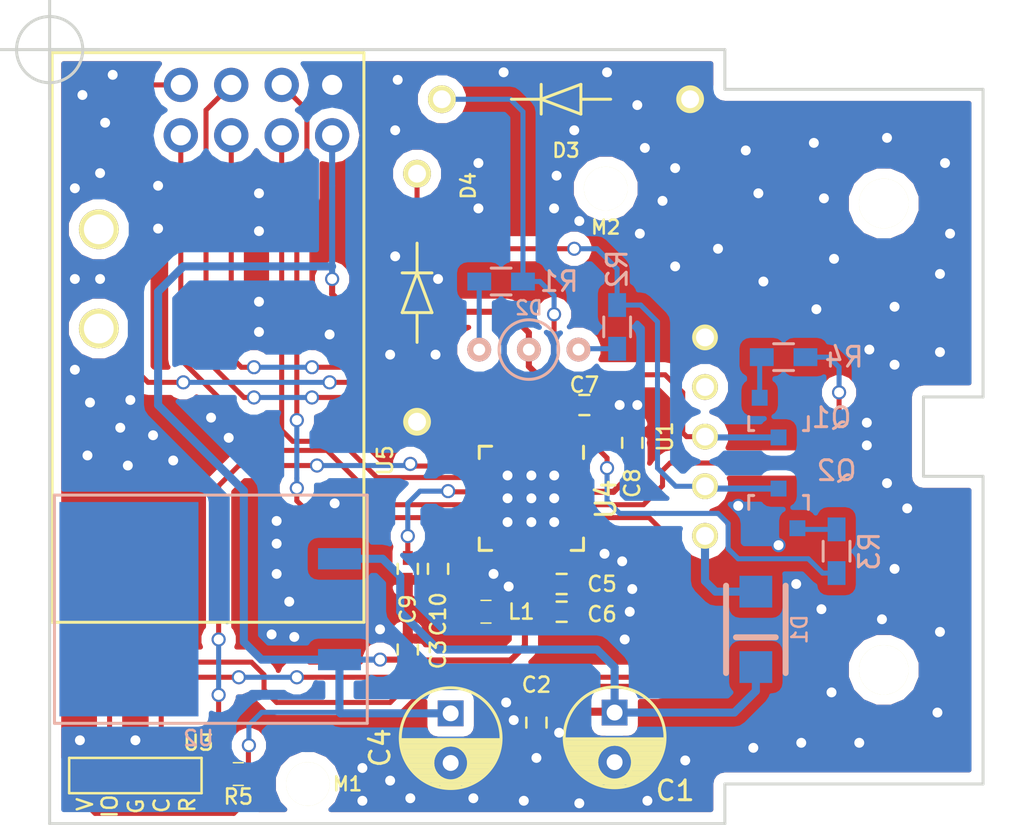
<source format=kicad_pcb>
(kicad_pcb (version 4) (host pcbnew 4.0.2-stable)

  (general
    (links 71)
    (no_connects 0)
    (area 65.191 47.792 116.969201 90.4367)
    (thickness 1.6)
    (drawings 13)
    (tracks 584)
    (zones 0)
    (modules 29)
    (nets 24)
  )

  (page A4)
  (layers
    (0 F.Cu signal)
    (31 B.Cu signal)
    (32 B.Adhes user)
    (33 F.Adhes user)
    (34 B.Paste user)
    (35 F.Paste user)
    (36 B.SilkS user)
    (37 F.SilkS user)
    (38 B.Mask user)
    (39 F.Mask user)
    (40 Dwgs.User user)
    (41 Cmts.User user)
    (42 Eco1.User user)
    (43 Eco2.User user)
    (44 Edge.Cuts user)
    (45 Margin user)
    (46 B.CrtYd user)
    (47 F.CrtYd user)
    (48 B.Fab user hide)
    (49 F.Fab user hide)
  )

  (setup
    (last_trace_width 0.254)
    (user_trace_width 0.2032)
    (user_trace_width 0.254)
    (user_trace_width 0.3048)
    (user_trace_width 0.4064)
    (user_trace_width 0.4572)
    (user_trace_width 0.508)
    (trace_clearance 0.2032)
    (zone_clearance 0.508)
    (zone_45_only yes)
    (trace_min 0.2032)
    (segment_width 0.2)
    (edge_width 0.15)
    (via_size 0.7112)
    (via_drill 0.5)
    (via_min_size 0.7112)
    (via_min_drill 0.5)
    (user_via 0.7112 0.5)
    (user_via 1.651 0.8128)
    (uvia_size 0.3048)
    (uvia_drill 0.1016)
    (uvias_allowed no)
    (uvia_min_size 0.2032)
    (uvia_min_drill 0.1016)
    (pcb_text_width 0.3)
    (pcb_text_size 1.5 1.5)
    (mod_edge_width 0.15)
    (mod_text_size 1 1)
    (mod_text_width 0.15)
    (pad_size 0.7112 0.7112)
    (pad_drill 0.5)
    (pad_to_mask_clearance 0.2)
    (aux_axis_origin 67.691 50.292)
    (grid_origin 67.691 50.292)
    (visible_elements 7FFFEFFF)
    (pcbplotparams
      (layerselection 0x010f0_80000001)
      (usegerberextensions true)
      (excludeedgelayer true)
      (linewidth 0.150000)
      (plotframeref false)
      (viasonmask false)
      (mode 1)
      (useauxorigin true)
      (hpglpennumber 1)
      (hpglpenspeed 20)
      (hpglpendiameter 15)
      (hpglpenoverlay 2)
      (psnegative false)
      (psa4output false)
      (plotreference true)
      (plotvalue false)
      (plotinvisibletext false)
      (padsonsilk false)
      (subtractmaskfromsilk false)
      (outputformat 1)
      (mirror false)
      (drillshape 0)
      (scaleselection 1)
      (outputdirectory ../../../../../Users/Pawel/Desktop/PCBs/odbiornik/))
  )

  (net 0 "")
  (net 1 "Net-(C1-Pad1)")
  (net 2 GND)
  (net 3 +3V3)
  (net 4 "Net-(C5-Pad1)")
  (net 5 "Net-(C10-Pad1)")
  (net 6 "Net-(D1-Pad2)")
  (net 7 /CAR_OPEN)
  (net 8 /CAR_CLOSE)
  (net 9 /uC_CLOSE)
  (net 10 /uC_OPEN)
  (net 11 "Net-(R3-Pad1)")
  (net 12 "Net-(R4-Pad1)")
  (net 13 /DBG_SWDIO)
  (net 14 /DBG_SWDCK)
  (net 15 /DBG_RES)
  (net 16 /NRF_SPI_MOSI)
  (net 17 /NRF_SPI_MISO)
  (net 18 /NRF_SPI_SCK)
  (net 19 /NRF_CSN)
  (net 20 /NRF_IRQ)
  (net 21 /NRF_CE)
  (net 22 "Net-(D2-Pad1)")
  (net 23 "Net-(D2-Pad3)")

  (net_class Default "To jest domyślna klasa połączeń."
    (clearance 0.2032)
    (trace_width 0.254)
    (via_dia 0.7112)
    (via_drill 0.5)
    (uvia_dia 0.3048)
    (uvia_drill 0.1016)
    (add_net +3V3)
    (add_net /CAR_CLOSE)
    (add_net /CAR_OPEN)
    (add_net /DBG_RES)
    (add_net /DBG_SWDCK)
    (add_net /DBG_SWDIO)
    (add_net /NRF_CE)
    (add_net /NRF_CSN)
    (add_net /NRF_IRQ)
    (add_net /NRF_SPI_MISO)
    (add_net /NRF_SPI_MOSI)
    (add_net /NRF_SPI_SCK)
    (add_net /uC_CLOSE)
    (add_net /uC_OPEN)
    (add_net GND)
    (add_net "Net-(C1-Pad1)")
    (add_net "Net-(C10-Pad1)")
    (add_net "Net-(C5-Pad1)")
    (add_net "Net-(D1-Pad2)")
    (add_net "Net-(D2-Pad1)")
    (add_net "Net-(D2-Pad3)")
    (add_net "Net-(R3-Pad1)")
    (add_net "Net-(R4-Pad1)")
  )

  (module NRF:NRF24L01 (layer F.Cu) (tedit 5831FBA8) (tstamp 5841EA57)
    (at 75.665 64.845 270)
    (tags nrf24)
    (path /58380D48)
    (fp_text reference U5 (at 6.148 -8.917 270) (layer F.SilkS)
      (effects (font (size 0.762 0.762) (thickness 0.127)))
    )
    (fp_text value NRF24L01 (at 0 -8.8 270) (layer F.Fab)
      (effects (font (size 0.762 0.762) (thickness 0.127)))
    )
    (fp_line (start 14.3 -7.85) (end -14.4 -7.85) (layer F.SilkS) (width 0.15))
    (fp_line (start 14.3 7.85) (end 14.3 -7.85) (layer F.SilkS) (width 0.15))
    (fp_line (start -14.4 7.85) (end 14.3 7.85) (layer F.SilkS) (width 0.15))
    (fp_line (start -14.4 -7.85) (end -14.4 7.85) (layer F.SilkS) (width 0.15))
    (fp_line (start 14.475 8) (end -14.525 8) (layer F.CrtYd) (width 0.05))
    (fp_line (start 14.475 -8) (end 14.475 8) (layer F.CrtYd) (width 0.05))
    (fp_line (start -14.525 -8) (end -14.525 8) (layer F.CrtYd) (width 0.05))
    (fp_line (start -14.525 -8) (end 14.475 -8) (layer F.CrtYd) (width 0.05))
    (pad 1 thru_hole rect (at -12.775 -6.25 270) (size 1.7272 1.7272) (drill 1.016) (layers *.Cu *.Mask)
      (net 2 GND))
    (pad 2 thru_hole oval (at -10.235 -6.25 270) (size 1.7272 1.7272) (drill 1.016) (layers *.Cu *.Mask)
      (net 3 +3V3))
    (pad 3 thru_hole oval (at -12.775 -3.71 270) (size 1.7272 1.7272) (drill 1.016) (layers *.Cu *.Mask)
      (net 21 /NRF_CE))
    (pad 4 thru_hole oval (at -10.235 -3.71 270) (size 1.7272 1.7272) (drill 1.016) (layers *.Cu *.Mask)
      (net 19 /NRF_CSN))
    (pad 5 thru_hole oval (at -12.775 -1.17 270) (size 1.7272 1.7272) (drill 1.016) (layers *.Cu *.Mask)
      (net 18 /NRF_SPI_SCK))
    (pad 6 thru_hole oval (at -10.235 -1.17 270) (size 1.7272 1.7272) (drill 1.016) (layers *.Cu *.Mask)
      (net 16 /NRF_SPI_MOSI))
    (pad 7 thru_hole oval (at -12.775 1.37 270) (size 1.7272 1.7272) (drill 1.016) (layers *.Cu *.Mask)
      (net 17 /NRF_SPI_MISO))
    (pad 8 thru_hole oval (at -10.235 1.37 270) (size 1.7272 1.7272) (drill 1.016) (layers *.Cu *.Mask)
      (net 20 /NRF_IRQ))
    (pad "" np_thru_hole circle (at -5.5 5.5 270) (size 2 2) (drill 1.5) (layers *.Cu *.Mask F.SilkS))
    (pad "" np_thru_hole circle (at -0.5 5.5 270) (size 2 2) (drill 1.5) (layers *.Cu *.Mask F.SilkS))
  )

  (module MHs:Mounting_Hole_2mm (layer F.Cu) (tedit 5837F403) (tstamp 5837F477)
    (at 80.691 87.292)
    (path /5837F124)
    (fp_text reference M1 (at 2 0) (layer F.SilkS)
      (effects (font (size 0.7 0.7) (thickness 0.127)))
    )
    (fp_text value Mounting_Hole_M2 (at 0 -1.95) (layer F.Fab)
      (effects (font (size 0.7 0.7) (thickness 0.1)))
    )
    (fp_circle (center 0 0) (end 0.8 1.05) (layer B.CrtYd) (width 0.05))
    (fp_circle (center 0 0) (end 0.8 1.05) (layer F.CrtYd) (width 0.05))
    (pad "" np_thru_hole circle (at 0 0) (size 2.2 2.2) (drill 2.2) (layers *.Cu *.Mask F.SilkS))
  )

  (module MHs:Mounting_Hole_2mm (layer F.Cu) (tedit 5837F403) (tstamp 5837F47D)
    (at 95.691 57.292)
    (path /5837F3B5)
    (fp_text reference M2 (at 0 1.95) (layer F.SilkS)
      (effects (font (size 0.7 0.7) (thickness 0.127)))
    )
    (fp_text value Mounting_Hole_M2 (at 0 -1.95) (layer F.Fab)
      (effects (font (size 0.7 0.7) (thickness 0.1)))
    )
    (fp_circle (center 0 0) (end 0.8 1.05) (layer B.CrtYd) (width 0.05))
    (fp_circle (center 0 0) (end 0.8 1.05) (layer F.CrtYd) (width 0.05))
    (pad "" np_thru_hole circle (at 0 0) (size 2.2 2.2) (drill 2.2) (layers *.Cu *.Mask F.SilkS))
  )

  (module Capacitors_ThroughHole:C_Radial_D5_L11_P2.5 (layer F.Cu) (tedit 0) (tstamp 5841E8BA)
    (at 96.139 83.693 270)
    (descr "Radial Electrolytic Capacitor Diameter 5mm x Length 11mm, Pitch 2.5mm")
    (tags "Electrolytic Capacitor")
    (path /583E2593)
    (fp_text reference C1 (at 3.937 -3.048 360) (layer F.SilkS)
      (effects (font (size 1 1) (thickness 0.15)))
    )
    (fp_text value 47uF/25V (at 1.25 3.8 270) (layer F.Fab)
      (effects (font (size 1 1) (thickness 0.15)))
    )
    (fp_line (start 1.325 -2.499) (end 1.325 2.499) (layer F.SilkS) (width 0.15))
    (fp_line (start 1.465 -2.491) (end 1.465 2.491) (layer F.SilkS) (width 0.15))
    (fp_line (start 1.605 -2.475) (end 1.605 -0.095) (layer F.SilkS) (width 0.15))
    (fp_line (start 1.605 0.095) (end 1.605 2.475) (layer F.SilkS) (width 0.15))
    (fp_line (start 1.745 -2.451) (end 1.745 -0.49) (layer F.SilkS) (width 0.15))
    (fp_line (start 1.745 0.49) (end 1.745 2.451) (layer F.SilkS) (width 0.15))
    (fp_line (start 1.885 -2.418) (end 1.885 -0.657) (layer F.SilkS) (width 0.15))
    (fp_line (start 1.885 0.657) (end 1.885 2.418) (layer F.SilkS) (width 0.15))
    (fp_line (start 2.025 -2.377) (end 2.025 -0.764) (layer F.SilkS) (width 0.15))
    (fp_line (start 2.025 0.764) (end 2.025 2.377) (layer F.SilkS) (width 0.15))
    (fp_line (start 2.165 -2.327) (end 2.165 -0.835) (layer F.SilkS) (width 0.15))
    (fp_line (start 2.165 0.835) (end 2.165 2.327) (layer F.SilkS) (width 0.15))
    (fp_line (start 2.305 -2.266) (end 2.305 -0.879) (layer F.SilkS) (width 0.15))
    (fp_line (start 2.305 0.879) (end 2.305 2.266) (layer F.SilkS) (width 0.15))
    (fp_line (start 2.445 -2.196) (end 2.445 -0.898) (layer F.SilkS) (width 0.15))
    (fp_line (start 2.445 0.898) (end 2.445 2.196) (layer F.SilkS) (width 0.15))
    (fp_line (start 2.585 -2.114) (end 2.585 -0.896) (layer F.SilkS) (width 0.15))
    (fp_line (start 2.585 0.896) (end 2.585 2.114) (layer F.SilkS) (width 0.15))
    (fp_line (start 2.725 -2.019) (end 2.725 -0.871) (layer F.SilkS) (width 0.15))
    (fp_line (start 2.725 0.871) (end 2.725 2.019) (layer F.SilkS) (width 0.15))
    (fp_line (start 2.865 -1.908) (end 2.865 -0.823) (layer F.SilkS) (width 0.15))
    (fp_line (start 2.865 0.823) (end 2.865 1.908) (layer F.SilkS) (width 0.15))
    (fp_line (start 3.005 -1.78) (end 3.005 -0.745) (layer F.SilkS) (width 0.15))
    (fp_line (start 3.005 0.745) (end 3.005 1.78) (layer F.SilkS) (width 0.15))
    (fp_line (start 3.145 -1.631) (end 3.145 -0.628) (layer F.SilkS) (width 0.15))
    (fp_line (start 3.145 0.628) (end 3.145 1.631) (layer F.SilkS) (width 0.15))
    (fp_line (start 3.285 -1.452) (end 3.285 -0.44) (layer F.SilkS) (width 0.15))
    (fp_line (start 3.285 0.44) (end 3.285 1.452) (layer F.SilkS) (width 0.15))
    (fp_line (start 3.425 -1.233) (end 3.425 1.233) (layer F.SilkS) (width 0.15))
    (fp_line (start 3.565 -0.944) (end 3.565 0.944) (layer F.SilkS) (width 0.15))
    (fp_line (start 3.705 -0.472) (end 3.705 0.472) (layer F.SilkS) (width 0.15))
    (fp_circle (center 2.5 0) (end 2.5 -0.9) (layer F.SilkS) (width 0.15))
    (fp_circle (center 1.25 0) (end 1.25 -2.5375) (layer F.SilkS) (width 0.15))
    (fp_circle (center 1.25 0) (end 1.25 -2.8) (layer F.CrtYd) (width 0.05))
    (pad 1 thru_hole rect (at 0 0 270) (size 1.3 1.3) (drill 0.8) (layers *.Cu *.Mask)
      (net 1 "Net-(C1-Pad1)"))
    (pad 2 thru_hole circle (at 2.5 0 270) (size 1.3 1.3) (drill 0.8) (layers *.Cu *.Mask)
      (net 2 GND))
    (model Capacitors_ThroughHole.3dshapes/C_Radial_D5_L11_P2.5.wrl
      (at (xyz 0.049213 0 0))
      (scale (xyz 1 1 1))
      (rotate (xyz 0 0 90))
    )
  )

  (module CNSN_RLC_SMD:CNSN_C_0402 (layer F.Cu) (tedit 57EA7084) (tstamp 5841E8C6)
    (at 92.202 84.201 270)
    (descr "Capacitor SMD 0402, reflow soldering, AVX (see smccp.pdf)")
    (tags "capacitor 0402")
    (path /583E3478)
    (attr smd)
    (fp_text reference C2 (at -1.905 0 360) (layer F.SilkS)
      (effects (font (size 0.762 0.762) (thickness 0.127)))
    )
    (fp_text value 100nF (at 0 1.27 270) (layer F.Fab)
      (effects (font (size 0.762 0.762) (thickness 0.127)))
    )
    (fp_line (start -1.15 -0.6) (end 1.15 -0.6) (layer F.CrtYd) (width 0.05))
    (fp_line (start -1.15 0.6) (end 1.15 0.6) (layer F.CrtYd) (width 0.05))
    (fp_line (start -1.15 -0.6) (end -1.15 0.6) (layer F.CrtYd) (width 0.05))
    (fp_line (start 1.15 -0.6) (end 1.15 0.6) (layer F.CrtYd) (width 0.05))
    (fp_line (start 0.25 -0.508) (end -0.25 -0.508) (layer F.SilkS) (width 0.127))
    (fp_line (start -0.25 0.508) (end 0.25 0.508) (layer F.SilkS) (width 0.127))
    (pad 1 smd rect (at -0.55 0 270) (size 0.7 0.5) (layers F.Cu F.Paste F.Mask)
      (net 1 "Net-(C1-Pad1)"))
    (pad 2 smd rect (at 0.55 0 270) (size 0.7 0.5) (layers F.Cu F.Paste F.Mask)
      (net 2 GND))
    (model Capacitors_SMD.3dshapes/C_0402.wrl
      (at (xyz 0 0 0))
      (scale (xyz 1 1 1))
      (rotate (xyz 0 0 0))
    )
  )

  (module CNSN_RLC_SMD:CNSN_C_0402 (layer F.Cu) (tedit 57EA7084) (tstamp 5841E8D2)
    (at 85.725 80.518 90)
    (descr "Capacitor SMD 0402, reflow soldering, AVX (see smccp.pdf)")
    (tags "capacitor 0402")
    (path /583E3D4E)
    (attr smd)
    (fp_text reference C3 (at -0.254 1.524 90) (layer F.SilkS)
      (effects (font (size 0.762 0.762) (thickness 0.127)))
    )
    (fp_text value 100nF (at 0 1.27 90) (layer F.Fab)
      (effects (font (size 0.762 0.762) (thickness 0.127)))
    )
    (fp_line (start -1.15 -0.6) (end 1.15 -0.6) (layer F.CrtYd) (width 0.05))
    (fp_line (start -1.15 0.6) (end 1.15 0.6) (layer F.CrtYd) (width 0.05))
    (fp_line (start -1.15 -0.6) (end -1.15 0.6) (layer F.CrtYd) (width 0.05))
    (fp_line (start 1.15 -0.6) (end 1.15 0.6) (layer F.CrtYd) (width 0.05))
    (fp_line (start 0.25 -0.508) (end -0.25 -0.508) (layer F.SilkS) (width 0.127))
    (fp_line (start -0.25 0.508) (end 0.25 0.508) (layer F.SilkS) (width 0.127))
    (pad 1 smd rect (at -0.55 0 90) (size 0.7 0.5) (layers F.Cu F.Paste F.Mask)
      (net 3 +3V3))
    (pad 2 smd rect (at 0.55 0 90) (size 0.7 0.5) (layers F.Cu F.Paste F.Mask)
      (net 2 GND))
    (model Capacitors_SMD.3dshapes/C_0402.wrl
      (at (xyz 0 0 0))
      (scale (xyz 1 1 1))
      (rotate (xyz 0 0 0))
    )
  )

  (module Capacitors_ThroughHole:C_Radial_D5_L11_P2.5 (layer F.Cu) (tedit 0) (tstamp 5841E8FA)
    (at 87.884 83.733 270)
    (descr "Radial Electrolytic Capacitor Diameter 5mm x Length 11mm, Pitch 2.5mm")
    (tags "Electrolytic Capacitor")
    (path /583E3D3F)
    (fp_text reference C4 (at 1.738 3.556 270) (layer F.SilkS)
      (effects (font (size 1 1) (thickness 0.15)))
    )
    (fp_text value 47uF/25V (at 1.25 3.8 270) (layer F.Fab)
      (effects (font (size 1 1) (thickness 0.15)))
    )
    (fp_line (start 1.325 -2.499) (end 1.325 2.499) (layer F.SilkS) (width 0.15))
    (fp_line (start 1.465 -2.491) (end 1.465 2.491) (layer F.SilkS) (width 0.15))
    (fp_line (start 1.605 -2.475) (end 1.605 -0.095) (layer F.SilkS) (width 0.15))
    (fp_line (start 1.605 0.095) (end 1.605 2.475) (layer F.SilkS) (width 0.15))
    (fp_line (start 1.745 -2.451) (end 1.745 -0.49) (layer F.SilkS) (width 0.15))
    (fp_line (start 1.745 0.49) (end 1.745 2.451) (layer F.SilkS) (width 0.15))
    (fp_line (start 1.885 -2.418) (end 1.885 -0.657) (layer F.SilkS) (width 0.15))
    (fp_line (start 1.885 0.657) (end 1.885 2.418) (layer F.SilkS) (width 0.15))
    (fp_line (start 2.025 -2.377) (end 2.025 -0.764) (layer F.SilkS) (width 0.15))
    (fp_line (start 2.025 0.764) (end 2.025 2.377) (layer F.SilkS) (width 0.15))
    (fp_line (start 2.165 -2.327) (end 2.165 -0.835) (layer F.SilkS) (width 0.15))
    (fp_line (start 2.165 0.835) (end 2.165 2.327) (layer F.SilkS) (width 0.15))
    (fp_line (start 2.305 -2.266) (end 2.305 -0.879) (layer F.SilkS) (width 0.15))
    (fp_line (start 2.305 0.879) (end 2.305 2.266) (layer F.SilkS) (width 0.15))
    (fp_line (start 2.445 -2.196) (end 2.445 -0.898) (layer F.SilkS) (width 0.15))
    (fp_line (start 2.445 0.898) (end 2.445 2.196) (layer F.SilkS) (width 0.15))
    (fp_line (start 2.585 -2.114) (end 2.585 -0.896) (layer F.SilkS) (width 0.15))
    (fp_line (start 2.585 0.896) (end 2.585 2.114) (layer F.SilkS) (width 0.15))
    (fp_line (start 2.725 -2.019) (end 2.725 -0.871) (layer F.SilkS) (width 0.15))
    (fp_line (start 2.725 0.871) (end 2.725 2.019) (layer F.SilkS) (width 0.15))
    (fp_line (start 2.865 -1.908) (end 2.865 -0.823) (layer F.SilkS) (width 0.15))
    (fp_line (start 2.865 0.823) (end 2.865 1.908) (layer F.SilkS) (width 0.15))
    (fp_line (start 3.005 -1.78) (end 3.005 -0.745) (layer F.SilkS) (width 0.15))
    (fp_line (start 3.005 0.745) (end 3.005 1.78) (layer F.SilkS) (width 0.15))
    (fp_line (start 3.145 -1.631) (end 3.145 -0.628) (layer F.SilkS) (width 0.15))
    (fp_line (start 3.145 0.628) (end 3.145 1.631) (layer F.SilkS) (width 0.15))
    (fp_line (start 3.285 -1.452) (end 3.285 -0.44) (layer F.SilkS) (width 0.15))
    (fp_line (start 3.285 0.44) (end 3.285 1.452) (layer F.SilkS) (width 0.15))
    (fp_line (start 3.425 -1.233) (end 3.425 1.233) (layer F.SilkS) (width 0.15))
    (fp_line (start 3.565 -0.944) (end 3.565 0.944) (layer F.SilkS) (width 0.15))
    (fp_line (start 3.705 -0.472) (end 3.705 0.472) (layer F.SilkS) (width 0.15))
    (fp_circle (center 2.5 0) (end 2.5 -0.9) (layer F.SilkS) (width 0.15))
    (fp_circle (center 1.25 0) (end 1.25 -2.5375) (layer F.SilkS) (width 0.15))
    (fp_circle (center 1.25 0) (end 1.25 -2.8) (layer F.CrtYd) (width 0.05))
    (pad 1 thru_hole rect (at 0 0 270) (size 1.3 1.3) (drill 0.8) (layers *.Cu *.Mask)
      (net 3 +3V3))
    (pad 2 thru_hole circle (at 2.5 0 270) (size 1.3 1.3) (drill 0.8) (layers *.Cu *.Mask)
      (net 2 GND))
    (model Capacitors_ThroughHole.3dshapes/C_Radial_D5_L11_P2.5.wrl
      (at (xyz 0.049213 0 0))
      (scale (xyz 1 1 1))
      (rotate (xyz 0 0 90))
    )
  )

  (module CNSN_RLC_SMD:CNSN_C_0402 (layer F.Cu) (tedit 57EA7084) (tstamp 5841E906)
    (at 93.472 77.216)
    (descr "Capacitor SMD 0402, reflow soldering, AVX (see smccp.pdf)")
    (tags "capacitor 0402")
    (path /58428536)
    (attr smd)
    (fp_text reference C5 (at 2.032 0) (layer F.SilkS)
      (effects (font (size 0.762 0.762) (thickness 0.127)))
    )
    (fp_text value 1uF (at 0 1.27) (layer F.Fab)
      (effects (font (size 0.762 0.762) (thickness 0.127)))
    )
    (fp_line (start -1.15 -0.6) (end 1.15 -0.6) (layer F.CrtYd) (width 0.05))
    (fp_line (start -1.15 0.6) (end 1.15 0.6) (layer F.CrtYd) (width 0.05))
    (fp_line (start -1.15 -0.6) (end -1.15 0.6) (layer F.CrtYd) (width 0.05))
    (fp_line (start 1.15 -0.6) (end 1.15 0.6) (layer F.CrtYd) (width 0.05))
    (fp_line (start 0.25 -0.508) (end -0.25 -0.508) (layer F.SilkS) (width 0.127))
    (fp_line (start -0.25 0.508) (end 0.25 0.508) (layer F.SilkS) (width 0.127))
    (pad 1 smd rect (at -0.55 0) (size 0.7 0.5) (layers F.Cu F.Paste F.Mask)
      (net 4 "Net-(C5-Pad1)"))
    (pad 2 smd rect (at 0.55 0) (size 0.7 0.5) (layers F.Cu F.Paste F.Mask)
      (net 2 GND))
    (model Capacitors_SMD.3dshapes/C_0402.wrl
      (at (xyz 0 0 0))
      (scale (xyz 1 1 1))
      (rotate (xyz 0 0 0))
    )
  )

  (module CNSN_RLC_SMD:CNSN_C_0402 (layer F.Cu) (tedit 57EA7084) (tstamp 5841E912)
    (at 93.472 78.613)
    (descr "Capacitor SMD 0402, reflow soldering, AVX (see smccp.pdf)")
    (tags "capacitor 0402")
    (path /584290B1)
    (attr smd)
    (fp_text reference C6 (at 2.032 0.127) (layer F.SilkS)
      (effects (font (size 0.762 0.762) (thickness 0.127)))
    )
    (fp_text value 100nF (at 0 1.27) (layer F.Fab)
      (effects (font (size 0.762 0.762) (thickness 0.127)))
    )
    (fp_line (start -1.15 -0.6) (end 1.15 -0.6) (layer F.CrtYd) (width 0.05))
    (fp_line (start -1.15 0.6) (end 1.15 0.6) (layer F.CrtYd) (width 0.05))
    (fp_line (start -1.15 -0.6) (end -1.15 0.6) (layer F.CrtYd) (width 0.05))
    (fp_line (start 1.15 -0.6) (end 1.15 0.6) (layer F.CrtYd) (width 0.05))
    (fp_line (start 0.25 -0.508) (end -0.25 -0.508) (layer F.SilkS) (width 0.127))
    (fp_line (start -0.25 0.508) (end 0.25 0.508) (layer F.SilkS) (width 0.127))
    (pad 1 smd rect (at -0.55 0) (size 0.7 0.5) (layers F.Cu F.Paste F.Mask)
      (net 3 +3V3))
    (pad 2 smd rect (at 0.55 0) (size 0.7 0.5) (layers F.Cu F.Paste F.Mask)
      (net 2 GND))
    (model Capacitors_SMD.3dshapes/C_0402.wrl
      (at (xyz 0 0 0))
      (scale (xyz 1 1 1))
      (rotate (xyz 0 0 0))
    )
  )

  (module CNSN_RLC_SMD:CNSN_C_0402 (layer F.Cu) (tedit 57EA7084) (tstamp 5841E91E)
    (at 94.615 68.199)
    (descr "Capacitor SMD 0402, reflow soldering, AVX (see smccp.pdf)")
    (tags "capacitor 0402")
    (path /5842998F)
    (attr smd)
    (fp_text reference C7 (at 0 -1.016) (layer F.SilkS)
      (effects (font (size 0.762 0.762) (thickness 0.127)))
    )
    (fp_text value 100nF (at 0 1.27) (layer F.Fab)
      (effects (font (size 0.762 0.762) (thickness 0.127)))
    )
    (fp_line (start -1.15 -0.6) (end 1.15 -0.6) (layer F.CrtYd) (width 0.05))
    (fp_line (start -1.15 0.6) (end 1.15 0.6) (layer F.CrtYd) (width 0.05))
    (fp_line (start -1.15 -0.6) (end -1.15 0.6) (layer F.CrtYd) (width 0.05))
    (fp_line (start 1.15 -0.6) (end 1.15 0.6) (layer F.CrtYd) (width 0.05))
    (fp_line (start 0.25 -0.508) (end -0.25 -0.508) (layer F.SilkS) (width 0.127))
    (fp_line (start -0.25 0.508) (end 0.25 0.508) (layer F.SilkS) (width 0.127))
    (pad 1 smd rect (at -0.55 0) (size 0.7 0.5) (layers F.Cu F.Paste F.Mask)
      (net 3 +3V3))
    (pad 2 smd rect (at 0.55 0) (size 0.7 0.5) (layers F.Cu F.Paste F.Mask)
      (net 2 GND))
    (model Capacitors_SMD.3dshapes/C_0402.wrl
      (at (xyz 0 0 0))
      (scale (xyz 1 1 1))
      (rotate (xyz 0 0 0))
    )
  )

  (module CNSN_RLC_SMD:CNSN_C_0402 (layer F.Cu) (tedit 57EA7084) (tstamp 5841E92A)
    (at 97.028 70.104 90)
    (descr "Capacitor SMD 0402, reflow soldering, AVX (see smccp.pdf)")
    (tags "capacitor 0402")
    (path /58429AA7)
    (attr smd)
    (fp_text reference C8 (at -2.032 0 90) (layer F.SilkS)
      (effects (font (size 0.762 0.762) (thickness 0.127)))
    )
    (fp_text value 100nF (at 0 1.27 90) (layer F.Fab)
      (effects (font (size 0.762 0.762) (thickness 0.127)))
    )
    (fp_line (start -1.15 -0.6) (end 1.15 -0.6) (layer F.CrtYd) (width 0.05))
    (fp_line (start -1.15 0.6) (end 1.15 0.6) (layer F.CrtYd) (width 0.05))
    (fp_line (start -1.15 -0.6) (end -1.15 0.6) (layer F.CrtYd) (width 0.05))
    (fp_line (start 1.15 -0.6) (end 1.15 0.6) (layer F.CrtYd) (width 0.05))
    (fp_line (start 0.25 -0.508) (end -0.25 -0.508) (layer F.SilkS) (width 0.127))
    (fp_line (start -0.25 0.508) (end 0.25 0.508) (layer F.SilkS) (width 0.127))
    (pad 1 smd rect (at -0.55 0 90) (size 0.7 0.5) (layers F.Cu F.Paste F.Mask)
      (net 3 +3V3))
    (pad 2 smd rect (at 0.55 0 90) (size 0.7 0.5) (layers F.Cu F.Paste F.Mask)
      (net 2 GND))
    (model Capacitors_SMD.3dshapes/C_0402.wrl
      (at (xyz 0 0 0))
      (scale (xyz 1 1 1))
      (rotate (xyz 0 0 0))
    )
  )

  (module CNSN_RLC_SMD:CNSN_C_0402 (layer F.Cu) (tedit 57EA7084) (tstamp 5841E936)
    (at 85.725 76.454 270)
    (descr "Capacitor SMD 0402, reflow soldering, AVX (see smccp.pdf)")
    (tags "capacitor 0402")
    (path /5842C411)
    (attr smd)
    (fp_text reference C9 (at 2.032 0 270) (layer F.SilkS)
      (effects (font (size 0.762 0.762) (thickness 0.127)))
    )
    (fp_text value 100nF (at 0 1.27 270) (layer F.Fab)
      (effects (font (size 0.762 0.762) (thickness 0.127)))
    )
    (fp_line (start -1.15 -0.6) (end 1.15 -0.6) (layer F.CrtYd) (width 0.05))
    (fp_line (start -1.15 0.6) (end 1.15 0.6) (layer F.CrtYd) (width 0.05))
    (fp_line (start -1.15 -0.6) (end -1.15 0.6) (layer F.CrtYd) (width 0.05))
    (fp_line (start 1.15 -0.6) (end 1.15 0.6) (layer F.CrtYd) (width 0.05))
    (fp_line (start 0.25 -0.508) (end -0.25 -0.508) (layer F.SilkS) (width 0.127))
    (fp_line (start -0.25 0.508) (end 0.25 0.508) (layer F.SilkS) (width 0.127))
    (pad 1 smd rect (at -0.55 0 270) (size 0.7 0.5) (layers F.Cu F.Paste F.Mask)
      (net 5 "Net-(C10-Pad1)"))
    (pad 2 smd rect (at 0.55 0 270) (size 0.7 0.5) (layers F.Cu F.Paste F.Mask)
      (net 2 GND))
    (model Capacitors_SMD.3dshapes/C_0402.wrl
      (at (xyz 0 0 0))
      (scale (xyz 1 1 1))
      (rotate (xyz 0 0 0))
    )
  )

  (module CNSN_RLC_SMD:CNSN_C_0402 (layer F.Cu) (tedit 57EA7084) (tstamp 5841E942)
    (at 87.249 76.454 270)
    (descr "Capacitor SMD 0402, reflow soldering, AVX (see smccp.pdf)")
    (tags "capacitor 0402")
    (path /5842C48B)
    (attr smd)
    (fp_text reference C10 (at 2.286 0 270) (layer F.SilkS)
      (effects (font (size 0.762 0.762) (thickness 0.127)))
    )
    (fp_text value 100nF (at 0 1.27 270) (layer F.Fab)
      (effects (font (size 0.762 0.762) (thickness 0.127)))
    )
    (fp_line (start -1.15 -0.6) (end 1.15 -0.6) (layer F.CrtYd) (width 0.05))
    (fp_line (start -1.15 0.6) (end 1.15 0.6) (layer F.CrtYd) (width 0.05))
    (fp_line (start -1.15 -0.6) (end -1.15 0.6) (layer F.CrtYd) (width 0.05))
    (fp_line (start 1.15 -0.6) (end 1.15 0.6) (layer F.CrtYd) (width 0.05))
    (fp_line (start 0.25 -0.508) (end -0.25 -0.508) (layer F.SilkS) (width 0.127))
    (fp_line (start -0.25 0.508) (end 0.25 0.508) (layer F.SilkS) (width 0.127))
    (pad 1 smd rect (at -0.55 0 270) (size 0.7 0.5) (layers F.Cu F.Paste F.Mask)
      (net 5 "Net-(C10-Pad1)"))
    (pad 2 smd rect (at 0.55 0 270) (size 0.7 0.5) (layers F.Cu F.Paste F.Mask)
      (net 2 GND))
    (model Capacitors_SMD.3dshapes/C_0402.wrl
      (at (xyz 0 0 0))
      (scale (xyz 1 1 1))
      (rotate (xyz 0 0 0))
    )
  )

  (module CNSN_Diodes_SMD:CNSN_DO_214AC (layer B.Cu) (tedit 57E4E566) (tstamp 5841E94B)
    (at 103.251 79.502 270)
    (path /58382F10)
    (fp_text reference D1 (at 0 -2.2 270) (layer B.SilkS)
      (effects (font (size 0.762 0.762) (thickness 0.127)) (justify mirror))
    )
    (fp_text value "SS24 2A/40V" (at 0 2.1 270) (layer B.Fab)
      (effects (font (size 0.762 0.762) (thickness 0.127)) (justify mirror))
    )
    (fp_line (start -2.2 -1.5) (end 2.2 -1.5) (layer B.SilkS) (width 0.3))
    (fp_line (start -2.2 1.5) (end 2.2 1.5) (layer B.SilkS) (width 0.3))
    (fp_line (start 0.4 1) (end 0.4 -1) (layer B.SilkS) (width 0.3))
    (pad 1 smd rect (at 1.9 0 270) (size 1.6 1.65) (layers B.Cu B.Paste B.Mask)
      (net 1 "Net-(C1-Pad1)"))
    (pad 2 smd rect (at -1.9 0 270) (size 1.6 1.65) (layers B.Cu B.Paste B.Mask)
      (net 6 "Net-(D1-Pad2)"))
  )

  (module LEDs:LED_3ARG9HWA (layer B.Cu) (tedit 5831DE63) (tstamp 5841E95B)
    (at 91.821 65.405 180)
    (path /58380C1B)
    (fp_text reference D2 (at 0 2.1 180) (layer B.SilkS)
      (effects (font (size 0.7 0.7) (thickness 0.127)) (justify mirror))
    )
    (fp_text value Led_Bicolor_Common_Catode (at 0 -2.275 180) (layer B.Fab)
      (effects (font (size 0.7 0.7) (thickness 0.127)) (justify mirror))
    )
    (fp_line (start 3.325 0.825) (end -3.325 0.825) (layer F.CrtYd) (width 0.05))
    (fp_line (start 3.325 -0.825) (end 3.325 0.825) (layer F.CrtYd) (width 0.05))
    (fp_line (start -3.325 -0.825) (end 3.325 -0.825) (layer F.CrtYd) (width 0.05))
    (fp_line (start -3.325 0.825) (end -3.325 -0.825) (layer F.CrtYd) (width 0.05))
    (fp_line (start 3.325 0.825) (end -3.325 0.825) (layer B.CrtYd) (width 0.05))
    (fp_line (start 3.325 -0.825) (end 3.325 0.825) (layer B.CrtYd) (width 0.05))
    (fp_line (start -3.325 -0.825) (end 3.325 -0.825) (layer B.CrtYd) (width 0.05))
    (fp_line (start -3.325 0.825) (end -3.325 -0.825) (layer B.CrtYd) (width 0.05))
    (fp_circle (center 0 0) (end 1.5 0) (layer B.SilkS) (width 0.15))
    (pad 1 thru_hole circle (at -2.5 0 180) (size 1.2 1.2) (drill 0.6) (layers *.Cu *.Mask B.SilkS)
      (net 22 "Net-(D2-Pad1)"))
    (pad 2 thru_hole circle (at 0 0 180) (size 1.2 1.2) (drill 0.6) (layers *.Cu *.Mask B.SilkS)
      (net 3 +3V3))
    (pad 3 thru_hole circle (at 2.5 0 180) (size 1.2 1.2) (drill 0.6) (layers *.Cu *.Mask B.SilkS)
      (net 23 "Net-(D2-Pad3)"))
  )

  (module CNSN_RLC_SMD:CNSN_L_0402 (layer F.Cu) (tedit 5808C393) (tstamp 5841E991)
    (at 89.662 78.613 180)
    (descr "Ferrite bead SMD 0402, reflow soldering, Vishay (see dcrcw.pdf)")
    (tags "Ferrite bead 0402")
    (path /5842D0FD)
    (attr smd)
    (fp_text reference L1 (at -1.778 0 180) (layer F.SilkS)
      (effects (font (size 0.762 0.762) (thickness 0.127)))
    )
    (fp_text value BLM15AG100SZ1D (at 0 1.3335 180) (layer F.Fab)
      (effects (font (size 0.762 0.762) (thickness 0.127)))
    )
    (fp_line (start -1 -0.65) (end 1 -0.65) (layer F.CrtYd) (width 0.05))
    (fp_line (start -1 0.65) (end 1 0.65) (layer F.CrtYd) (width 0.05))
    (fp_line (start -1.016 -0.635) (end -1.016 0.665) (layer F.CrtYd) (width 0.05))
    (fp_line (start 1.016 -0.65) (end 1.016 0.65) (layer F.CrtYd) (width 0.05))
    (fp_line (start 0.25 -0.5715) (end -0.25 -0.5715) (layer F.SilkS) (width 0.0762))
    (fp_line (start -0.25 0.5715) (end 0.25 0.5715) (layer F.SilkS) (width 0.0762))
    (pad 1 smd rect (at -0.508 0 180) (size 0.6 0.7) (layers F.Cu F.Paste F.Mask)
      (net 3 +3V3))
    (pad 2 smd rect (at 0.508 0 180) (size 0.6 0.7) (layers F.Cu F.Paste F.Mask)
      (net 5 "Net-(C10-Pad1)"))
    (model Resistors_SMD.3dshapes/R_0402.wrl
      (at (xyz 0 0 0))
      (scale (xyz 1 1 1))
      (rotate (xyz 0 0 0))
    )
  )

  (module TO_SOT_Packages_SMD:SOT-23 (layer B.Cu) (tedit 553634F8) (tstamp 5841E9A1)
    (at 104.394 68.834)
    (descr "SOT-23, Standard")
    (tags SOT-23)
    (path /5838085F)
    (attr smd)
    (fp_text reference Q1 (at 2.667 0) (layer B.SilkS)
      (effects (font (size 1 1) (thickness 0.15)) (justify mirror))
    )
    (fp_text value Si2300DS (at 0 -2.3) (layer B.Fab)
      (effects (font (size 1 1) (thickness 0.15)) (justify mirror))
    )
    (fp_line (start -1.65 1.6) (end 1.65 1.6) (layer B.CrtYd) (width 0.05))
    (fp_line (start 1.65 1.6) (end 1.65 -1.6) (layer B.CrtYd) (width 0.05))
    (fp_line (start 1.65 -1.6) (end -1.65 -1.6) (layer B.CrtYd) (width 0.05))
    (fp_line (start -1.65 -1.6) (end -1.65 1.6) (layer B.CrtYd) (width 0.05))
    (fp_line (start 1.29916 0.65024) (end 1.2509 0.65024) (layer B.SilkS) (width 0.15))
    (fp_line (start -1.49982 -0.0508) (end -1.49982 0.65024) (layer B.SilkS) (width 0.15))
    (fp_line (start -1.49982 0.65024) (end -1.2509 0.65024) (layer B.SilkS) (width 0.15))
    (fp_line (start 1.29916 0.65024) (end 1.49982 0.65024) (layer B.SilkS) (width 0.15))
    (fp_line (start 1.49982 0.65024) (end 1.49982 -0.0508) (layer B.SilkS) (width 0.15))
    (pad 1 smd rect (at -0.95 -1.00076) (size 0.8001 0.8001) (layers B.Cu B.Paste B.Mask)
      (net 9 /uC_CLOSE))
    (pad 2 smd rect (at 0.95 -1.00076) (size 0.8001 0.8001) (layers B.Cu B.Paste B.Mask)
      (net 2 GND))
    (pad 3 smd rect (at 0 0.99822) (size 0.8001 0.8001) (layers B.Cu B.Paste B.Mask)
      (net 8 /CAR_CLOSE))
    (model TO_SOT_Packages_SMD.3dshapes/SOT-23.wrl
      (at (xyz 0 0 0))
      (scale (xyz 1 1 1))
      (rotate (xyz 0 0 0))
    )
  )

  (module TO_SOT_Packages_SMD:SOT-23 (layer B.Cu) (tedit 553634F8) (tstamp 5841E9B1)
    (at 104.394 73.406 180)
    (descr "SOT-23, Standard")
    (tags SOT-23)
    (path /583807B4)
    (attr smd)
    (fp_text reference Q2 (at -2.921 1.905 180) (layer B.SilkS)
      (effects (font (size 1 1) (thickness 0.15)) (justify mirror))
    )
    (fp_text value Si2300DS (at 0 -2.3 180) (layer B.Fab)
      (effects (font (size 1 1) (thickness 0.15)) (justify mirror))
    )
    (fp_line (start -1.65 1.6) (end 1.65 1.6) (layer B.CrtYd) (width 0.05))
    (fp_line (start 1.65 1.6) (end 1.65 -1.6) (layer B.CrtYd) (width 0.05))
    (fp_line (start 1.65 -1.6) (end -1.65 -1.6) (layer B.CrtYd) (width 0.05))
    (fp_line (start -1.65 -1.6) (end -1.65 1.6) (layer B.CrtYd) (width 0.05))
    (fp_line (start 1.29916 0.65024) (end 1.2509 0.65024) (layer B.SilkS) (width 0.15))
    (fp_line (start -1.49982 -0.0508) (end -1.49982 0.65024) (layer B.SilkS) (width 0.15))
    (fp_line (start -1.49982 0.65024) (end -1.2509 0.65024) (layer B.SilkS) (width 0.15))
    (fp_line (start 1.29916 0.65024) (end 1.49982 0.65024) (layer B.SilkS) (width 0.15))
    (fp_line (start 1.49982 0.65024) (end 1.49982 -0.0508) (layer B.SilkS) (width 0.15))
    (pad 1 smd rect (at -0.95 -1.00076 180) (size 0.8001 0.8001) (layers B.Cu B.Paste B.Mask)
      (net 10 /uC_OPEN))
    (pad 2 smd rect (at 0.95 -1.00076 180) (size 0.8001 0.8001) (layers B.Cu B.Paste B.Mask)
      (net 2 GND))
    (pad 3 smd rect (at 0 0.99822 180) (size 0.8001 0.8001) (layers B.Cu B.Paste B.Mask)
      (net 7 /CAR_OPEN))
    (model TO_SOT_Packages_SMD.3dshapes/SOT-23.wrl
      (at (xyz 0 0 0))
      (scale (xyz 1 1 1))
      (rotate (xyz 0 0 0))
    )
  )

  (module Resistors_SMD:R_0603_HandSoldering (layer B.Cu) (tedit 58307AEF) (tstamp 5841E9C1)
    (at 90.424 61.976)
    (descr "Resistor SMD 0603, hand soldering")
    (tags "resistor 0603")
    (path /583E94E7)
    (attr smd)
    (fp_text reference R1 (at 2.921 0) (layer B.SilkS)
      (effects (font (size 1 1) (thickness 0.15)) (justify mirror))
    )
    (fp_text value 330R (at 0 -1.9) (layer B.Fab)
      (effects (font (size 1 1) (thickness 0.15)) (justify mirror))
    )
    (fp_line (start -0.8 -0.4) (end -0.8 0.4) (layer B.Fab) (width 0.1))
    (fp_line (start 0.8 -0.4) (end -0.8 -0.4) (layer B.Fab) (width 0.1))
    (fp_line (start 0.8 0.4) (end 0.8 -0.4) (layer B.Fab) (width 0.1))
    (fp_line (start -0.8 0.4) (end 0.8 0.4) (layer B.Fab) (width 0.1))
    (fp_line (start -2 0.8) (end 2 0.8) (layer B.CrtYd) (width 0.05))
    (fp_line (start -2 -0.8) (end 2 -0.8) (layer B.CrtYd) (width 0.05))
    (fp_line (start -2 0.8) (end -2 -0.8) (layer B.CrtYd) (width 0.05))
    (fp_line (start 2 0.8) (end 2 -0.8) (layer B.CrtYd) (width 0.05))
    (fp_line (start 0.5 -0.675) (end -0.5 -0.675) (layer B.SilkS) (width 0.15))
    (fp_line (start -0.5 0.675) (end 0.5 0.675) (layer B.SilkS) (width 0.15))
    (pad 1 smd rect (at -1.1 0) (size 1.2 0.9) (layers B.Cu B.Paste B.Mask)
      (net 23 "Net-(D2-Pad3)"))
    (pad 2 smd rect (at 1.1 0) (size 1.2 0.9) (layers B.Cu B.Paste B.Mask)
      (net 8 /CAR_CLOSE))
    (model Resistors_SMD.3dshapes/R_0603_HandSoldering.wrl
      (at (xyz 0 0 0))
      (scale (xyz 1 1 1))
      (rotate (xyz 0 0 0))
    )
  )

  (module Resistors_SMD:R_0603_HandSoldering (layer B.Cu) (tedit 58307AEF) (tstamp 5841E9D1)
    (at 96.266 64.262 270)
    (descr "Resistor SMD 0603, hand soldering")
    (tags "resistor 0603")
    (path /583E8DF5)
    (attr smd)
    (fp_text reference R2 (at -2.921 0 270) (layer B.SilkS)
      (effects (font (size 1 1) (thickness 0.15)) (justify mirror))
    )
    (fp_text value 330R (at 0 -1.9 270) (layer B.Fab)
      (effects (font (size 1 1) (thickness 0.15)) (justify mirror))
    )
    (fp_line (start -0.8 -0.4) (end -0.8 0.4) (layer B.Fab) (width 0.1))
    (fp_line (start 0.8 -0.4) (end -0.8 -0.4) (layer B.Fab) (width 0.1))
    (fp_line (start 0.8 0.4) (end 0.8 -0.4) (layer B.Fab) (width 0.1))
    (fp_line (start -0.8 0.4) (end 0.8 0.4) (layer B.Fab) (width 0.1))
    (fp_line (start -2 0.8) (end 2 0.8) (layer B.CrtYd) (width 0.05))
    (fp_line (start -2 -0.8) (end 2 -0.8) (layer B.CrtYd) (width 0.05))
    (fp_line (start -2 0.8) (end -2 -0.8) (layer B.CrtYd) (width 0.05))
    (fp_line (start 2 0.8) (end 2 -0.8) (layer B.CrtYd) (width 0.05))
    (fp_line (start 0.5 -0.675) (end -0.5 -0.675) (layer B.SilkS) (width 0.15))
    (fp_line (start -0.5 0.675) (end 0.5 0.675) (layer B.SilkS) (width 0.15))
    (pad 1 smd rect (at -1.1 0 270) (size 1.2 0.9) (layers B.Cu B.Paste B.Mask)
      (net 7 /CAR_OPEN))
    (pad 2 smd rect (at 1.1 0 270) (size 1.2 0.9) (layers B.Cu B.Paste B.Mask)
      (net 22 "Net-(D2-Pad1)"))
    (model Resistors_SMD.3dshapes/R_0603_HandSoldering.wrl
      (at (xyz 0 0 0))
      (scale (xyz 1 1 1))
      (rotate (xyz 0 0 0))
    )
  )

  (module Resistors_SMD:R_0603_HandSoldering (layer B.Cu) (tedit 58307AEF) (tstamp 5841E9E1)
    (at 107.315 75.565 90)
    (descr "Resistor SMD 0603, hand soldering")
    (tags "resistor 0603")
    (path /5843185E)
    (attr smd)
    (fp_text reference R3 (at 0 1.651 90) (layer B.SilkS)
      (effects (font (size 1 1) (thickness 0.15)) (justify mirror))
    )
    (fp_text value 22R (at 0 -1.9 90) (layer B.Fab)
      (effects (font (size 1 1) (thickness 0.15)) (justify mirror))
    )
    (fp_line (start -0.8 -0.4) (end -0.8 0.4) (layer B.Fab) (width 0.1))
    (fp_line (start 0.8 -0.4) (end -0.8 -0.4) (layer B.Fab) (width 0.1))
    (fp_line (start 0.8 0.4) (end 0.8 -0.4) (layer B.Fab) (width 0.1))
    (fp_line (start -0.8 0.4) (end 0.8 0.4) (layer B.Fab) (width 0.1))
    (fp_line (start -2 0.8) (end 2 0.8) (layer B.CrtYd) (width 0.05))
    (fp_line (start -2 -0.8) (end 2 -0.8) (layer B.CrtYd) (width 0.05))
    (fp_line (start -2 0.8) (end -2 -0.8) (layer B.CrtYd) (width 0.05))
    (fp_line (start 2 0.8) (end 2 -0.8) (layer B.CrtYd) (width 0.05))
    (fp_line (start 0.5 -0.675) (end -0.5 -0.675) (layer B.SilkS) (width 0.15))
    (fp_line (start -0.5 0.675) (end 0.5 0.675) (layer B.SilkS) (width 0.15))
    (pad 1 smd rect (at -1.1 0 90) (size 1.2 0.9) (layers B.Cu B.Paste B.Mask)
      (net 11 "Net-(R3-Pad1)"))
    (pad 2 smd rect (at 1.1 0 90) (size 1.2 0.9) (layers B.Cu B.Paste B.Mask)
      (net 10 /uC_OPEN))
    (model Resistors_SMD.3dshapes/R_0603_HandSoldering.wrl
      (at (xyz 0 0 0))
      (scale (xyz 1 1 1))
      (rotate (xyz 0 0 0))
    )
  )

  (module Resistors_SMD:R_0603_HandSoldering (layer B.Cu) (tedit 58307AEF) (tstamp 5841E9F1)
    (at 104.648 65.786 180)
    (descr "Resistor SMD 0603, hand soldering")
    (tags "resistor 0603")
    (path /58433D2D)
    (attr smd)
    (fp_text reference R4 (at -3.048 0 180) (layer B.SilkS)
      (effects (font (size 1 1) (thickness 0.15)) (justify mirror))
    )
    (fp_text value 22R (at 0 -1.9 180) (layer B.Fab)
      (effects (font (size 1 1) (thickness 0.15)) (justify mirror))
    )
    (fp_line (start -0.8 -0.4) (end -0.8 0.4) (layer B.Fab) (width 0.1))
    (fp_line (start 0.8 -0.4) (end -0.8 -0.4) (layer B.Fab) (width 0.1))
    (fp_line (start 0.8 0.4) (end 0.8 -0.4) (layer B.Fab) (width 0.1))
    (fp_line (start -0.8 0.4) (end 0.8 0.4) (layer B.Fab) (width 0.1))
    (fp_line (start -2 0.8) (end 2 0.8) (layer B.CrtYd) (width 0.05))
    (fp_line (start -2 -0.8) (end 2 -0.8) (layer B.CrtYd) (width 0.05))
    (fp_line (start -2 0.8) (end -2 -0.8) (layer B.CrtYd) (width 0.05))
    (fp_line (start 2 0.8) (end 2 -0.8) (layer B.CrtYd) (width 0.05))
    (fp_line (start 0.5 -0.675) (end -0.5 -0.675) (layer B.SilkS) (width 0.15))
    (fp_line (start -0.5 0.675) (end 0.5 0.675) (layer B.SilkS) (width 0.15))
    (pad 1 smd rect (at -1.1 0 180) (size 1.2 0.9) (layers B.Cu B.Paste B.Mask)
      (net 12 "Net-(R4-Pad1)"))
    (pad 2 smd rect (at 1.1 0 180) (size 1.2 0.9) (layers B.Cu B.Paste B.Mask)
      (net 9 /uC_CLOSE))
    (model Resistors_SMD.3dshapes/R_0603_HandSoldering.wrl
      (at (xyz 0 0 0))
      (scale (xyz 1 1 1))
      (rotate (xyz 0 0 0))
    )
  )

  (module TO-263:TO-263 (layer B.Cu) (tedit 583829C3) (tstamp 5841EA01)
    (at 75.184 78.486)
    (path /58382B7B)
    (fp_text reference U2 (at 0 6.5) (layer B.SilkS)
      (effects (font (size 0.762 0.762) (thickness 0.127)) (justify mirror))
    )
    (fp_text value LM2937ES-3.3/NOPB (at 0 7.75) (layer B.Fab)
      (effects (font (size 0.762 0.762) (thickness 0.127)) (justify mirror))
    )
    (fp_line (start 8.6 5.85) (end -7.35 5.85) (layer B.CrtYd) (width 0.05))
    (fp_line (start 8.6 -5.85) (end 8.6 5.85) (layer B.CrtYd) (width 0.05))
    (fp_line (start -7.35 -5.85) (end 8.6 -5.85) (layer B.CrtYd) (width 0.05))
    (fp_line (start -7.35 5.85) (end -7.35 -5.85) (layer B.CrtYd) (width 0.05))
    (fp_line (start 8.5 5.75) (end -7.25 5.75) (layer B.SilkS) (width 0.15))
    (fp_line (start 8.5 -5.75) (end 8.5 5.75) (layer B.SilkS) (width 0.15))
    (fp_line (start -7.25 -5.75) (end 8.5 -5.75) (layer B.SilkS) (width 0.15))
    (fp_line (start -7.25 5.75) (end -7.25 -5.75) (layer B.SilkS) (width 0.15))
    (pad 1 smd rect (at 7.1 -2.54) (size 2.16 1.07) (layers B.Cu B.Paste B.Mask)
      (net 1 "Net-(C1-Pad1)"))
    (pad 2 smd rect (at 7.1 0) (size 2.16 1.07) (layers B.Cu B.Paste B.Mask)
      (net 2 GND))
    (pad 3 smd rect (at 7.1 2.54) (size 2.16 1.07) (layers B.Cu B.Paste B.Mask)
      (net 3 +3V3))
    (pad "" smd rect (at -3.5 0) (size 7 10.8) (layers B.Cu B.Paste B.Mask))
  )

  (module "CNSN_Connectors:CNSN_SWD_SimplifiedConnector(pitch1.27)" (layer F.Cu) (tedit 57EB700A) (tstamp 5841EA19)
    (at 72.039 86.868 90)
    (tags "SWD simplified connector")
    (path /58383E3E)
    (attr virtual)
    (fp_text reference U3 (at 1.651 3.145 180) (layer F.SilkS)
      (effects (font (size 0.762 0.762) (thickness 0.127)))
    )
    (fp_text value SWD_Simplified (at -2.7686 0 180) (layer F.Fab)
      (effects (font (size 0.762 0.762) (thickness 0.127)))
    )
    (fp_text user R (at -1.4732 2.5908 90) (layer F.SilkS)
      (effects (font (size 0.762 0.762) (thickness 0.127)))
    )
    (fp_text user C (at -1.4986 1.2954 90) (layer F.SilkS)
      (effects (font (size 0.762 0.762) (thickness 0.127)))
    )
    (fp_text user G (at -1.5494 0 90) (layer F.SilkS)
      (effects (font (size 0.762 0.762) (thickness 0.127)))
    )
    (fp_text user IO (at -1.5494 -1.3208 90) (layer F.SilkS)
      (effects (font (size 0.762 0.762) (thickness 0.127)))
    )
    (fp_text user V (at -1.4478 -2.5654 90) (layer F.SilkS)
      (effects (font (size 0.762 0.762) (thickness 0.127)))
    )
    (fp_line (start 0.9652 -3.4544) (end -0.9652 -3.4544) (layer F.CrtYd) (width 0.0254))
    (fp_line (start 0.9652 3.3782) (end 0.9652 -3.4544) (layer F.CrtYd) (width 0.0254))
    (fp_line (start -0.9652 3.3782) (end 0.9652 3.3782) (layer F.CrtYd) (width 0.0254))
    (fp_line (start -0.9652 -3.4544) (end -0.9652 3.3782) (layer F.CrtYd) (width 0.0254))
    (fp_line (start -0.8255 -3.3655) (end -0.889 -3.3655) (layer F.SilkS) (width 0.127))
    (fp_line (start 0.889 -3.3655) (end -0.8255 -3.3655) (layer F.SilkS) (width 0.127))
    (fp_line (start 0.889 3.302) (end 0.889 -3.3655) (layer F.SilkS) (width 0.127))
    (fp_line (start -0.889 3.302) (end 0.889 3.302) (layer F.SilkS) (width 0.127))
    (fp_line (start -0.889 -3.175) (end -0.889 3.302) (layer F.SilkS) (width 0.127))
    (fp_line (start -0.889 -3.3655) (end -0.889 -3.175) (layer F.SilkS) (width 0.127))
    (pad 1 smd rect (at 0 -2.63 90) (size 1.2 0.9) (layers F.Cu F.Mask)
      (net 3 +3V3))
    (pad 2 smd rect (at 0 -1.33 90) (size 1.2 0.9) (layers F.Cu F.Mask)
      (net 13 /DBG_SWDIO))
    (pad 3 smd rect (at 0 -0.03 90) (size 1.2 0.9) (layers F.Cu F.Mask)
      (net 2 GND))
    (pad 4 smd rect (at 0 1.27 90) (size 1.2 0.9) (layers F.Cu F.Mask)
      (net 14 /DBG_SWDCK))
    (pad 5 smd rect (at 0 2.57 90) (size 1.2 0.9) (layers F.Cu F.Mask)
      (net 15 /DBG_RES))
  )

  (module CNSN_RLC_SMD:CNSN_R_0402 (layer F.Cu) (tedit 5808C2B1) (tstamp 58442CCE)
    (at 77.191 86.792 180)
    (descr "Resistor SMD 0402, reflow soldering, Vishay (see dcrcw.pdf)")
    (tags "resistor 0402")
    (path /58446EBD)
    (attr smd)
    (fp_text reference R5 (at 0 -1.143 180) (layer F.SilkS)
      (effects (font (size 0.762 0.762) (thickness 0.127)))
    )
    (fp_text value 10K (at 0 1.3335 180) (layer F.Fab)
      (effects (font (size 0.762 0.762) (thickness 0.127)))
    )
    (fp_line (start -1 -0.65) (end 1 -0.65) (layer F.CrtYd) (width 0.05))
    (fp_line (start -1 0.65) (end 1 0.65) (layer F.CrtYd) (width 0.05))
    (fp_line (start -1.016 -0.65) (end -1.016 0.65) (layer F.CrtYd) (width 0.05))
    (fp_line (start 1.016 -0.65) (end 1.016 0.65) (layer F.CrtYd) (width 0.05))
    (fp_line (start 0.25 -0.5715) (end -0.25 -0.5715) (layer F.SilkS) (width 0.0762))
    (fp_line (start -0.25 0.5715) (end 0.25 0.5715) (layer F.SilkS) (width 0.0762))
    (pad 1 smd rect (at -0.508 0 180) (size 0.6 0.7) (layers F.Cu F.Paste F.Mask)
      (net 3 +3V3))
    (pad 2 smd rect (at 0.508 0 180) (size 0.6 0.7) (layers F.Cu F.Paste F.Mask)
      (net 15 /DBG_RES))
    (model Resistors_SMD.3dshapes/R_0402.wrl
      (at (xyz 0 0 0))
      (scale (xyz 1 1 1))
      (rotate (xyz 0 0 0))
    )
  )

  (module Diodes_THT:DO-15 (layer F.Cu) (tedit 5844409C) (tstamp 5841E985)
    (at 86.191 62.792 270)
    (path /583EF03D)
    (fp_text reference D4 (at -5.642 -2.582 270) (layer F.SilkS)
      (effects (font (size 0.7 0.7) (thickness 0.127)))
    )
    (fp_text value TVS_BZW04-15 (at 0 -1.575 270) (layer F.Fab)
      (effects (font (size 0.7 0.7) (thickness 0.127)))
    )
    (fp_line (start -1.25 0) (end -1.25 0.75) (layer F.SilkS) (width 0.15))
    (fp_line (start -1.25 0) (end -1.25 -0.75) (layer F.SilkS) (width 0.15))
    (fp_line (start 0.75 0.75) (end -1.25 0) (layer F.SilkS) (width 0.15))
    (fp_line (start 0.75 -0.75) (end 0.75 0.75) (layer F.SilkS) (width 0.15))
    (fp_line (start -1.25 0) (end 0.75 -0.75) (layer F.SilkS) (width 0.15))
    (fp_line (start 7.175 -2) (end -7.175 -2) (layer B.CrtYd) (width 0.05))
    (fp_line (start 7.175 2) (end 7.175 -2) (layer B.CrtYd) (width 0.05))
    (fp_line (start -7.175 2) (end 7.175 2) (layer B.CrtYd) (width 0.05))
    (fp_line (start -7.175 -2) (end -7.175 2) (layer B.CrtYd) (width 0.05))
    (fp_line (start 7.175 -2) (end -7.175 -2) (layer F.CrtYd) (width 0.05))
    (fp_line (start 7.175 2) (end 7.175 -2) (layer F.CrtYd) (width 0.05))
    (fp_line (start -7.175 2) (end 7.175 2) (layer F.CrtYd) (width 0.05))
    (fp_line (start -7.175 -2) (end -7.175 2) (layer F.CrtYd) (width 0.05))
    (fp_line (start 0.75 0) (end 2.25 0) (layer F.SilkS) (width 0.15))
    (fp_line (start -2.75 0) (end -1.25 0) (layer F.SilkS) (width 0.15))
    (pad 1 thru_hole circle (at -6.25 0 270) (size 1.4 1.4) (drill 0.9) (layers *.Cu *.Mask F.SilkS)
      (net 7 /CAR_OPEN))
    (pad 2 thru_hole circle (at 6.25 0 270) (size 1.4 1.4) (drill 0.9) (layers *.Cu *.Mask F.SilkS)
      (net 2 GND))
  )

  (module Diodes_THT:DO-15 (layer F.Cu) (tedit 5844409C) (tstamp 5841E970)
    (at 93.691 52.792)
    (path /58382224)
    (fp_text reference D3 (at 0 2.58) (layer F.SilkS)
      (effects (font (size 0.7 0.7) (thickness 0.127)))
    )
    (fp_text value TVS_BZW04-15 (at 0 -1.575) (layer F.Fab)
      (effects (font (size 0.7 0.7) (thickness 0.127)))
    )
    (fp_line (start -1.25 0) (end -1.25 0.75) (layer F.SilkS) (width 0.15))
    (fp_line (start -1.25 0) (end -1.25 -0.75) (layer F.SilkS) (width 0.15))
    (fp_line (start 0.75 0.75) (end -1.25 0) (layer F.SilkS) (width 0.15))
    (fp_line (start 0.75 -0.75) (end 0.75 0.75) (layer F.SilkS) (width 0.15))
    (fp_line (start -1.25 0) (end 0.75 -0.75) (layer F.SilkS) (width 0.15))
    (fp_line (start 7.175 -2) (end -7.175 -2) (layer B.CrtYd) (width 0.05))
    (fp_line (start 7.175 2) (end 7.175 -2) (layer B.CrtYd) (width 0.05))
    (fp_line (start -7.175 2) (end 7.175 2) (layer B.CrtYd) (width 0.05))
    (fp_line (start -7.175 -2) (end -7.175 2) (layer B.CrtYd) (width 0.05))
    (fp_line (start 7.175 -2) (end -7.175 -2) (layer F.CrtYd) (width 0.05))
    (fp_line (start 7.175 2) (end 7.175 -2) (layer F.CrtYd) (width 0.05))
    (fp_line (start -7.175 2) (end 7.175 2) (layer F.CrtYd) (width 0.05))
    (fp_line (start -7.175 -2) (end -7.175 2) (layer F.CrtYd) (width 0.05))
    (fp_line (start 0.75 0) (end 2.25 0) (layer F.SilkS) (width 0.15))
    (fp_line (start -2.75 0) (end -1.25 0) (layer F.SilkS) (width 0.15))
    (pad 1 thru_hole circle (at -6.25 0) (size 1.4 1.4) (drill 0.9) (layers *.Cu *.Mask F.SilkS)
      (net 8 /CAR_CLOSE))
    (pad 2 thru_hole circle (at 6.25 0) (size 1.4 1.4) (drill 0.9) (layers *.Cu *.Mask F.SilkS)
      (net 2 GND))
  )

  (module Connectors_Car:Connector_RX (layer F.Cu) (tedit 5844435D) (tstamp 583805AB)
    (at 107.691 69.792 270)
    (path /583805AF)
    (fp_text reference U1 (at 0 9.012 270) (layer F.SilkS)
      (effects (font (size 0.762 0.762) (thickness 0.127)))
    )
    (fp_text value Car_Connector (at 0 0 450) (layer F.Fab)
      (effects (font (size 0.762 0.762) (thickness 0.127)))
    )
    (fp_line (start -2 -5) (end -2 -7.5) (layer F.CrtYd) (width 0.15))
    (fp_line (start 2 -5) (end -2 -5) (layer F.CrtYd) (width 0.15))
    (fp_line (start 2 -7.5) (end 2 -5) (layer F.CrtYd) (width 0.15))
    (fp_line (start -2 -7.5) (end 2 -7.5) (layer F.CrtYd) (width 0.15))
    (fp_line (start -14.25 -8) (end -14.25 8) (layer F.CrtYd) (width 0.15))
    (fp_line (start 14.25 -8) (end 14.25 8) (layer F.CrtYd) (width 0.15))
    (fp_line (start -4.5 -9) (end -4.5 -8) (layer F.CrtYd) (width 0.15))
    (fp_line (start 4.5 -9) (end -4.5 -9) (layer F.CrtYd) (width 0.15))
    (fp_line (start 4.5 -8) (end 4.5 -9) (layer F.CrtYd) (width 0.15))
    (fp_line (start -14.25 -8) (end -4.5 -8) (layer F.CrtYd) (width 0.15))
    (fp_line (start -14.25 8) (end 14.25 8) (layer F.CrtYd) (width 0.15))
    (fp_line (start 4.5 -8) (end 14.25 -8) (layer F.CrtYd) (width 0.15))
    (pad 1 thru_hole circle (at -5 7 270) (size 1.3 1.3) (drill 0.9) (layers *.Cu *.Mask F.SilkS)
      (net 2 GND))
    (pad "" np_thru_hole circle (at 11.75 -2 270) (size 2.5 2.5) (drill 2.5) (layers *.Cu *.Mask F.SilkS))
    (pad "" np_thru_hole circle (at -11.75 -2 270) (size 2.5 2.5) (drill 2.5) (layers *.Cu *.Mask F.SilkS))
    (pad 2 thru_hole circle (at -2.5 7 270) (size 1.3 1.3) (drill 0.9) (layers *.Cu *.Mask F.SilkS))
    (pad 3 thru_hole circle (at 0 7 270) (size 1.3 1.3) (drill 0.9) (layers *.Cu *.Mask F.SilkS)
      (net 8 /CAR_CLOSE))
    (pad 4 thru_hole circle (at 2.5 7 270) (size 1.3 1.3) (drill 0.9) (layers *.Cu *.Mask F.SilkS)
      (net 7 /CAR_OPEN))
    (pad 5 thru_hole circle (at 5 7 270) (size 1.3 1.3) (drill 0.9) (layers *.Cu *.Mask F.SilkS)
      (net 6 "Net-(D1-Pad2)"))
  )

  (module QFN:QFN-24-1EP_5x5mm_Pitch0.65mm (layer F.Cu) (tedit 58528402) (tstamp 5841EA41)
    (at 91.948 72.898 270)
    (descr "UH Package; 24-Lead Plastic QFN (5mm x 5mm); (see Linear Technology (UH24) QFN 05-08-1747 Rev A.pdf)")
    (tags "QFN 0.65")
    (path /583806DE)
    (attr smd)
    (fp_text reference U4 (at 0.05 -3.75 270) (layer F.SilkS)
      (effects (font (size 1 1) (thickness 0.15)))
    )
    (fp_text value EFM32ZG110F32-QFN24T (at 0 3.85 270) (layer F.Fab)
      (effects (font (size 1 1) (thickness 0.15)))
    )
    (fp_line (start 3.15 -3.15) (end -3.15 -3.15) (layer F.CrtYd) (width 0.05))
    (fp_line (start 3.15 3.15) (end 3.15 -3.15) (layer F.CrtYd) (width 0.05))
    (fp_line (start -3.15 3.15) (end 3.15 3.15) (layer F.CrtYd) (width 0.05))
    (fp_line (start -3.15 -3.15) (end -3.15 3.15) (layer F.CrtYd) (width 0.05))
    (fp_line (start 2.625 -2.625) (end 2.625 -2) (layer F.SilkS) (width 0.15))
    (fp_line (start -2.625 2.625) (end -2.625 2) (layer F.SilkS) (width 0.15))
    (fp_line (start 2.625 2.625) (end 2.625 2) (layer F.SilkS) (width 0.15))
    (fp_line (start -2.625 -2.625) (end -2 -2.625) (layer F.SilkS) (width 0.15))
    (fp_line (start -2.625 2.625) (end -2 2.625) (layer F.SilkS) (width 0.15))
    (fp_line (start 2.625 2.625) (end 2 2.625) (layer F.SilkS) (width 0.15))
    (fp_line (start 2.625 -2.625) (end 2 -2.625) (layer F.SilkS) (width 0.15))
    (pad 1 smd rect (at -2.525 -1.625 270) (size 0.85 0.3) (layers F.Cu F.Paste F.Mask)
      (net 11 "Net-(R3-Pad1)"))
    (pad 2 smd rect (at -2.525 -0.975 270) (size 0.85 0.3) (layers F.Cu F.Paste F.Mask)
      (net 3 +3V3))
    (pad 3 smd rect (at -2.525 -0.325 270) (size 0.85 0.3) (layers F.Cu F.Paste F.Mask)
      (net 16 /NRF_SPI_MOSI))
    (pad 4 smd rect (at -2.525 0.325 270) (size 0.85 0.3) (layers F.Cu F.Paste F.Mask)
      (net 17 /NRF_SPI_MISO))
    (pad 5 smd rect (at -2.525 0.975 270) (size 0.85 0.3) (layers F.Cu F.Paste F.Mask)
      (net 18 /NRF_SPI_SCK))
    (pad 6 smd rect (at -2.525 1.625 270) (size 0.85 0.3) (layers F.Cu F.Paste F.Mask))
    (pad 7 smd rect (at -1.625 2.525) (size 0.85 0.3) (layers F.Cu F.Paste F.Mask)
      (net 15 /DBG_RES))
    (pad 8 smd rect (at -0.975 2.525) (size 0.85 0.3) (layers F.Cu F.Paste F.Mask)
      (net 19 /NRF_CSN))
    (pad 9 smd rect (at -0.325 2.525) (size 0.85 0.3) (layers F.Cu F.Paste F.Mask)
      (net 5 "Net-(C10-Pad1)"))
    (pad 10 smd rect (at 0.325 2.525) (size 0.85 0.3) (layers F.Cu F.Paste F.Mask)
      (net 20 /NRF_IRQ))
    (pad 11 smd rect (at 0.975 2.525) (size 0.85 0.3) (layers F.Cu F.Paste F.Mask)
      (net 21 /NRF_CE))
    (pad 12 smd rect (at 1.625 2.525) (size 0.85 0.3) (layers F.Cu F.Paste F.Mask)
      (net 5 "Net-(C10-Pad1)"))
    (pad 13 smd rect (at 2.525 1.625 270) (size 0.85 0.3) (layers F.Cu F.Paste F.Mask))
    (pad 14 smd rect (at 2.525 0.975 270) (size 0.85 0.3) (layers F.Cu F.Paste F.Mask))
    (pad 15 smd rect (at 2.525 0.325 270) (size 0.85 0.3) (layers F.Cu F.Paste F.Mask)
      (net 3 +3V3))
    (pad 16 smd rect (at 2.525 -0.325 270) (size 0.85 0.3) (layers F.Cu F.Paste F.Mask)
      (net 4 "Net-(C5-Pad1)"))
    (pad 17 smd rect (at 2.525 -0.975 270) (size 0.85 0.3) (layers F.Cu F.Paste F.Mask))
    (pad 18 smd rect (at 2.525 -1.625 270) (size 0.85 0.3) (layers F.Cu F.Paste F.Mask))
    (pad 19 smd rect (at 1.625 -2.525) (size 0.85 0.3) (layers F.Cu F.Paste F.Mask)
      (net 14 /DBG_SWDCK))
    (pad 20 smd rect (at 0.975 -2.525) (size 0.85 0.3) (layers F.Cu F.Paste F.Mask)
      (net 13 /DBG_SWDIO))
    (pad 21 smd rect (at 0.325 -2.525) (size 0.85 0.3) (layers F.Cu F.Paste F.Mask)
      (net 12 "Net-(R4-Pad1)"))
    (pad 22 smd rect (at -0.325 -2.525) (size 0.85 0.3) (layers F.Cu F.Paste F.Mask)
      (net 3 +3V3))
    (pad 23 smd rect (at -0.975 -2.525) (size 0.85 0.3) (layers F.Cu F.Paste F.Mask))
    (pad 24 smd rect (at -1.625 -2.525) (size 0.85 0.3) (layers F.Cu F.Paste F.Mask))
    (pad 0 smd rect (at 0 0) (size 3.6 3.6) (layers F.Cu F.Paste F.Mask)
      (net 2 GND))
    (pad 0 thru_hole circle (at -1.15 -1.15) (size 0.7112 0.7112) (drill 0.5) (layers *.Cu)
      (net 2 GND))
    (pad 0 thru_hole circle (at 0 -1.15) (size 0.7112 0.7112) (drill 0.5) (layers *.Cu)
      (net 2 GND))
    (pad 0 thru_hole circle (at 1.2 -1.15) (size 0.7112 0.7112) (drill 0.5) (layers *.Cu)
      (net 2 GND))
    (pad 0 thru_hole circle (at 1.2 0) (size 0.7112 0.7112) (drill 0.5) (layers *.Cu)
      (net 2 GND))
    (pad 0 thru_hole circle (at 0 0) (size 0.7112 0.7112) (drill 0.5) (layers *.Cu)
      (net 2 GND))
    (pad 0 thru_hole circle (at -1.15 0) (size 0.7112 0.7112) (drill 0.5) (layers *.Cu)
      (net 2 GND))
    (pad 0 thru_hole circle (at -1.15 1.2) (size 0.7112 0.7112) (drill 0.5) (layers *.Cu)
      (net 2 GND))
    (pad 0 thru_hole circle (at 0 1.2) (size 0.7112 0.7112) (drill 0.5) (layers *.Cu)
      (net 2 GND))
    (pad 0 thru_hole circle (at 1.2 1.2) (size 0.7112 0.7112) (drill 0.5) (layers *.Cu)
      (net 2 GND))
    (model Housings_DFN_QFN.3dshapes/QFN-24-1EP_5x5mm_Pitch0.65mm.wrl
      (at (xyz 0 0 0))
      (scale (xyz 1 1 1))
      (rotate (xyz 0 0 0))
    )
  )

  (gr_line (start 67.691 89.292) (end 67.691 50.292) (layer Edge.Cuts) (width 0.15))
  (gr_line (start 101.691 89.292) (end 67.691 89.292) (layer Edge.Cuts) (width 0.15))
  (gr_line (start 101.691 87.292) (end 101.691 89.292) (layer Edge.Cuts) (width 0.15))
  (gr_line (start 114.691 87.292) (end 101.691 87.292) (layer Edge.Cuts) (width 0.15))
  (gr_line (start 114.691 71.792) (end 114.691 87.292) (layer Edge.Cuts) (width 0.15))
  (gr_line (start 111.691 71.792) (end 114.691 71.792) (layer Edge.Cuts) (width 0.15))
  (gr_line (start 111.691 67.792) (end 111.691 71.792) (layer Edge.Cuts) (width 0.15))
  (gr_line (start 114.691 67.792) (end 111.691 67.792) (layer Edge.Cuts) (width 0.15))
  (gr_line (start 114.691 52.292) (end 114.691 67.792) (layer Edge.Cuts) (width 0.15))
  (gr_line (start 101.691 52.292) (end 114.691 52.292) (layer Edge.Cuts) (width 0.15))
  (gr_line (start 101.691 50.292) (end 101.691 52.292) (layer Edge.Cuts) (width 0.15))
  (gr_line (start 67.691 50.292) (end 101.691 50.292) (layer Edge.Cuts) (width 0.15))
  (target plus (at 67.691 50.292) (size 5) (width 0.15) (layer Edge.Cuts))

  (segment (start 103.251 81.402) (end 103.251 82.6084) (width 0.4064) (layer B.Cu) (net 1))
  (segment (start 103.251 82.6084) (end 102.1664 83.693) (width 0.4064) (layer B.Cu) (net 1))
  (segment (start 102.1664 83.693) (end 97.1954 83.693) (width 0.4064) (layer B.Cu) (net 1))
  (segment (start 97.1954 83.693) (end 96.139 83.693) (width 0.4064) (layer B.Cu) (net 1))
  (segment (start 96.139 83.693) (end 96.139 81.407) (width 0.4064) (layer B.Cu) (net 1))
  (segment (start 96.139 81.407) (end 95.25 80.518) (width 0.4064) (layer B.Cu) (net 1))
  (segment (start 95.25 80.518) (end 87.249 80.518) (width 0.4064) (layer B.Cu) (net 1))
  (segment (start 87.249 80.518) (end 85.344 78.613) (width 0.4064) (layer B.Cu) (net 1))
  (segment (start 85.344 78.613) (end 85.344 76.835) (width 0.4064) (layer B.Cu) (net 1))
  (segment (start 85.344 76.835) (end 84.455 75.946) (width 0.4064) (layer B.Cu) (net 1))
  (segment (start 84.455 75.946) (end 82.284 75.946) (width 0.4064) (layer B.Cu) (net 1))
  (segment (start 92.202 83.651) (end 96.097 83.651) (width 0.4064) (layer F.Cu) (net 1))
  (segment (start 96.097 83.651) (end 96.139 83.693) (width 0.4064) (layer F.Cu) (net 1))
  (segment (start 90.043 76.708) (end 90.17 76.708) (width 0.254) (layer F.Cu) (net 2))
  (segment (start 90.17 76.708) (end 90.805 77.343) (width 0.254) (layer F.Cu) (net 2))
  (via (at 90.805 77.343) (size 0.7112) (drill 0.5) (layers F.Cu B.Cu) (net 2))
  (segment (start 88.646 74.295) (end 88.646 75.311) (width 0.254) (layer B.Cu) (net 2))
  (segment (start 88.646 75.311) (end 90.043 76.708) (width 0.254) (layer B.Cu) (net 2))
  (via (at 90.043 76.708) (size 0.7112) (drill 0.5) (layers F.Cu B.Cu) (net 2))
  (segment (start 88.843 74.098) (end 88.646 74.295) (width 0.254) (layer B.Cu) (net 2))
  (segment (start 90.748 74.098) (end 88.843 74.098) (width 0.254) (layer B.Cu) (net 2))
  (segment (start 99.187 56.261) (end 99.187 61.214) (width 0.254) (layer F.Cu) (net 2))
  (via (at 99.187 61.214) (size 0.7112) (drill 0.5) (layers F.Cu B.Cu) (net 2))
  (segment (start 98.552 57.912) (end 98.552 56.896) (width 0.254) (layer B.Cu) (net 2))
  (segment (start 98.552 56.896) (end 99.187 56.261) (width 0.254) (layer B.Cu) (net 2))
  (via (at 99.187 56.261) (size 0.7112) (drill 0.5) (layers F.Cu B.Cu) (net 2))
  (segment (start 97.409 59.563) (end 97.409 59.055) (width 0.254) (layer F.Cu) (net 2))
  (segment (start 97.409 59.055) (end 98.552 57.912) (width 0.254) (layer F.Cu) (net 2))
  (via (at 98.552 57.912) (size 0.7112) (drill 0.5) (layers F.Cu B.Cu) (net 2))
  (segment (start 94.361 58.928) (end 94.996 59.563) (width 0.254) (layer B.Cu) (net 2))
  (segment (start 94.996 59.563) (end 97.409 59.563) (width 0.254) (layer B.Cu) (net 2))
  (via (at 97.409 59.563) (size 0.7112) (drill 0.5) (layers F.Cu B.Cu) (net 2))
  (segment (start 93.091 58.293) (end 93.726 58.293) (width 0.254) (layer F.Cu) (net 2))
  (segment (start 93.726 58.293) (end 94.361 58.928) (width 0.254) (layer F.Cu) (net 2))
  (via (at 94.361 58.928) (size 0.7112) (drill 0.5) (layers F.Cu B.Cu) (net 2))
  (segment (start 93.218 56.642) (end 93.218 58.166) (width 0.254) (layer B.Cu) (net 2))
  (segment (start 93.218 58.166) (end 93.091 58.293) (width 0.254) (layer B.Cu) (net 2))
  (via (at 93.091 58.293) (size 0.7112) (drill 0.5) (layers F.Cu B.Cu) (net 2))
  (segment (start 94.107 54.356) (end 94.107 55.753) (width 0.254) (layer F.Cu) (net 2))
  (segment (start 94.107 55.753) (end 93.218 56.642) (width 0.254) (layer F.Cu) (net 2))
  (via (at 93.218 56.642) (size 0.7112) (drill 0.5) (layers F.Cu B.Cu) (net 2))
  (segment (start 97.663 55.245) (end 96.774 54.356) (width 0.254) (layer B.Cu) (net 2))
  (segment (start 96.774 54.356) (end 94.107 54.356) (width 0.254) (layer B.Cu) (net 2))
  (via (at 94.107 54.356) (size 0.7112) (drill 0.5) (layers F.Cu B.Cu) (net 2))
  (segment (start 97.282 53.086) (end 97.282 54.864) (width 0.254) (layer F.Cu) (net 2))
  (segment (start 97.282 54.864) (end 97.663 55.245) (width 0.254) (layer F.Cu) (net 2))
  (via (at 97.663 55.245) (size 0.7112) (drill 0.5) (layers F.Cu B.Cu) (net 2))
  (segment (start 95.758 51.435) (end 95.758 51.562) (width 0.254) (layer B.Cu) (net 2))
  (segment (start 95.758 51.562) (end 97.282 53.086) (width 0.254) (layer B.Cu) (net 2))
  (via (at 97.282 53.086) (size 0.7112) (drill 0.5) (layers F.Cu B.Cu) (net 2))
  (segment (start 90.551 51.435) (end 95.758 51.435) (width 0.254) (layer F.Cu) (net 2))
  (via (at 95.758 51.435) (size 0.7112) (drill 0.5) (layers F.Cu B.Cu) (net 2))
  (segment (start 85.217 51.816) (end 85.572599 51.460401) (width 0.254) (layer B.Cu) (net 2))
  (segment (start 85.572599 51.460401) (end 90.525599 51.460401) (width 0.254) (layer B.Cu) (net 2))
  (segment (start 90.525599 51.460401) (end 90.551 51.435) (width 0.254) (layer B.Cu) (net 2))
  (via (at 90.551 51.435) (size 0.7112) (drill 0.5) (layers F.Cu B.Cu) (net 2))
  (segment (start 85.09 54.356) (end 85.09 51.943) (width 0.254) (layer F.Cu) (net 2))
  (segment (start 85.09 51.943) (end 85.217 51.816) (width 0.254) (layer F.Cu) (net 2))
  (via (at 85.217 51.816) (size 0.7112) (drill 0.5) (layers F.Cu B.Cu) (net 2))
  (segment (start 88.265 54.991) (end 85.725 54.991) (width 0.254) (layer B.Cu) (net 2))
  (segment (start 85.725 54.991) (end 85.09 54.356) (width 0.254) (layer B.Cu) (net 2))
  (via (at 85.09 54.356) (size 0.7112) (drill 0.5) (layers F.Cu B.Cu) (net 2))
  (segment (start 89.281 56.007) (end 88.265 54.991) (width 0.254) (layer B.Cu) (net 2))
  (segment (start 89.281 58.293) (end 89.281 56.007) (width 0.254) (layer F.Cu) (net 2))
  (via (at 89.281 56.007) (size 0.7112) (drill 0.5) (layers F.Cu B.Cu) (net 2))
  (segment (start 85.09 60.706) (end 86.868 60.706) (width 0.254) (layer B.Cu) (net 2))
  (segment (start 86.868 60.706) (end 89.281 58.293) (width 0.254) (layer B.Cu) (net 2))
  (via (at 89.281 58.293) (size 0.7112) (drill 0.5) (layers F.Cu B.Cu) (net 2))
  (segment (start 87.249 61.849) (end 86.233 61.849) (width 0.254) (layer F.Cu) (net 2))
  (segment (start 86.233 61.849) (end 85.09 60.706) (width 0.254) (layer F.Cu) (net 2))
  (via (at 85.09 60.706) (size 0.7112) (drill 0.5) (layers F.Cu B.Cu) (net 2))
  (segment (start 87.122 65.659) (end 87.122 61.976) (width 0.254) (layer B.Cu) (net 2))
  (segment (start 87.122 61.976) (end 87.249 61.849) (width 0.254) (layer B.Cu) (net 2))
  (via (at 87.249 61.849) (size 0.7112) (drill 0.5) (layers F.Cu B.Cu) (net 2))
  (segment (start 84.836 65.659) (end 87.122 65.659) (width 0.254) (layer B.Cu) (net 2))
  (via (at 87.122 65.659) (size 0.7112) (drill 0.5) (layers F.Cu B.Cu) (net 2))
  (segment (start 81.788 64.643) (end 82.804 65.659) (width 0.254) (layer F.Cu) (net 2))
  (segment (start 82.804 65.659) (end 84.836 65.659) (width 0.254) (layer F.Cu) (net 2))
  (via (at 84.836 65.659) (size 0.7112) (drill 0.5) (layers F.Cu B.Cu) (net 2))
  (segment (start 78.232 64.516) (end 81.661 64.516) (width 0.254) (layer B.Cu) (net 2))
  (segment (start 81.661 64.516) (end 81.788 64.643) (width 0.254) (layer B.Cu) (net 2))
  (via (at 81.788 64.643) (size 0.7112) (drill 0.5) (layers F.Cu B.Cu) (net 2))
  (segment (start 78.232 62.992) (end 78.232 64.516) (width 0.254) (layer B.Cu) (net 2))
  (via (at 78.232 64.516) (size 0.7112) (drill 0.5) (layers F.Cu B.Cu) (net 2))
  (segment (start 78.232 59.436) (end 78.232 62.992) (width 0.254) (layer F.Cu) (net 2))
  (via (at 78.232 62.992) (size 0.7112) (drill 0.5) (layers F.Cu B.Cu) (net 2))
  (segment (start 78.232 59.436) (end 78.232 57.531) (width 0.254) (layer F.Cu) (net 2))
  (via (at 78.232 57.531) (size 0.7112) (drill 0.5) (layers F.Cu B.Cu) (net 2))
  (segment (start 73.152 59.309) (end 78.105 59.309) (width 0.254) (layer B.Cu) (net 2))
  (segment (start 78.105 59.309) (end 78.232 59.436) (width 0.254) (layer B.Cu) (net 2))
  (via (at 78.232 59.436) (size 0.7112) (drill 0.5) (layers F.Cu B.Cu) (net 2))
  (segment (start 73.152 57.15) (end 73.152 59.309) (width 0.254) (layer F.Cu) (net 2))
  (via (at 73.152 59.309) (size 0.7112) (drill 0.5) (layers F.Cu B.Cu) (net 2))
  (segment (start 70.231 56.515) (end 72.517 56.515) (width 0.254) (layer B.Cu) (net 2))
  (segment (start 72.517 56.515) (end 73.152 57.15) (width 0.254) (layer B.Cu) (net 2))
  (via (at 73.152 57.15) (size 0.7112) (drill 0.5) (layers F.Cu B.Cu) (net 2))
  (segment (start 96.393 68.199) (end 97.282 68.199) (width 0.254) (layer F.Cu) (net 2))
  (via (at 97.282 68.199) (size 0.7112) (drill 0.5) (layers F.Cu B.Cu) (net 2))
  (segment (start 95.165 68.199) (end 96.393 68.199) (width 0.254) (layer F.Cu) (net 2))
  (via (at 96.393 68.199) (size 0.7112) (drill 0.5) (layers F.Cu B.Cu) (net 2))
  (segment (start 90.748 74.098) (end 89.224 74.098) (width 0.4064) (layer B.Cu) (net 2))
  (segment (start 96.52 76.073) (end 96.012 76.073) (width 0.254) (layer F.Cu) (net 2))
  (segment (start 96.012 76.073) (end 95.631 75.692) (width 0.254) (layer F.Cu) (net 2))
  (via (at 95.631 75.692) (size 0.7112) (drill 0.5) (layers F.Cu B.Cu) (net 2))
  (segment (start 97.028 77.47) (end 97.028 76.581) (width 0.254) (layer B.Cu) (net 2))
  (segment (start 97.028 76.581) (end 96.52 76.073) (width 0.254) (layer B.Cu) (net 2))
  (via (at 96.52 76.073) (size 0.7112) (drill 0.5) (layers F.Cu B.Cu) (net 2))
  (segment (start 96.901 78.613) (end 96.901 77.597) (width 0.254) (layer F.Cu) (net 2))
  (segment (start 96.901 77.597) (end 97.028 77.47) (width 0.254) (layer F.Cu) (net 2))
  (via (at 97.028 77.47) (size 0.7112) (drill 0.5) (layers F.Cu B.Cu) (net 2))
  (segment (start 96.647 80.01) (end 96.647 78.867) (width 0.254) (layer B.Cu) (net 2))
  (segment (start 96.647 78.867) (end 96.901 78.613) (width 0.254) (layer B.Cu) (net 2))
  (via (at 96.901 78.613) (size 0.7112) (drill 0.5) (layers F.Cu B.Cu) (net 2))
  (segment (start 94.022 78.613) (end 95.25 78.613) (width 0.254) (layer F.Cu) (net 2))
  (segment (start 95.25 78.613) (end 96.647 80.01) (width 0.254) (layer F.Cu) (net 2))
  (via (at 96.647 80.01) (size 0.7112) (drill 0.5) (layers F.Cu B.Cu) (net 2))
  (segment (start 69.342 52.578) (end 69.85 52.578) (width 0.254) (layer B.Cu) (net 2))
  (segment (start 69.85 52.578) (end 70.866 51.562) (width 0.254) (layer B.Cu) (net 2))
  (via (at 70.866 51.562) (size 0.7112) (drill 0.5) (layers F.Cu B.Cu) (net 2))
  (segment (start 70.485 53.975) (end 70.485 53.721) (width 0.254) (layer F.Cu) (net 2))
  (segment (start 70.485 53.721) (end 69.342 52.578) (width 0.254) (layer F.Cu) (net 2))
  (via (at 69.342 52.578) (size 0.7112) (drill 0.5) (layers F.Cu B.Cu) (net 2))
  (segment (start 70.231 54.229) (end 70.485 53.975) (width 0.254) (layer B.Cu) (net 2))
  (via (at 70.485 53.975) (size 0.7112) (drill 0.5) (layers F.Cu B.Cu) (net 2))
  (segment (start 70.231 56.515) (end 70.231 54.229) (width 0.254) (layer B.Cu) (net 2))
  (segment (start 68.961 57.277) (end 69.469 57.277) (width 0.254) (layer F.Cu) (net 2))
  (segment (start 69.469 57.277) (end 70.231 56.515) (width 0.254) (layer F.Cu) (net 2))
  (via (at 70.231 56.515) (size 0.7112) (drill 0.5) (layers F.Cu B.Cu) (net 2))
  (segment (start 68.453 60.838106) (end 68.453 57.785) (width 0.254) (layer B.Cu) (net 2))
  (segment (start 68.453 57.785) (end 68.961 57.277) (width 0.254) (layer B.Cu) (net 2))
  (via (at 68.961 57.277) (size 0.7112) (drill 0.5) (layers F.Cu B.Cu) (net 2))
  (segment (start 68.961 61.849) (end 68.961 61.346106) (width 0.254) (layer B.Cu) (net 2))
  (segment (start 68.961 61.346106) (end 68.453 60.838106) (width 0.254) (layer B.Cu) (net 2))
  (segment (start 70.231 61.849) (end 68.961 61.849) (width 0.254) (layer F.Cu) (net 2))
  (via (at 68.961 61.849) (size 0.7112) (drill 0.5) (layers F.Cu B.Cu) (net 2))
  (segment (start 71.755 61.976) (end 70.358 61.976) (width 0.254) (layer B.Cu) (net 2))
  (segment (start 70.358 61.976) (end 70.231 61.849) (width 0.254) (layer B.Cu) (net 2))
  (via (at 70.231 61.849) (size 0.7112) (drill 0.5) (layers F.Cu B.Cu) (net 2))
  (segment (start 71.755 65.659) (end 71.755 61.976) (width 0.254) (layer B.Cu) (net 2))
  (segment (start 71.755 67.945) (end 71.755 65.659) (width 0.254) (layer B.Cu) (net 2))
  (segment (start 69.723 68.072) (end 69.723 67.183) (width 0.254) (layer F.Cu) (net 2))
  (segment (start 69.723 67.183) (end 68.961 66.421) (width 0.254) (layer F.Cu) (net 2))
  (via (at 68.961 66.421) (size 0.7112) (drill 0.5) (layers F.Cu B.Cu) (net 2))
  (segment (start 72.009 85.09) (end 69.215 85.09) (width 0.254) (layer B.Cu) (net 2))
  (via (at 69.215 85.09) (size 0.7112) (drill 0.5) (layers F.Cu B.Cu) (net 2))
  (segment (start 71.755 67.945) (end 71.755 68.834) (width 0.254) (layer F.Cu) (net 2))
  (segment (start 71.755 68.834) (end 71.247 69.342) (width 0.254) (layer F.Cu) (net 2))
  (via (at 71.247 69.342) (size 0.7112) (drill 0.5) (layers F.Cu B.Cu) (net 2))
  (segment (start 69.723 68.072) (end 71.628 68.072) (width 0.254) (layer B.Cu) (net 2))
  (segment (start 71.628 68.072) (end 71.755 67.945) (width 0.254) (layer B.Cu) (net 2))
  (via (at 71.755 67.945) (size 0.7112) (drill 0.5) (layers F.Cu B.Cu) (net 2))
  (segment (start 69.596 70.739) (end 69.596 68.199) (width 0.254) (layer F.Cu) (net 2))
  (segment (start 69.596 68.199) (end 69.723 68.072) (width 0.254) (layer F.Cu) (net 2))
  (via (at 69.723 68.072) (size 0.7112) (drill 0.5) (layers F.Cu B.Cu) (net 2))
  (segment (start 71.628 71.247) (end 70.104 71.247) (width 0.254) (layer B.Cu) (net 2))
  (segment (start 70.104 71.247) (end 69.596 70.739) (width 0.254) (layer B.Cu) (net 2))
  (via (at 69.596 70.739) (size 0.7112) (drill 0.5) (layers F.Cu B.Cu) (net 2))
  (segment (start 73.914 70.993) (end 71.882 70.993) (width 0.254) (layer F.Cu) (net 2))
  (segment (start 71.882 70.993) (end 71.628 71.247) (width 0.254) (layer F.Cu) (net 2))
  (via (at 71.628 71.247) (size 0.7112) (drill 0.5) (layers F.Cu B.Cu) (net 2))
  (segment (start 72.898 69.723) (end 72.898 69.977) (width 0.254) (layer B.Cu) (net 2))
  (segment (start 72.898 69.977) (end 73.914 70.993) (width 0.254) (layer B.Cu) (net 2))
  (via (at 73.914 70.993) (size 0.7112) (drill 0.5) (layers F.Cu B.Cu) (net 2))
  (segment (start 73.406 68.834) (end 72.898 69.342) (width 0.254) (layer F.Cu) (net 2))
  (segment (start 72.898 69.342) (end 72.898 69.723) (width 0.254) (layer F.Cu) (net 2))
  (via (at 72.898 69.723) (size 0.7112) (drill 0.5) (layers F.Cu B.Cu) (net 2))
  (segment (start 75.819 68.834) (end 73.406 68.834) (width 0.254) (layer F.Cu) (net 2))
  (segment (start 76.708 69.85) (end 76.708 69.723) (width 0.254) (layer F.Cu) (net 2))
  (segment (start 76.708 69.723) (end 75.819 68.834) (width 0.254) (layer F.Cu) (net 2))
  (via (at 75.819 68.834) (size 0.7112) (drill 0.5) (layers F.Cu B.Cu) (net 2))
  (segment (start 79.121 74.041) (end 79.121 72.263) (width 0.254) (layer B.Cu) (net 2))
  (via (at 76.708 69.85) (size 0.7112) (drill 0.5) (layers F.Cu B.Cu) (net 2))
  (segment (start 79.121 72.263) (end 76.708 69.85) (width 0.254) (layer B.Cu) (net 2))
  (segment (start 79.121 74.041) (end 79.121 73.025) (width 0.254) (layer B.Cu) (net 2))
  (segment (start 79.121 74.041) (end 81.153 74.041) (width 0.254) (layer B.Cu) (net 2))
  (segment (start 81.153 74.041) (end 82.042 73.152) (width 0.254) (layer B.Cu) (net 2))
  (via (at 82.042 73.152) (size 0.7112) (drill 0.5) (layers F.Cu B.Cu) (net 2))
  (segment (start 82.284 78.486) (end 83.312 78.486) (width 0.254) (layer B.Cu) (net 2))
  (via (at 84.328 79.502) (size 0.7112) (drill 0.5) (layers F.Cu B.Cu) (net 2))
  (segment (start 83.312 78.486) (end 84.328 79.502) (width 0.254) (layer B.Cu) (net 2))
  (segment (start 78.867 79.756) (end 79.883 79.756) (width 0.254) (layer F.Cu) (net 2))
  (segment (start 79.883 79.756) (end 80.01 79.883) (width 0.254) (layer F.Cu) (net 2))
  (via (at 80.01 79.883) (size 0.7112) (drill 0.5) (layers F.Cu B.Cu) (net 2))
  (segment (start 79.756 78.105) (end 79.756 78.867) (width 0.254) (layer B.Cu) (net 2))
  (segment (start 79.756 78.867) (end 78.867 79.756) (width 0.254) (layer B.Cu) (net 2))
  (via (at 78.867 79.756) (size 0.7112) (drill 0.5) (layers F.Cu B.Cu) (net 2))
  (segment (start 79.121 75.184) (end 79.121 74.041) (width 0.254) (layer F.Cu) (net 2))
  (via (at 79.121 74.041) (size 0.7112) (drill 0.5) (layers F.Cu B.Cu) (net 2))
  (segment (start 79.121 76.708) (end 79.121 75.184) (width 0.254) (layer B.Cu) (net 2))
  (via (at 79.121 75.184) (size 0.7112) (drill 0.5) (layers F.Cu B.Cu) (net 2))
  (segment (start 79.756 78.105) (end 79.756 77.343) (width 0.254) (layer F.Cu) (net 2))
  (segment (start 79.756 77.343) (end 79.121 76.708) (width 0.254) (layer F.Cu) (net 2))
  (via (at 79.121 76.708) (size 0.7112) (drill 0.5) (layers F.Cu B.Cu) (net 2))
  (segment (start 82.284 78.486) (end 80.137 78.486) (width 0.254) (layer B.Cu) (net 2))
  (segment (start 80.137 78.486) (end 79.756 78.105) (width 0.254) (layer B.Cu) (net 2))
  (via (at 79.756 78.105) (size 0.7112) (drill 0.5) (layers F.Cu B.Cu) (net 2))
  (segment (start 72.009 86.868) (end 72.009 85.09) (width 0.254) (layer F.Cu) (net 2))
  (via (at 72.009 85.09) (size 0.7112) (drill 0.5) (layers F.Cu B.Cu) (net 2))
  (segment (start 83.439 86.487) (end 83.439 88.138) (width 0.254) (layer F.Cu) (net 2))
  (via (at 83.439 88.138) (size 0.7112) (drill 0.5) (layers F.Cu B.Cu) (net 2))
  (segment (start 84.836 87.122) (end 84.074 87.122) (width 0.254) (layer B.Cu) (net 2))
  (segment (start 84.074 87.122) (end 83.439 86.487) (width 0.254) (layer B.Cu) (net 2))
  (via (at 83.439 86.487) (size 0.7112) (drill 0.5) (layers F.Cu B.Cu) (net 2))
  (segment (start 85.852 88.011) (end 85.725 88.011) (width 0.254) (layer F.Cu) (net 2))
  (segment (start 85.725 88.011) (end 84.836 87.122) (width 0.254) (layer F.Cu) (net 2))
  (via (at 84.836 87.122) (size 0.7112) (drill 0.5) (layers F.Cu B.Cu) (net 2))
  (segment (start 89.027 88.011) (end 85.852 88.011) (width 0.254) (layer B.Cu) (net 2))
  (via (at 85.852 88.011) (size 0.7112) (drill 0.5) (layers F.Cu B.Cu) (net 2))
  (segment (start 92.202 84.751) (end 93.303 84.751) (width 0.254) (layer F.Cu) (net 2))
  (via (at 93.345 84.709) (size 0.7112) (drill 0.5) (layers F.Cu B.Cu) (net 2))
  (segment (start 93.303 84.751) (end 93.345 84.709) (width 0.254) (layer F.Cu) (net 2))
  (segment (start 92.202 84.751) (end 92.202 85.979) (width 0.254) (layer F.Cu) (net 2))
  (via (at 92.202 85.979) (size 0.7112) (drill 0.5) (layers F.Cu B.Cu) (net 2))
  (segment (start 91.059 84.074) (end 91.059 83.566) (width 0.254) (layer B.Cu) (net 2))
  (segment (start 91.059 83.566) (end 90.678 83.185) (width 0.254) (layer B.Cu) (net 2))
  (via (at 90.678 83.185) (size 0.7112) (drill 0.5) (layers F.Cu B.Cu) (net 2))
  (segment (start 92.202 84.751) (end 91.736 84.751) (width 0.254) (layer F.Cu) (net 2))
  (segment (start 91.736 84.751) (end 91.059 84.074) (width 0.254) (layer F.Cu) (net 2))
  (via (at 91.059 84.074) (size 0.7112) (drill 0.5) (layers F.Cu B.Cu) (net 2))
  (segment (start 91.567 88.138) (end 89.154 88.138) (width 0.254) (layer B.Cu) (net 2))
  (segment (start 89.154 88.138) (end 89.027 88.011) (width 0.254) (layer B.Cu) (net 2))
  (via (at 89.027 88.011) (size 0.7112) (drill 0.5) (layers F.Cu B.Cu) (net 2))
  (segment (start 94.361 88.265) (end 91.694 88.265) (width 0.254) (layer F.Cu) (net 2))
  (segment (start 91.694 88.265) (end 91.567 88.138) (width 0.254) (layer F.Cu) (net 2))
  (via (at 91.567 88.138) (size 0.7112) (drill 0.5) (layers F.Cu B.Cu) (net 2))
  (segment (start 97.79 88.138) (end 94.488 88.138) (width 0.254) (layer B.Cu) (net 2))
  (segment (start 94.488 88.138) (end 94.361 88.265) (width 0.254) (layer B.Cu) (net 2))
  (via (at 94.361 88.265) (size 0.7112) (drill 0.5) (layers F.Cu B.Cu) (net 2))
  (segment (start 99.695 86.106) (end 97.79 88.011) (width 0.254) (layer F.Cu) (net 2))
  (segment (start 97.79 88.011) (end 97.79 88.138) (width 0.254) (layer F.Cu) (net 2))
  (via (at 97.79 88.138) (size 0.7112) (drill 0.5) (layers F.Cu B.Cu) (net 2))
  (segment (start 103.124 85.471) (end 102.489 86.106) (width 0.254) (layer B.Cu) (net 2))
  (via (at 99.695 86.106) (size 0.7112) (drill 0.5) (layers F.Cu B.Cu) (net 2))
  (segment (start 102.489 86.106) (end 99.695 86.106) (width 0.254) (layer B.Cu) (net 2))
  (segment (start 105.537 85.217) (end 103.378 85.217) (width 0.254) (layer F.Cu) (net 2))
  (segment (start 103.378 85.217) (end 103.124 85.471) (width 0.254) (layer F.Cu) (net 2))
  (via (at 103.124 85.471) (size 0.7112) (drill 0.5) (layers F.Cu B.Cu) (net 2))
  (segment (start 107.061 82.677) (end 105.537 84.201) (width 0.254) (layer B.Cu) (net 2))
  (segment (start 105.537 84.201) (end 105.537 85.217) (width 0.254) (layer B.Cu) (net 2))
  (via (at 105.537 85.217) (size 0.7112) (drill 0.5) (layers F.Cu B.Cu) (net 2))
  (segment (start 108.458 85.217) (end 108.458 84.074) (width 0.254) (layer F.Cu) (net 2))
  (segment (start 108.458 84.074) (end 107.061 82.677) (width 0.254) (layer F.Cu) (net 2))
  (via (at 107.061 82.677) (size 0.7112) (drill 0.5) (layers F.Cu B.Cu) (net 2))
  (segment (start 112.395 83.693) (end 110.871 85.217) (width 0.254) (layer B.Cu) (net 2))
  (segment (start 110.871 85.217) (end 108.458 85.217) (width 0.254) (layer B.Cu) (net 2))
  (via (at 108.458 85.217) (size 0.7112) (drill 0.5) (layers F.Cu B.Cu) (net 2))
  (segment (start 112.522 79.629) (end 112.522 83.566) (width 0.254) (layer F.Cu) (net 2))
  (segment (start 112.522 83.566) (end 112.395 83.693) (width 0.254) (layer F.Cu) (net 2))
  (via (at 112.395 83.693) (size 0.7112) (drill 0.5) (layers F.Cu B.Cu) (net 2))
  (segment (start 109.601 78.994) (end 111.887 78.994) (width 0.254) (layer B.Cu) (net 2))
  (segment (start 111.887 78.994) (end 112.522 79.629) (width 0.254) (layer B.Cu) (net 2))
  (via (at 112.522 79.629) (size 0.7112) (drill 0.5) (layers F.Cu B.Cu) (net 2))
  (segment (start 112.522 65.532) (end 110.236 63.246) (width 0.254) (layer F.Cu) (net 2))
  (via (at 110.236 63.246) (size 0.7112) (drill 0.5) (layers F.Cu B.Cu) (net 2))
  (segment (start 110.236 66.167) (end 111.887 66.167) (width 0.254) (layer B.Cu) (net 2))
  (segment (start 111.887 66.167) (end 112.522 65.532) (width 0.254) (layer B.Cu) (net 2))
  (via (at 112.522 65.532) (size 0.7112) (drill 0.5) (layers F.Cu B.Cu) (net 2))
  (segment (start 109.855 72.136) (end 110.236 71.755) (width 0.254) (layer F.Cu) (net 2))
  (segment (start 110.236 71.755) (end 110.236 66.167) (width 0.254) (layer F.Cu) (net 2))
  (via (at 110.236 66.167) (size 0.7112) (drill 0.5) (layers F.Cu B.Cu) (net 2))
  (segment (start 110.871 73.406) (end 110.871 73.152) (width 0.254) (layer B.Cu) (net 2))
  (segment (start 110.871 73.152) (end 109.855 72.136) (width 0.254) (layer B.Cu) (net 2))
  (via (at 109.855 72.136) (size 0.7112) (drill 0.5) (layers F.Cu B.Cu) (net 2))
  (segment (start 110.236 76.454) (end 110.871 75.819) (width 0.254) (layer F.Cu) (net 2))
  (segment (start 110.871 75.819) (end 110.871 73.406) (width 0.254) (layer F.Cu) (net 2))
  (via (at 110.871 73.406) (size 0.7112) (drill 0.5) (layers F.Cu B.Cu) (net 2))
  (segment (start 109.601 78.994) (end 109.601 77.089) (width 0.254) (layer B.Cu) (net 2))
  (segment (start 109.601 77.089) (end 110.236 76.454) (width 0.254) (layer B.Cu) (net 2))
  (via (at 110.236 76.454) (size 0.7112) (drill 0.5) (layers F.Cu B.Cu) (net 2))
  (segment (start 106.553 78.486) (end 107.061 78.994) (width 0.254) (layer F.Cu) (net 2))
  (segment (start 107.061 78.994) (end 109.601 78.994) (width 0.254) (layer F.Cu) (net 2))
  (via (at 109.601 78.994) (size 0.7112) (drill 0.5) (layers F.Cu B.Cu) (net 2))
  (segment (start 105.283 77.216) (end 106.553 78.486) (width 0.254) (layer B.Cu) (net 2))
  (via (at 106.553 78.486) (size 0.7112) (drill 0.5) (layers F.Cu B.Cu) (net 2))
  (segment (start 104.394 75.26019) (end 104.394 76.327) (width 0.254) (layer F.Cu) (net 2))
  (segment (start 104.394 76.327) (end 105.283 77.216) (width 0.254) (layer F.Cu) (net 2))
  (via (at 105.283 77.216) (size 0.7112) (drill 0.5) (layers F.Cu B.Cu) (net 2))
  (segment (start 103.444 74.40676) (end 103.54057 74.40676) (width 0.254) (layer B.Cu) (net 2))
  (segment (start 103.54057 74.40676) (end 104.394 75.26019) (width 0.254) (layer B.Cu) (net 2))
  (via (at 104.394 75.26019) (size 0.7112) (drill 0.5) (layers F.Cu B.Cu) (net 2))
  (segment (start 103.444 74.40676) (end 103.444 74.361) (width 0.254) (layer B.Cu) (net 2))
  (segment (start 103.444 74.361) (end 102.362 73.279) (width 0.254) (layer B.Cu) (net 2))
  (via (at 102.362 73.279) (size 0.7112) (drill 0.5) (layers F.Cu B.Cu) (net 2))
  (segment (start 108.839 69.088) (end 108.839 70.231) (width 0.254) (layer B.Cu) (net 2))
  (via (at 108.839 70.231) (size 0.7112) (drill 0.5) (layers F.Cu B.Cu) (net 2))
  (segment (start 108.966 65.405) (end 108.966 68.961) (width 0.254) (layer F.Cu) (net 2))
  (segment (start 108.966 68.961) (end 108.839 69.088) (width 0.254) (layer F.Cu) (net 2))
  (via (at 108.839 69.088) (size 0.7112) (drill 0.5) (layers F.Cu B.Cu) (net 2))
  (segment (start 106.299 63.373) (end 106.934 63.373) (width 0.254) (layer B.Cu) (net 2))
  (segment (start 106.934 63.373) (end 108.966 65.405) (width 0.254) (layer B.Cu) (net 2))
  (via (at 108.966 65.405) (size 0.7112) (drill 0.5) (layers F.Cu B.Cu) (net 2))
  (segment (start 103.632 61.976) (end 105.029 63.373) (width 0.254) (layer F.Cu) (net 2))
  (segment (start 105.029 63.373) (end 106.299 63.373) (width 0.254) (layer F.Cu) (net 2))
  (via (at 106.299 63.373) (size 0.7112) (drill 0.5) (layers F.Cu B.Cu) (net 2))
  (segment (start 101.346 60.325) (end 101.981 60.325) (width 0.254) (layer B.Cu) (net 2))
  (segment (start 101.981 60.325) (end 103.632 61.976) (width 0.254) (layer B.Cu) (net 2))
  (via (at 103.632 61.976) (size 0.7112) (drill 0.5) (layers F.Cu B.Cu) (net 2))
  (segment (start 103.378 57.531) (end 101.346 59.563) (width 0.254) (layer F.Cu) (net 2))
  (segment (start 101.346 59.563) (end 101.346 60.325) (width 0.254) (layer F.Cu) (net 2))
  (via (at 101.346 60.325) (size 0.7112) (drill 0.5) (layers F.Cu B.Cu) (net 2))
  (segment (start 106.68 57.785) (end 103.632 57.785) (width 0.254) (layer B.Cu) (net 2))
  (segment (start 103.632 57.785) (end 103.378 57.531) (width 0.254) (layer B.Cu) (net 2))
  (via (at 103.378 57.531) (size 0.7112) (drill 0.5) (layers F.Cu B.Cu) (net 2))
  (segment (start 107.188 60.833) (end 107.188 58.293) (width 0.254) (layer F.Cu) (net 2))
  (segment (start 107.188 58.293) (end 106.68 57.785) (width 0.254) (layer F.Cu) (net 2))
  (via (at 106.68 57.785) (size 0.7112) (drill 0.5) (layers F.Cu B.Cu) (net 2))
  (segment (start 112.522 61.595) (end 111.76 60.833) (width 0.254) (layer B.Cu) (net 2))
  (segment (start 111.76 60.833) (end 107.188 60.833) (width 0.254) (layer B.Cu) (net 2))
  (via (at 107.188 60.833) (size 0.7112) (drill 0.5) (layers F.Cu B.Cu) (net 2))
  (segment (start 113.03 59.563) (end 113.03 61.087) (width 0.254) (layer F.Cu) (net 2))
  (segment (start 113.03 61.087) (end 112.522 61.595) (width 0.254) (layer F.Cu) (net 2))
  (via (at 112.522 61.595) (size 0.7112) (drill 0.5) (layers F.Cu B.Cu) (net 2))
  (segment (start 112.776 56.007) (end 112.776 59.309) (width 0.254) (layer B.Cu) (net 2))
  (segment (start 112.776 59.309) (end 113.03 59.563) (width 0.254) (layer B.Cu) (net 2))
  (via (at 113.03 59.563) (size 0.7112) (drill 0.5) (layers F.Cu B.Cu) (net 2))
  (segment (start 109.855 54.737) (end 111.125 56.007) (width 0.254) (layer F.Cu) (net 2))
  (segment (start 111.125 56.007) (end 112.776 56.007) (width 0.254) (layer F.Cu) (net 2))
  (via (at 112.776 56.007) (size 0.7112) (drill 0.5) (layers F.Cu B.Cu) (net 2))
  (segment (start 106.172 54.991) (end 109.601 54.991) (width 0.254) (layer B.Cu) (net 2))
  (segment (start 109.601 54.991) (end 109.855 54.737) (width 0.254) (layer B.Cu) (net 2))
  (via (at 109.855 54.737) (size 0.7112) (drill 0.5) (layers F.Cu B.Cu) (net 2))
  (segment (start 102.743 55.372) (end 105.791 55.372) (width 0.254) (layer F.Cu) (net 2))
  (segment (start 105.791 55.372) (end 106.172 54.991) (width 0.254) (layer F.Cu) (net 2))
  (via (at 106.172 54.991) (size 0.7112) (drill 0.5) (layers F.Cu B.Cu) (net 2))
  (segment (start 99.941 52.792) (end 102.521 55.372) (width 0.254) (layer B.Cu) (net 2))
  (segment (start 102.521 55.372) (end 102.743 55.372) (width 0.254) (layer B.Cu) (net 2))
  (via (at 102.743 55.372) (size 0.7112) (drill 0.5) (layers F.Cu B.Cu) (net 2))
  (segment (start 78.359 81.026) (end 77.47 80.137) (width 0.4064) (layer B.Cu) (net 3))
  (segment (start 81.915 61.849) (end 81.915 61.214) (width 0.3048) (layer B.Cu) (net 3))
  (segment (start 82.804 63.5) (end 81.915 62.611) (width 0.3048) (layer F.Cu) (net 3))
  (segment (start 81.915 62.611) (end 81.915 61.849) (width 0.3048) (layer F.Cu) (net 3))
  (via (at 81.915 61.849) (size 0.7112) (drill 0.5) (layers F.Cu B.Cu) (net 3))
  (segment (start 83.185 63.5) (end 82.804 63.5) (width 0.3048) (layer F.Cu) (net 3))
  (segment (start 81.915 57.15) (end 81.915 61.214) (width 0.3048) (layer B.Cu) (net 3))
  (segment (start 74.422 61.214) (end 81.915 61.214) (width 0.4064) (layer B.Cu) (net 3))
  (segment (start 73.152 62.484) (end 74.422 61.214) (width 0.4064) (layer B.Cu) (net 3))
  (segment (start 73.152 63.373) (end 73.152 62.484) (width 0.4064) (layer B.Cu) (net 3))
  (segment (start 73.152 65.405) (end 73.152 63.373) (width 0.4064) (layer B.Cu) (net 3))
  (segment (start 74.549 69.596) (end 73.152 68.199) (width 0.4064) (layer B.Cu) (net 3))
  (segment (start 73.152 68.199) (end 73.152 65.405) (width 0.4064) (layer B.Cu) (net 3))
  (segment (start 77.47 72.517) (end 74.549 69.596) (width 0.4064) (layer B.Cu) (net 3))
  (segment (start 77.47 74.640478) (end 77.47 72.517) (width 0.4064) (layer B.Cu) (net 3))
  (segment (start 77.47 80.137) (end 77.47 74.640478) (width 0.4064) (layer B.Cu) (net 3))
  (segment (start 80.7976 81.026) (end 78.359 81.026) (width 0.4064) (layer B.Cu) (net 3))
  (segment (start 82.284 81.026) (end 80.7976 81.026) (width 0.4064) (layer B.Cu) (net 3))
  (segment (start 90.764528 63.5) (end 83.185 63.5) (width 0.3048) (layer F.Cu) (net 3))
  (segment (start 91.821 65.405) (end 91.821 64.556472) (width 0.3048) (layer F.Cu) (net 3))
  (segment (start 91.821 64.556472) (end 90.764528 63.5) (width 0.3048) (layer F.Cu) (net 3))
  (segment (start 92.923 69.215) (end 95.085 69.215) (width 0.3048) (layer F.Cu) (net 3))
  (segment (start 95.085 69.215) (end 96.524 70.654) (width 0.3048) (layer F.Cu) (net 3))
  (segment (start 92.923 69.215) (end 92.923 68.621) (width 0.3048) (layer F.Cu) (net 3))
  (segment (start 92.923 70.373) (end 92.923 69.215) (width 0.3048) (layer F.Cu) (net 3))
  (segment (start 96.524 70.654) (end 97.028 70.654) (width 0.3048) (layer F.Cu) (net 3))
  (segment (start 92.923 67.355528) (end 92.923 68.199) (width 0.3048) (layer F.Cu) (net 3))
  (segment (start 93.345 68.199) (end 92.923 68.199) (width 0.254) (layer F.Cu) (net 3))
  (segment (start 92.923 68.199) (end 92.923 68.621) (width 0.3048) (layer F.Cu) (net 3))
  (segment (start 91.821 65.405) (end 91.821 66.253528) (width 0.3048) (layer F.Cu) (net 3))
  (segment (start 91.821 66.253528) (end 92.923 67.355528) (width 0.3048) (layer F.Cu) (net 3))
  (segment (start 96.083 72.573) (end 97.028 71.628) (width 0.3048) (layer F.Cu) (net 3))
  (segment (start 97.028 71.628) (end 97.028 70.654) (width 0.3048) (layer F.Cu) (net 3))
  (segment (start 94.473 72.573) (end 96.083 72.573) (width 0.3048) (layer F.Cu) (net 3))
  (segment (start 81.915 54.61) (end 81.915 57.15) (width 0.3048) (layer B.Cu) (net 3))
  (segment (start 69.977 88.773) (end 69.409 88.205) (width 0.254) (layer F.Cu) (net 3))
  (segment (start 69.409 88.205) (end 69.409 86.868) (width 0.254) (layer F.Cu) (net 3))
  (segment (start 76.962 88.773) (end 69.977 88.773) (width 0.254) (layer F.Cu) (net 3))
  (segment (start 77.699 88.036) (end 76.962 88.773) (width 0.254) (layer F.Cu) (net 3))
  (segment (start 77.699 86.792) (end 77.699 88.036) (width 0.254) (layer F.Cu) (net 3))
  (segment (start 77.724 85.344) (end 77.724 84.328) (width 0.254) (layer B.Cu) (net 3))
  (segment (start 77.699 86.792) (end 77.699 85.369) (width 0.254) (layer F.Cu) (net 3))
  (segment (start 77.699 85.369) (end 77.724 85.344) (width 0.254) (layer F.Cu) (net 3))
  (via (at 77.724 85.344) (size 0.7112) (drill 0.5) (layers F.Cu B.Cu) (net 3))
  (segment (start 78.371 83.681) (end 77.724 84.328) (width 0.254) (layer B.Cu) (net 3))
  (segment (start 82.284 83.681) (end 78.371 83.681) (width 0.254) (layer B.Cu) (net 3))
  (segment (start 82.284 81.026) (end 82.284 83.681) (width 0.4064) (layer B.Cu) (net 3))
  (segment (start 82.284 83.681) (end 82.336 83.733) (width 0.4064) (layer B.Cu) (net 3))
  (segment (start 82.336 83.733) (end 83.606 83.733) (width 0.4064) (layer B.Cu) (net 3))
  (segment (start 83.606 83.733) (end 87.884 83.733) (width 0.4064) (layer B.Cu) (net 3))
  (segment (start 91.623 80.335) (end 90.932 81.026) (width 0.3048) (layer F.Cu) (net 3))
  (segment (start 85.725 81.068) (end 90.89 81.068) (width 0.3048) (layer F.Cu) (net 3))
  (segment (start 90.89 81.068) (end 90.932 81.026) (width 0.3048) (layer F.Cu) (net 3))
  (segment (start 84.328 81.026) (end 85.683 81.026) (width 0.3048) (layer F.Cu) (net 3))
  (segment (start 85.683 81.026) (end 85.725 81.068) (width 0.3048) (layer F.Cu) (net 3))
  (segment (start 82.284 81.026) (end 84.328 81.026) (width 0.3048) (layer B.Cu) (net 3))
  (via (at 84.328 81.026) (size 0.7112) (drill 0.5) (layers F.Cu B.Cu) (net 3))
  (segment (start 82.411 81.153) (end 82.284 81.026) (width 0.3048) (layer B.Cu) (net 3))
  (segment (start 91.623 78.557) (end 91.623 80.335) (width 0.3048) (layer F.Cu) (net 3))
  (segment (start 93.345 68.199) (end 94.065 68.199) (width 0.254) (layer F.Cu) (net 3))
  (segment (start 92.2672 78.613) (end 91.567 78.613) (width 0.3048) (layer F.Cu) (net 3))
  (segment (start 91.567 78.613) (end 90.17 78.613) (width 0.3048) (layer F.Cu) (net 3))
  (segment (start 91.623 75.423) (end 91.623 78.557) (width 0.3048) (layer F.Cu) (net 3))
  (segment (start 91.623 78.557) (end 91.567 78.613) (width 0.3048) (layer F.Cu) (net 3))
  (segment (start 92.922 78.613) (end 92.2672 78.613) (width 0.3048) (layer F.Cu) (net 3))
  (segment (start 92.922 77.216) (end 92.273 76.567) (width 0.254) (layer F.Cu) (net 4))
  (segment (start 92.273 76.567) (end 92.273 75.423) (width 0.254) (layer F.Cu) (net 4))
  (segment (start 87.249 75.904) (end 87.8038 75.904) (width 0.3048) (layer F.Cu) (net 5))
  (segment (start 87.8038 75.904) (end 89.154 77.2542) (width 0.3048) (layer F.Cu) (net 5))
  (segment (start 89.154 77.2542) (end 89.154 77.9582) (width 0.3048) (layer F.Cu) (net 5))
  (segment (start 89.154 77.9582) (end 89.154 78.613) (width 0.3048) (layer F.Cu) (net 5))
  (segment (start 87.249 75.904) (end 85.725 75.904) (width 0.3048) (layer F.Cu) (net 5))
  (segment (start 87.757 72.53719) (end 86.33981 72.53719) (width 0.254) (layer B.Cu) (net 5))
  (segment (start 86.33981 72.53719) (end 85.725 73.152) (width 0.254) (layer B.Cu) (net 5))
  (segment (start 85.725 74.803) (end 85.725 73.152) (width 0.254) (layer B.Cu) (net 5))
  (segment (start 85.725 75.904) (end 85.725 74.803) (width 0.254) (layer F.Cu) (net 5))
  (via (at 85.725 74.803) (size 0.7112) (drill 0.5) (layers F.Cu B.Cu) (net 5))
  (segment (start 87.529 74.523) (end 87.249 74.803) (width 0.254) (layer F.Cu) (net 5))
  (segment (start 87.249 74.803) (end 87.249 75.904) (width 0.254) (layer F.Cu) (net 5))
  (segment (start 89.423 74.523) (end 87.529 74.523) (width 0.254) (layer F.Cu) (net 5))
  (segment (start 89.423 72.573) (end 87.79281 72.573) (width 0.254) (layer F.Cu) (net 5))
  (via (at 87.757 72.53719) (size 0.7112) (drill 0.5) (layers F.Cu B.Cu) (net 5))
  (segment (start 87.79281 72.573) (end 87.757 72.53719) (width 0.254) (layer F.Cu) (net 5))
  (segment (start 100.691 77.069) (end 101.224 77.602) (width 0.4064) (layer B.Cu) (net 6))
  (segment (start 101.224 77.602) (end 103.251 77.602) (width 0.4064) (layer B.Cu) (net 6))
  (segment (start 100.691 74.792) (end 100.691 77.069) (width 0.4064) (layer B.Cu) (net 6))
  (segment (start 96.266 61.341) (end 95.25 60.325) (width 0.254) (layer B.Cu) (net 7))
  (segment (start 95.25 60.325) (end 94.107 60.325) (width 0.254) (layer B.Cu) (net 7))
  (segment (start 96.266 63.162) (end 96.266 61.341) (width 0.254) (layer B.Cu) (net 7))
  (segment (start 87.503 60.325) (end 94.107 60.325) (width 0.254) (layer F.Cu) (net 7))
  (via (at 94.107 60.325) (size 0.7112) (drill 0.5) (layers F.Cu B.Cu) (net 7))
  (segment (start 86.191 59.013) (end 87.503 60.325) (width 0.254) (layer F.Cu) (net 7))
  (segment (start 86.191 56.542) (end 86.191 59.013) (width 0.254) (layer F.Cu) (net 7))
  (segment (start 98.298 64.008) (end 97.452 63.162) (width 0.254) (layer B.Cu) (net 7))
  (segment (start 97.452 63.162) (end 96.266 63.162) (width 0.254) (layer B.Cu) (net 7))
  (segment (start 98.298 71.374) (end 98.298 64.008) (width 0.254) (layer B.Cu) (net 7))
  (segment (start 99.216 72.292) (end 98.298 71.374) (width 0.254) (layer B.Cu) (net 7))
  (segment (start 100.691 72.292) (end 99.216 72.292) (width 0.254) (layer B.Cu) (net 7))
  (segment (start 104.394 72.40778) (end 100.80678 72.40778) (width 0.3048) (layer B.Cu) (net 7))
  (segment (start 100.80678 72.40778) (end 100.691 72.292) (width 0.3048) (layer B.Cu) (net 7))
  (segment (start 100.70222 72.28078) (end 100.691 72.292) (width 0.3048) (layer B.Cu) (net 7))
  (segment (start 93.091 63.627) (end 93.091 66.04) (width 0.254) (layer F.Cu) (net 8))
  (segment (start 93.091 66.04) (end 93.726 66.675) (width 0.254) (layer F.Cu) (net 8))
  (segment (start 93.726 66.675) (end 98.679 66.675) (width 0.254) (layer F.Cu) (net 8))
  (segment (start 98.679 66.675) (end 99.568 67.564) (width 0.254) (layer F.Cu) (net 8))
  (segment (start 99.568 67.564) (end 99.568 69.596) (width 0.254) (layer F.Cu) (net 8))
  (segment (start 99.568 69.596) (end 99.764 69.792) (width 0.254) (layer F.Cu) (net 8))
  (segment (start 99.764 69.792) (end 100.691 69.792) (width 0.254) (layer F.Cu) (net 8))
  (segment (start 93.091 62.689) (end 93.091 63.627) (width 0.254) (layer B.Cu) (net 8))
  (via (at 93.091 63.627) (size 0.7112) (drill 0.5) (layers F.Cu B.Cu) (net 8))
  (segment (start 91.524 61.976) (end 92.378 61.976) (width 0.254) (layer B.Cu) (net 8))
  (segment (start 92.378 61.976) (end 93.091 62.689) (width 0.254) (layer B.Cu) (net 8))
  (segment (start 90.892 52.792) (end 91.524 53.424) (width 0.254) (layer B.Cu) (net 8))
  (segment (start 91.524 53.424) (end 91.524 61.976) (width 0.254) (layer B.Cu) (net 8))
  (segment (start 87.441 52.792) (end 90.892 52.792) (width 0.254) (layer B.Cu) (net 8))
  (segment (start 104.394 69.83222) (end 100.73122 69.83222) (width 0.3048) (layer B.Cu) (net 8))
  (segment (start 100.73122 69.83222) (end 100.691 69.792) (width 0.3048) (layer B.Cu) (net 8))
  (segment (start 103.444 67.83324) (end 103.444 65.89) (width 0.254) (layer B.Cu) (net 9))
  (segment (start 103.444 65.89) (end 103.548 65.786) (width 0.254) (layer B.Cu) (net 9))
  (segment (start 107.315 74.465) (end 105.40224 74.465) (width 0.254) (layer B.Cu) (net 10))
  (segment (start 105.40224 74.465) (end 105.344 74.40676) (width 0.254) (layer B.Cu) (net 10))
  (segment (start 95.758 71.374) (end 95.758 70.866) (width 0.254) (layer F.Cu) (net 11))
  (segment (start 95.758 70.866) (end 95.265 70.373) (width 0.254) (layer F.Cu) (net 11))
  (segment (start 96.393 73.66) (end 95.758 73.025) (width 0.254) (layer B.Cu) (net 11))
  (via (at 95.758 71.374) (size 0.7112) (drill 0.5) (layers F.Cu B.Cu) (net 11))
  (segment (start 95.758 73.025) (end 95.758 71.374) (width 0.254) (layer B.Cu) (net 11))
  (segment (start 98.171 73.66) (end 96.393 73.66) (width 0.254) (layer B.Cu) (net 11))
  (segment (start 101.346 73.66) (end 98.171 73.66) (width 0.254) (layer B.Cu) (net 11))
  (segment (start 101.854 74.168) (end 101.346 73.66) (width 0.254) (layer B.Cu) (net 11))
  (segment (start 101.854 75.438) (end 101.854 74.168) (width 0.254) (layer B.Cu) (net 11))
  (segment (start 102.362 75.946) (end 101.854 75.438) (width 0.254) (layer B.Cu) (net 11))
  (segment (start 105.892 75.946) (end 102.362 75.946) (width 0.254) (layer B.Cu) (net 11))
  (segment (start 107.315 76.665) (end 106.611 76.665) (width 0.254) (layer B.Cu) (net 11))
  (segment (start 106.611 76.665) (end 105.892 75.946) (width 0.254) (layer B.Cu) (net 11))
  (segment (start 93.573 70.373) (end 95.265 70.373) (width 0.254) (layer F.Cu) (net 11))
  (segment (start 107.442 66.294) (end 106.934 65.786) (width 0.254) (layer B.Cu) (net 12))
  (segment (start 106.934 65.786) (end 105.748 65.786) (width 0.254) (layer B.Cu) (net 12))
  (segment (start 107.442 67.564) (end 107.442 66.294) (width 0.254) (layer B.Cu) (net 12))
  (segment (start 107.442 70.104) (end 107.442 67.564) (width 0.254) (layer F.Cu) (net 12))
  (via (at 107.442 67.564) (size 0.7112) (drill 0.5) (layers F.Cu B.Cu) (net 12))
  (segment (start 106.426 71.12) (end 107.442 70.104) (width 0.254) (layer F.Cu) (net 12))
  (segment (start 98.933 71.12) (end 106.426 71.12) (width 0.254) (layer F.Cu) (net 12))
  (segment (start 98.552 71.501) (end 98.933 71.12) (width 0.254) (layer F.Cu) (net 12))
  (segment (start 98.552 72.263) (end 98.552 71.501) (width 0.254) (layer F.Cu) (net 12))
  (segment (start 97.592 73.223) (end 98.552 72.263) (width 0.254) (layer F.Cu) (net 12))
  (segment (start 94.473 73.223) (end 97.592 73.223) (width 0.254) (layer F.Cu) (net 12))
  (segment (start 78.486 81.788) (end 77.851 81.153) (width 0.254) (layer F.Cu) (net 13))
  (segment (start 77.851 81.153) (end 72.009 81.153) (width 0.254) (layer F.Cu) (net 13))
  (segment (start 78.486 82.55) (end 78.486 81.788) (width 0.254) (layer F.Cu) (net 13))
  (segment (start 79.121 83.185) (end 78.486 82.55) (width 0.254) (layer F.Cu) (net 13))
  (segment (start 84.836 83.185) (end 79.121 83.185) (width 0.254) (layer F.Cu) (net 13))
  (segment (start 85.64879 82.37221) (end 84.836 83.185) (width 0.254) (layer F.Cu) (net 13))
  (segment (start 98.34879 82.37221) (end 85.64879 82.37221) (width 0.254) (layer F.Cu) (net 13))
  (segment (start 99.06 81.661) (end 99.06 75.057) (width 0.254) (layer F.Cu) (net 13))
  (segment (start 98.34879 82.37221) (end 99.06 81.661) (width 0.254) (layer F.Cu) (net 13))
  (segment (start 70.709 86.868) (end 70.709 82.453) (width 0.254) (layer F.Cu) (net 13))
  (segment (start 70.709 82.453) (end 72.009 81.153) (width 0.254) (layer F.Cu) (net 13))
  (segment (start 99.06 75.057) (end 97.876 73.873) (width 0.254) (layer F.Cu) (net 13))
  (segment (start 97.876 73.873) (end 94.473 73.873) (width 0.254) (layer F.Cu) (net 13))
  (segment (start 97.282 81.915) (end 98.425 80.772) (width 0.254) (layer F.Cu) (net 14))
  (segment (start 98.425 80.772) (end 98.425 75.946) (width 0.254) (layer F.Cu) (net 14))
  (segment (start 80.137 81.915) (end 97.282 81.915) (width 0.254) (layer F.Cu) (net 14))
  (segment (start 77.216 81.915) (end 80.137 81.915) (width 0.254) (layer B.Cu) (net 14))
  (via (at 80.137 81.915) (size 0.7112) (drill 0.5) (layers F.Cu B.Cu) (net 14))
  (segment (start 73.309 83.028) (end 74.422 81.915) (width 0.254) (layer F.Cu) (net 14))
  (segment (start 74.422 81.915) (end 77.216 81.915) (width 0.254) (layer F.Cu) (net 14))
  (via (at 77.216 81.915) (size 0.7112) (drill 0.5) (layers F.Cu B.Cu) (net 14))
  (segment (start 73.309 86.868) (end 73.309 83.028) (width 0.254) (layer F.Cu) (net 14))
  (segment (start 97.002 74.523) (end 98.425 75.946) (width 0.254) (layer F.Cu) (net 14))
  (segment (start 94.473 74.523) (end 97.002 74.523) (width 0.254) (layer F.Cu) (net 14))
  (segment (start 89.423 71.273) (end 85.959421 71.273) (width 0.254) (layer F.Cu) (net 15))
  (segment (start 85.959421 71.273) (end 85.852 71.165579) (width 0.254) (layer F.Cu) (net 15))
  (segment (start 81.153 71.247) (end 85.770579 71.247) (width 0.254) (layer B.Cu) (net 15))
  (segment (start 85.770579 71.247) (end 85.852 71.165579) (width 0.254) (layer B.Cu) (net 15))
  (via (at 85.852 71.165579) (size 0.7112) (drill 0.5) (layers F.Cu B.Cu) (net 15))
  (segment (start 76.2 72.263) (end 77.216 71.247) (width 0.254) (layer F.Cu) (net 15))
  (segment (start 77.216 71.247) (end 81.153 71.247) (width 0.254) (layer F.Cu) (net 15))
  (via (at 81.153 71.247) (size 0.7112) (drill 0.5) (layers F.Cu B.Cu) (net 15))
  (segment (start 76.2 80.01) (end 76.2 72.263) (width 0.254) (layer F.Cu) (net 15))
  (segment (start 76.2 82.804) (end 76.2 80.01) (width 0.254) (layer B.Cu) (net 15))
  (via (at 76.2 80.01) (size 0.7112) (drill 0.5) (layers F.Cu B.Cu) (net 15))
  (segment (start 75.692 85.344) (end 76.2 84.836) (width 0.254) (layer F.Cu) (net 15))
  (segment (start 76.2 84.836) (end 76.2 82.804) (width 0.254) (layer F.Cu) (net 15))
  (via (at 76.2 82.804) (size 0.7112) (drill 0.5) (layers F.Cu B.Cu) (net 15))
  (segment (start 75.692 86.792) (end 74.685 86.792) (width 0.254) (layer F.Cu) (net 15))
  (segment (start 76.683 86.792) (end 75.692 86.792) (width 0.254) (layer F.Cu) (net 15))
  (segment (start 75.692 86.792) (end 75.692 85.344) (width 0.254) (layer F.Cu) (net 15))
  (segment (start 74.685 86.792) (end 74.609 86.868) (width 0.254) (layer F.Cu) (net 15))
  (segment (start 76.835 54.61) (end 76.835 65.786) (width 0.254) (layer F.Cu) (net 16))
  (segment (start 76.835 65.786) (end 77.343 66.294) (width 0.254) (layer F.Cu) (net 16))
  (segment (start 77.343 66.294) (end 77.978 66.294) (width 0.254) (layer F.Cu) (net 16))
  (segment (start 80.899 66.294) (end 77.978 66.294) (width 0.254) (layer B.Cu) (net 16))
  (via (at 77.978 66.294) (size 0.7112) (drill 0.5) (layers F.Cu B.Cu) (net 16))
  (segment (start 83.66758 66.90358) (end 83.058 66.294) (width 0.254) (layer F.Cu) (net 16))
  (segment (start 83.058 66.294) (end 80.899 66.294) (width 0.254) (layer F.Cu) (net 16))
  (via (at 80.899 66.294) (size 0.7112) (drill 0.5) (layers F.Cu B.Cu) (net 16))
  (segment (start 92.273 67.762) (end 91.41458 66.90358) (width 0.254) (layer F.Cu) (net 16))
  (segment (start 91.41458 66.90358) (end 83.66758 66.90358) (width 0.254) (layer F.Cu) (net 16))
  (segment (start 92.273 68.397) (end 92.273 67.762) (width 0.254) (layer F.Cu) (net 16))
  (segment (start 92.273 70.373) (end 92.273 68.397) (width 0.254) (layer F.Cu) (net 16))
  (segment (start 74.422 67.056) (end 81.788 67.056) (width 0.254) (layer B.Cu) (net 17))
  (segment (start 73.406 67.056) (end 74.422 67.056) (width 0.254) (layer F.Cu) (net 17))
  (via (at 74.422 67.056) (size 0.7112) (drill 0.5) (layers F.Cu B.Cu) (net 17))
  (segment (start 82.931 67.056) (end 83.23579 67.36079) (width 0.254) (layer F.Cu) (net 17))
  (segment (start 83.23579 67.36079) (end 90.98279 67.36079) (width 0.254) (layer F.Cu) (net 17))
  (segment (start 90.98279 67.36079) (end 91.623 68.001) (width 0.254) (layer F.Cu) (net 17))
  (segment (start 81.788 67.056) (end 82.931 67.056) (width 0.254) (layer F.Cu) (net 17))
  (segment (start 73.406 67.056) (end 72.644 67.056) (width 0.254) (layer F.Cu) (net 17))
  (segment (start 72.644 67.056) (end 72.136 66.548) (width 0.254) (layer F.Cu) (net 17))
  (segment (start 72.136 66.548) (end 72.136 52.324) (width 0.254) (layer F.Cu) (net 17))
  (segment (start 72.136 52.324) (end 72.39 52.07) (width 0.254) (layer F.Cu) (net 17))
  (segment (start 72.39 52.07) (end 74.295 52.07) (width 0.254) (layer F.Cu) (net 17))
  (via (at 81.788 67.056) (size 0.7112) (drill 0.5) (layers F.Cu B.Cu) (net 17))
  (segment (start 91.623 68.763) (end 91.623 68.001) (width 0.254) (layer F.Cu) (net 17))
  (segment (start 91.623 70.373) (end 91.623 68.763) (width 0.254) (layer F.Cu) (net 17))
  (segment (start 77.978 67.818) (end 77.475106 67.818) (width 0.254) (layer F.Cu) (net 18))
  (segment (start 77.475106 67.818) (end 75.641199 65.984093) (width 0.254) (layer F.Cu) (net 18))
  (segment (start 75.641199 65.984093) (end 75.636093 65.984093) (width 0.254) (layer F.Cu) (net 18))
  (segment (start 75.636093 65.984093) (end 75.565 65.913) (width 0.254) (layer F.Cu) (net 18))
  (segment (start 75.565 65.913) (end 75.565 53.34) (width 0.254) (layer F.Cu) (net 18))
  (segment (start 75.565 53.34) (end 75.971401 52.933599) (width 0.254) (layer F.Cu) (net 18))
  (segment (start 75.971401 52.933599) (end 76.835 52.07) (width 0.254) (layer F.Cu) (net 18))
  (segment (start 80.899 67.818) (end 77.978 67.818) (width 0.254) (layer B.Cu) (net 18))
  (via (at 77.978 67.818) (size 0.7112) (drill 0.5) (layers F.Cu B.Cu) (net 18))
  (segment (start 90.424 67.818) (end 80.899 67.818) (width 0.254) (layer F.Cu) (net 18))
  (via (at 80.899 67.818) (size 0.7112) (drill 0.5) (layers F.Cu B.Cu) (net 18))
  (segment (start 90.973 68.367) (end 90.424 67.818) (width 0.254) (layer F.Cu) (net 18))
  (segment (start 90.973 70.373) (end 90.973 68.367) (width 0.254) (layer F.Cu) (net 18))
  (segment (start 79.375 54.61) (end 79.375 69.469) (width 0.254) (layer F.Cu) (net 19))
  (segment (start 79.375 69.469) (end 79.93379 70.02779) (width 0.254) (layer F.Cu) (net 19))
  (segment (start 79.93379 70.02779) (end 82.34679 70.02779) (width 0.254) (layer F.Cu) (net 19))
  (segment (start 88.744 71.923) (end 89.423 71.923) (width 0.254) (layer F.Cu) (net 19))
  (segment (start 82.34679 70.02779) (end 84.170389 71.851389) (width 0.254) (layer F.Cu) (net 19))
  (segment (start 88.672389 71.851389) (end 88.744 71.923) (width 0.254) (layer F.Cu) (net 19))
  (segment (start 84.170389 71.851389) (end 88.672389 71.851389) (width 0.254) (layer F.Cu) (net 19))
  (segment (start 81.661 70.485) (end 78.867 70.485) (width 0.254) (layer F.Cu) (net 20))
  (segment (start 78.867 70.485) (end 74.295 65.913) (width 0.254) (layer F.Cu) (net 20))
  (segment (start 74.295 54.61) (end 74.295 65.913) (width 0.254) (layer F.Cu) (net 20))
  (segment (start 84.399 73.223) (end 81.661 70.485) (width 0.254) (layer F.Cu) (net 20))
  (segment (start 89.423 73.223) (end 84.399 73.223) (width 0.254) (layer F.Cu) (net 20))
  (segment (start 80.137 72.39) (end 80.137 71.887106) (width 0.254) (layer B.Cu) (net 21))
  (segment (start 80.137 71.887106) (end 80.137 68.961) (width 0.254) (layer B.Cu) (net 21))
  (segment (start 80.985 73.873) (end 80.137 73.025) (width 0.254) (layer F.Cu) (net 21))
  (segment (start 80.137 73.025) (end 80.137 72.39) (width 0.254) (layer F.Cu) (net 21))
  (via (at 80.137 72.39) (size 0.7112) (drill 0.5) (layers F.Cu B.Cu) (net 21))
  (segment (start 81.112 73.873) (end 80.985 73.873) (width 0.254) (layer F.Cu) (net 21))
  (segment (start 80.645 53.34) (end 80.645 57.785) (width 0.254) (layer F.Cu) (net 21))
  (segment (start 80.645 57.785) (end 80.137 58.293) (width 0.254) (layer F.Cu) (net 21))
  (segment (start 79.375 52.07) (end 80.645 53.34) (width 0.254) (layer F.Cu) (net 21))
  (segment (start 80.137 68.961) (end 80.137 58.293) (width 0.254) (layer F.Cu) (net 21))
  (via (at 80.137 68.961) (size 0.7112) (drill 0.5) (layers F.Cu B.Cu) (net 21))
  (segment (start 86.180408 73.873) (end 81.112 73.873) (width 0.254) (layer F.Cu) (net 21))
  (segment (start 89.423 73.873) (end 86.180408 73.873) (width 0.254) (layer F.Cu) (net 21))
  (segment (start 96.266 65.362) (end 94.364 65.362) (width 0.254) (layer B.Cu) (net 22))
  (segment (start 94.364 65.362) (end 94.321 65.405) (width 0.254) (layer B.Cu) (net 22))
  (segment (start 89.321 65.405) (end 89.321 61.979) (width 0.254) (layer B.Cu) (net 23))
  (segment (start 89.321 61.979) (end 89.324 61.976) (width 0.254) (layer B.Cu) (net 23))

  (zone (net 2) (net_name GND) (layer F.Cu) (tstamp 0) (hatch edge 0.508)
    (connect_pads (clearance 0.508))
    (min_thickness 0.254)
    (fill yes (arc_segments 16) (thermal_gap 0.508) (thermal_bridge_width 0.508))
    (polygon
      (pts
        (xy 67.818 50.419) (xy 101.473 50.419) (xy 101.473 52.451) (xy 114.554 52.451) (xy 114.554 67.691)
        (xy 111.506 67.691) (xy 111.506 71.882) (xy 114.554 71.882) (xy 114.554 87.122) (xy 101.6 87.122)
        (xy 101.6 89.154) (xy 67.818 89.154)
      )
    )
    (filled_polygon
      (pts
        (xy 100.981 52.063799) (xy 100.876275 52.036331) (xy 100.120605 52.792) (xy 100.876275 53.547669) (xy 101.112042 53.485831)
        (xy 101.288419 52.984878) (xy 101.281422 52.855831) (xy 101.419295 52.947954) (xy 101.691 53.002) (xy 113.981 53.002)
        (xy 113.981 67.082) (xy 111.691 67.082) (xy 111.419295 67.136046) (xy 111.188954 67.289954) (xy 111.035046 67.520295)
        (xy 110.981 67.792) (xy 110.981 71.792) (xy 111.035046 72.063705) (xy 111.188954 72.294046) (xy 111.419295 72.447954)
        (xy 111.691 72.502) (xy 113.981 72.502) (xy 113.981 86.582) (xy 101.691 86.582) (xy 101.419295 86.636046)
        (xy 101.188954 86.789954) (xy 101.035046 87.020295) (xy 100.981 87.292) (xy 100.981 88.582) (xy 81.854551 88.582)
        (xy 82.161004 88.276082) (xy 82.425699 87.638627) (xy 82.42614 87.132016) (xy 87.16459 87.132016) (xy 87.220271 87.362611)
        (xy 87.703078 87.530622) (xy 88.213428 87.501083) (xy 88.547729 87.362611) (xy 88.60341 87.132016) (xy 88.563411 87.092016)
        (xy 95.41959 87.092016) (xy 95.475271 87.322611) (xy 95.958078 87.490622) (xy 96.468428 87.461083) (xy 96.802729 87.322611)
        (xy 96.85841 87.092016) (xy 96.139 86.372605) (xy 95.41959 87.092016) (xy 88.563411 87.092016) (xy 87.884 86.412605)
        (xy 87.16459 87.132016) (xy 82.42614 87.132016) (xy 82.426301 86.948401) (xy 82.162719 86.310485) (xy 81.904763 86.052078)
        (xy 86.586378 86.052078) (xy 86.615917 86.562428) (xy 86.754389 86.896729) (xy 86.984984 86.95241) (xy 87.704395 86.233)
        (xy 88.063605 86.233) (xy 88.783016 86.95241) (xy 89.013611 86.896729) (xy 89.181622 86.413922) (xy 89.158364 86.012078)
        (xy 94.841378 86.012078) (xy 94.870917 86.522428) (xy 95.009389 86.856729) (xy 95.239984 86.91241) (xy 95.959395 86.193)
        (xy 96.318605 86.193) (xy 97.038016 86.91241) (xy 97.268611 86.856729) (xy 97.436622 86.373922) (xy 97.407083 85.863572)
        (xy 97.268611 85.529271) (xy 97.038016 85.47359) (xy 96.318605 86.193) (xy 95.959395 86.193) (xy 95.239984 85.47359)
        (xy 95.009389 85.529271) (xy 94.841378 86.012078) (xy 89.158364 86.012078) (xy 89.152083 85.903572) (xy 89.013611 85.569271)
        (xy 88.783016 85.51359) (xy 88.063605 86.233) (xy 87.704395 86.233) (xy 86.984984 85.51359) (xy 86.754389 85.569271)
        (xy 86.586378 86.052078) (xy 81.904763 86.052078) (xy 81.675082 85.821996) (xy 81.037627 85.557301) (xy 80.347401 85.556699)
        (xy 79.709485 85.820281) (xy 79.220996 86.307918) (xy 78.956301 86.945373) (xy 78.955699 87.635599) (xy 79.219281 88.273515)
        (xy 79.527228 88.582) (xy 78.230631 88.582) (xy 78.237815 88.574816) (xy 78.402996 88.327605) (xy 78.461 88.036)
        (xy 78.461 87.590636) (xy 78.595431 87.39389) (xy 78.64644 87.142) (xy 78.64644 86.442) (xy 78.602162 86.206683)
        (xy 78.4691 85.999898) (xy 78.5633 85.905862) (xy 78.714428 85.541907) (xy 78.714772 85.147822) (xy 78.564279 84.783603)
        (xy 78.285862 84.5047) (xy 77.921907 84.353572) (xy 77.527822 84.353228) (xy 77.163603 84.503721) (xy 76.962 84.704973)
        (xy 76.962 83.443027) (xy 77.0393 83.365862) (xy 77.190428 83.001907) (xy 77.190512 82.905579) (xy 77.412178 82.905772)
        (xy 77.765711 82.759694) (xy 77.782004 82.841605) (xy 77.931729 83.065683) (xy 77.947185 83.088815) (xy 78.582185 83.723816)
        (xy 78.681236 83.789999) (xy 78.829395 83.888996) (xy 79.121 83.947) (xy 84.836 83.947) (xy 85.127605 83.888996)
        (xy 85.374815 83.723815) (xy 85.964421 83.13421) (xy 86.58656 83.13421) (xy 86.58656 84.383) (xy 86.630838 84.618317)
        (xy 86.76991 84.834441) (xy 86.98211 84.979431) (xy 87.234 85.03044) (xy 87.396385 85.03044) (xy 87.220271 85.103389)
        (xy 87.16459 85.333984) (xy 87.884 86.053395) (xy 88.60341 85.333984) (xy 88.547729 85.103389) (xy 88.356231 85.03675)
        (xy 91.317 85.03675) (xy 91.317 85.227309) (xy 91.413673 85.460698) (xy 91.592301 85.639327) (xy 91.82569 85.736)
        (xy 91.91825 85.736) (xy 92.077 85.57725) (xy 92.077 84.878) (xy 92.327 84.878) (xy 92.327 85.57725)
        (xy 92.48575 85.736) (xy 92.57831 85.736) (xy 92.811699 85.639327) (xy 92.990327 85.460698) (xy 93.087 85.227309)
        (xy 93.087 85.03675) (xy 92.92825 84.878) (xy 92.327 84.878) (xy 92.077 84.878) (xy 91.47575 84.878)
        (xy 91.317 85.03675) (xy 88.356231 85.03675) (xy 88.338098 85.03044) (xy 88.534 85.03044) (xy 88.769317 84.986162)
        (xy 88.985441 84.84709) (xy 89.130431 84.63489) (xy 89.18144 84.383) (xy 89.18144 83.13421) (xy 91.338336 83.13421)
        (xy 91.30456 83.301) (xy 91.30456 84.001) (xy 91.343858 84.20985) (xy 91.317 84.274691) (xy 91.317 84.46525)
        (xy 91.47575 84.624) (xy 91.831312 84.624) (xy 91.952 84.64844) (xy 92.452 84.64844) (xy 92.581887 84.624)
        (xy 92.92825 84.624) (xy 93.06305 84.4892) (xy 94.869069 84.4892) (xy 94.885838 84.578317) (xy 95.02491 84.794441)
        (xy 95.23711 84.939431) (xy 95.489 84.99044) (xy 95.651385 84.99044) (xy 95.475271 85.063389) (xy 95.41959 85.293984)
        (xy 96.139 86.013395) (xy 96.85841 85.293984) (xy 96.802729 85.063389) (xy 96.593098 84.99044) (xy 96.789 84.99044)
        (xy 97.024317 84.946162) (xy 97.240441 84.80709) (xy 97.385431 84.59489) (xy 97.43644 84.343) (xy 97.43644 83.13421)
        (xy 98.34879 83.13421) (xy 98.640395 83.076206) (xy 98.887605 82.911025) (xy 99.598815 82.199815) (xy 99.624486 82.161396)
        (xy 99.763996 81.952605) (xy 99.771415 81.915305) (xy 107.805674 81.915305) (xy 108.092043 82.608372) (xy 108.621839 83.139093)
        (xy 109.314405 83.426672) (xy 110.064305 83.427326) (xy 110.757372 83.140957) (xy 111.288093 82.611161) (xy 111.575672 81.918595)
        (xy 111.576326 81.168695) (xy 111.289957 80.475628) (xy 110.760161 79.944907) (xy 110.067595 79.657328) (xy 109.317695 79.656674)
        (xy 108.624628 79.943043) (xy 108.093907 80.472839) (xy 107.806328 81.165405) (xy 107.805674 81.915305) (xy 99.771415 81.915305)
        (xy 99.822 81.661) (xy 99.822 75.740335) (xy 99.962155 75.880735) (xy 100.434276 76.076777) (xy 100.945481 76.077223)
        (xy 101.417943 75.882005) (xy 101.779735 75.520845) (xy 101.975777 75.048724) (xy 101.976223 74.537519) (xy 101.781005 74.065057)
        (xy 101.419845 73.703265) (xy 101.031102 73.541845) (xy 101.417943 73.382005) (xy 101.779735 73.020845) (xy 101.975777 72.548724)
        (xy 101.976223 72.037519) (xy 101.911964 71.882) (xy 106.426 71.882) (xy 106.717605 71.823996) (xy 106.964815 71.658815)
        (xy 107.980815 70.642815) (xy 108.005961 70.605182) (xy 108.145996 70.395605) (xy 108.204 70.104) (xy 108.204 68.203027)
        (xy 108.2813 68.125862) (xy 108.432428 67.761907) (xy 108.432772 67.367822) (xy 108.282279 67.003603) (xy 108.003862 66.7247)
        (xy 107.639907 66.573572) (xy 107.245822 66.573228) (xy 106.881603 66.723721) (xy 106.6027 67.002138) (xy 106.451572 67.366093)
        (xy 106.451228 67.760178) (xy 106.601721 68.124397) (xy 106.68 68.202813) (xy 106.68 69.78837) (xy 106.11037 70.358)
        (xy 101.847354 70.358) (xy 101.975777 70.048724) (xy 101.976223 69.537519) (xy 101.781005 69.065057) (xy 101.419845 68.703265)
        (xy 101.031102 68.541845) (xy 101.417943 68.382005) (xy 101.779735 68.020845) (xy 101.975777 67.548724) (xy 101.976223 67.037519)
        (xy 101.781005 66.565057) (xy 101.419845 66.203265) (xy 101.04776 66.048762) (xy 101.354729 65.921611) (xy 101.41041 65.691016)
        (xy 100.691 64.971605) (xy 99.97159 65.691016) (xy 100.027271 65.921611) (xy 100.36131 66.037853) (xy 99.964057 66.201995)
        (xy 99.623544 66.541914) (xy 99.217815 66.136185) (xy 99.171869 66.105485) (xy 98.970605 65.971004) (xy 98.679 65.913)
        (xy 95.447298 65.913) (xy 95.555785 65.651734) (xy 95.556214 65.160421) (xy 95.368592 64.706343) (xy 95.273494 64.611078)
        (xy 99.393378 64.611078) (xy 99.422917 65.121428) (xy 99.561389 65.455729) (xy 99.791984 65.51141) (xy 100.511395 64.792)
        (xy 100.870605 64.792) (xy 101.590016 65.51141) (xy 101.820611 65.455729) (xy 101.988622 64.972922) (xy 101.959083 64.462572)
        (xy 101.820611 64.128271) (xy 101.590016 64.07259) (xy 100.870605 64.792) (xy 100.511395 64.792) (xy 99.791984 64.07259)
        (xy 99.561389 64.128271) (xy 99.393378 64.611078) (xy 95.273494 64.611078) (xy 95.021485 64.358629) (xy 94.567734 64.170215)
        (xy 94.076421 64.169786) (xy 93.859709 64.25933) (xy 93.9303 64.188862) (xy 94.053159 63.892984) (xy 99.97159 63.892984)
        (xy 100.691 64.612395) (xy 101.41041 63.892984) (xy 101.354729 63.662389) (xy 100.871922 63.494378) (xy 100.361572 63.523917)
        (xy 100.027271 63.662389) (xy 99.97159 63.892984) (xy 94.053159 63.892984) (xy 94.081428 63.824907) (xy 94.081772 63.430822)
        (xy 93.931279 63.066603) (xy 93.652862 62.7877) (xy 93.288907 62.636572) (xy 92.894822 62.636228) (xy 92.530603 62.786721)
        (xy 92.2517 63.065138) (xy 92.100572 63.429093) (xy 92.100316 63.722236) (xy 91.321304 62.943224) (xy 91.065853 62.772537)
        (xy 90.764528 62.7126) (xy 83.130152 62.7126) (xy 82.776045 62.358493) (xy 82.905428 62.046907) (xy 82.905772 61.652822)
        (xy 82.755279 61.288603) (xy 82.476862 61.0097) (xy 82.112907 60.858572) (xy 81.718822 60.858228) (xy 81.354603 61.008721)
        (xy 81.0757 61.287138) (xy 80.924572 61.651093) (xy 80.924228 62.045178) (xy 81.074721 62.409397) (xy 81.1276 62.462368)
        (xy 81.1276 62.611) (xy 81.187537 62.912325) (xy 81.358224 63.167776) (xy 82.247224 64.056776) (xy 82.502675 64.227463)
        (xy 82.804 64.2874) (xy 88.791775 64.2874) (xy 88.622343 64.357408) (xy 88.274629 64.704515) (xy 88.086215 65.158266)
        (xy 88.085786 65.649579) (xy 88.273408 66.103657) (xy 88.311265 66.14158) (xy 83.983211 66.14158) (xy 83.596815 65.755185)
        (xy 83.502984 65.692489) (xy 83.349605 65.590004) (xy 83.058 65.532) (xy 81.538027 65.532) (xy 81.460862 65.4547)
        (xy 81.096907 65.303572) (xy 80.899 65.303399) (xy 80.899 58.60863) (xy 81.183815 58.323816) (xy 81.348996 58.076605)
        (xy 81.363956 58.001395) (xy 81.407 57.785) (xy 81.407 56.806383) (xy 84.855769 56.806383) (xy 85.058582 57.297229)
        (xy 85.429 57.668294) (xy 85.429 59.013) (xy 85.487004 59.304605) (xy 85.607354 59.484721) (xy 85.652185 59.551815)
        (xy 86.964184 60.863815) (xy 87.211395 61.028996) (xy 87.503 61.087) (xy 93.467973 61.087) (xy 93.545138 61.1643)
        (xy 93.909093 61.315428) (xy 94.303178 61.315772) (xy 94.667397 61.165279) (xy 94.9463 60.886862) (xy 95.097428 60.522907)
        (xy 95.097772 60.128822) (xy 94.947279 59.764603) (xy 94.668862 59.4857) (xy 94.304907 59.334572) (xy 93.910822 59.334228)
        (xy 93.546603 59.484721) (xy 93.468187 59.563) (xy 87.818631 59.563) (xy 86.953 58.69737) (xy 86.953 57.667659)
        (xy 86.985115 57.635599) (xy 93.955699 57.635599) (xy 94.219281 58.273515) (xy 94.706918 58.762004) (xy 95.344373 59.026699)
        (xy 96.034599 59.027301) (xy 96.672515 58.763719) (xy 97.021537 58.415305) (xy 107.805674 58.415305) (xy 108.092043 59.108372)
        (xy 108.621839 59.639093) (xy 109.314405 59.926672) (xy 110.064305 59.927326) (xy 110.757372 59.640957) (xy 111.288093 59.111161)
        (xy 111.575672 58.418595) (xy 111.576326 57.668695) (xy 111.289957 56.975628) (xy 110.760161 56.444907) (xy 110.067595 56.157328)
        (xy 109.317695 56.156674) (xy 108.624628 56.443043) (xy 108.093907 56.972839) (xy 107.806328 57.665405) (xy 107.805674 58.415305)
        (xy 97.021537 58.415305) (xy 97.161004 58.276082) (xy 97.425699 57.638627) (xy 97.426301 56.948401) (xy 97.162719 56.310485)
        (xy 96.675082 55.821996) (xy 96.037627 55.557301) (xy 95.347401 55.556699) (xy 94.709485 55.820281) (xy 94.220996 56.307918)
        (xy 93.956301 56.945373) (xy 93.955699 57.635599) (xy 86.985115 57.635599) (xy 87.322098 57.299204) (xy 87.525768 56.808713)
        (xy 87.526231 56.277617) (xy 87.323418 55.786771) (xy 86.948204 55.410902) (xy 86.457713 55.207232) (xy 85.926617 55.206769)
        (xy 85.435771 55.409582) (xy 85.059902 55.784796) (xy 84.856232 56.275287) (xy 84.855769 56.806383) (xy 81.407 56.806383)
        (xy 81.407 56.036912) (xy 81.915 56.137959) (xy 82.488489 56.023885) (xy 82.97467 55.699029) (xy 83.299526 55.212848)
        (xy 83.4136 54.639359) (xy 83.4136 54.580641) (xy 83.299526 54.007152) (xy 82.984474 53.535644) (xy 83.138299 53.471927)
        (xy 83.316927 53.293298) (xy 83.4136 53.059909) (xy 83.4136 53.056383) (xy 86.105769 53.056383) (xy 86.308582 53.547229)
        (xy 86.683796 53.923098) (xy 87.174287 54.126768) (xy 87.705383 54.127231) (xy 88.196229 53.924418) (xy 88.393716 53.727275)
        (xy 99.185331 53.727275) (xy 99.247169 53.963042) (xy 99.748122 54.139419) (xy 100.27844 54.110664) (xy 100.634831 53.963042)
        (xy 100.696669 53.727275) (xy 99.941 52.971605) (xy 99.185331 53.727275) (xy 88.393716 53.727275) (xy 88.572098 53.549204)
        (xy 88.775768 53.058713) (xy 88.776168 52.599122) (xy 98.593581 52.599122) (xy 98.622336 53.12944) (xy 98.769958 53.485831)
        (xy 99.005725 53.547669) (xy 99.761395 52.792) (xy 99.005725 52.036331) (xy 98.769958 52.098169) (xy 98.593581 52.599122)
        (xy 88.776168 52.599122) (xy 88.776231 52.527617) (xy 88.573418 52.036771) (xy 88.393686 51.856725) (xy 99.185331 51.856725)
        (xy 99.941 52.612395) (xy 100.696669 51.856725) (xy 100.634831 51.620958) (xy 100.133878 51.444581) (xy 99.60356 51.473336)
        (xy 99.247169 51.620958) (xy 99.185331 51.856725) (xy 88.393686 51.856725) (xy 88.198204 51.660902) (xy 87.707713 51.457232)
        (xy 87.176617 51.456769) (xy 86.685771 51.659582) (xy 86.309902 52.034796) (xy 86.106232 52.525287) (xy 86.105769 53.056383)
        (xy 83.4136 53.056383) (xy 83.4136 52.35575) (xy 83.25485 52.197) (xy 82.042 52.197) (xy 82.042 52.217)
        (xy 81.788 52.217) (xy 81.788 52.197) (xy 81.768 52.197) (xy 81.768 51.943) (xy 81.788 51.943)
        (xy 81.788 51.923) (xy 82.042 51.923) (xy 82.042 51.943) (xy 83.25485 51.943) (xy 83.4136 51.78425)
        (xy 83.4136 51.080091) (xy 83.381254 51.002) (xy 100.981 51.002)
      )
    )
    (filled_polygon
      (pts
        (xy 72.770185 82.489185) (xy 72.605004 82.736395) (xy 72.547 83.028) (xy 72.547 85.633) (xy 72.29475 85.633)
        (xy 72.136 85.79175) (xy 72.136 86.741) (xy 72.156 86.741) (xy 72.156 86.995) (xy 72.136 86.995)
        (xy 72.136 87.015) (xy 71.882 87.015) (xy 71.882 86.995) (xy 71.862 86.995) (xy 71.862 86.741)
        (xy 71.882 86.741) (xy 71.882 85.79175) (xy 71.72325 85.633) (xy 71.471 85.633) (xy 71.471 82.76863)
        (xy 72.324631 81.915) (xy 73.344369 81.915)
      )
    )
    (filled_polygon
      (pts
        (xy 73.016816 51.308) (xy 72.39 51.308) (xy 72.098395 51.366004) (xy 71.851184 51.531185) (xy 71.597185 51.785185)
        (xy 71.432004 52.032395) (xy 71.374 52.324) (xy 71.374 58.241852) (xy 71.092363 57.959722) (xy 70.491648 57.710284)
        (xy 69.841205 57.709716) (xy 69.240057 57.958106) (xy 68.779722 58.417637) (xy 68.530284 59.018352) (xy 68.529716 59.668795)
        (xy 68.778106 60.269943) (xy 69.237637 60.730278) (xy 69.838352 60.979716) (xy 70.488795 60.980284) (xy 71.089943 60.731894)
        (xy 71.374 60.448333) (xy 71.374 63.241852) (xy 71.092363 62.959722) (xy 70.491648 62.710284) (xy 69.841205 62.709716)
        (xy 69.240057 62.958106) (xy 68.779722 63.417637) (xy 68.530284 64.018352) (xy 68.529716 64.668795) (xy 68.778106 65.269943)
        (xy 69.237637 65.730278) (xy 69.838352 65.979716) (xy 70.488795 65.980284) (xy 71.089943 65.731894) (xy 71.374 65.448333)
        (xy 71.374 66.548) (xy 71.432004 66.839605) (xy 71.556005 67.025185) (xy 71.597185 67.086815) (xy 72.105184 67.594815)
        (xy 72.352395 67.759996) (xy 72.644 67.818) (xy 73.782973 67.818) (xy 73.860138 67.8953) (xy 74.224093 68.046428)
        (xy 74.618178 68.046772) (xy 74.982397 67.896279) (xy 75.091618 67.787248) (xy 77.789369 70.485) (xy 77.216 70.485)
        (xy 76.924395 70.543004) (xy 76.72786 70.674325) (xy 76.677185 70.708185) (xy 75.661185 71.724185) (xy 75.496004 71.971395)
        (xy 75.438 72.263) (xy 75.438 79.370973) (xy 75.3607 79.448138) (xy 75.209572 79.812093) (xy 75.209228 80.206178)
        (xy 75.285595 80.391) (xy 72.009 80.391) (xy 71.717395 80.449004) (xy 71.687134 80.469224) (xy 71.470185 80.614184)
        (xy 70.170185 81.914185) (xy 70.005004 82.161395) (xy 69.947 82.453) (xy 69.947 85.63838) (xy 69.859 85.62056)
        (xy 68.959 85.62056) (xy 68.723683 85.664838) (xy 68.507559 85.80391) (xy 68.401 85.959864) (xy 68.401 51.002)
        (xy 73.221279 51.002)
      )
    )
    (filled_polygon
      (pts
        (xy 79.146572 72.192093) (xy 79.146228 72.586178) (xy 79.296721 72.950397) (xy 79.375947 73.029761) (xy 79.433004 73.316605)
        (xy 79.547315 73.487683) (xy 79.598185 73.563815) (xy 80.446185 74.411815) (xy 80.693395 74.576996) (xy 80.985 74.635)
        (xy 84.734546 74.635) (xy 84.734228 74.999178) (xy 84.872263 75.333248) (xy 84.82756 75.554) (xy 84.82756 76.254)
        (xy 84.866858 76.46285) (xy 84.84 76.527691) (xy 84.84 76.71825) (xy 84.99875 76.877) (xy 85.354312 76.877)
        (xy 85.475 76.90144) (xy 85.975 76.90144) (xy 86.104887 76.877) (xy 86.45125 76.877) (xy 86.487 76.84125)
        (xy 86.52275 76.877) (xy 86.878312 76.877) (xy 86.999 76.90144) (xy 87.396 76.90144) (xy 87.396 77.131)
        (xy 87.374 77.131) (xy 87.374 77.83025) (xy 87.53275 77.989) (xy 87.62531 77.989) (xy 87.858699 77.892327)
        (xy 88.037327 77.713698) (xy 88.134 77.480309) (xy 88.134 77.347752) (xy 88.3666 77.580352) (xy 88.3666 77.851538)
        (xy 88.257569 78.01111) (xy 88.20656 78.263) (xy 88.20656 78.963) (xy 88.250838 79.198317) (xy 88.38991 79.414441)
        (xy 88.60211 79.559431) (xy 88.854 79.61044) (xy 89.454 79.61044) (xy 89.669636 79.569865) (xy 89.87 79.61044)
        (xy 90.47 79.61044) (xy 90.705317 79.566162) (xy 90.8356 79.482327) (xy 90.8356 80.008848) (xy 90.563848 80.2806)
        (xy 86.61 80.2806) (xy 86.61 80.25375) (xy 86.45125 80.095) (xy 86.095688 80.095) (xy 85.975 80.07056)
        (xy 85.475 80.07056) (xy 85.345113 80.095) (xy 84.99875 80.095) (xy 84.898449 80.195301) (xy 84.889862 80.1867)
        (xy 84.525907 80.035572) (xy 84.131822 80.035228) (xy 83.767603 80.185721) (xy 83.4887 80.464138) (xy 83.337572 80.828093)
        (xy 83.337288 81.153) (xy 80.776027 81.153) (xy 80.698862 81.0757) (xy 80.334907 80.924572) (xy 79.940822 80.924228)
        (xy 79.576603 81.074721) (xy 79.2977 81.353138) (xy 79.205613 81.574907) (xy 79.189996 81.496395) (xy 79.10509 81.369325)
        (xy 79.024816 81.249185) (xy 78.389815 80.614185) (xy 78.235723 80.511224) (xy 78.142605 80.449004) (xy 77.851 80.391)
        (xy 77.114401 80.391) (xy 77.190428 80.207907) (xy 77.190772 79.813822) (xy 77.05767 79.491691) (xy 84.84 79.491691)
        (xy 84.84 79.68225) (xy 84.99875 79.841) (xy 85.6 79.841) (xy 85.6 79.14175) (xy 85.85 79.14175)
        (xy 85.85 79.841) (xy 86.45125 79.841) (xy 86.61 79.68225) (xy 86.61 79.491691) (xy 86.513327 79.258302)
        (xy 86.334699 79.079673) (xy 86.10131 78.983) (xy 86.00875 78.983) (xy 85.85 79.14175) (xy 85.6 79.14175)
        (xy 85.44125 78.983) (xy 85.34869 78.983) (xy 85.115301 79.079673) (xy 84.936673 79.258302) (xy 84.84 79.491691)
        (xy 77.05767 79.491691) (xy 77.040279 79.449603) (xy 76.962 79.371187) (xy 76.962 77.28975) (xy 84.84 77.28975)
        (xy 84.84 77.480309) (xy 84.936673 77.713698) (xy 85.115301 77.892327) (xy 85.34869 77.989) (xy 85.44125 77.989)
        (xy 85.6 77.83025) (xy 85.6 77.131) (xy 85.85 77.131) (xy 85.85 77.83025) (xy 86.00875 77.989)
        (xy 86.10131 77.989) (xy 86.334699 77.892327) (xy 86.487 77.740025) (xy 86.639301 77.892327) (xy 86.87269 77.989)
        (xy 86.96525 77.989) (xy 87.124 77.83025) (xy 87.124 77.131) (xy 86.52275 77.131) (xy 86.487 77.16675)
        (xy 86.45125 77.131) (xy 85.85 77.131) (xy 85.6 77.131) (xy 84.99875 77.131) (xy 84.84 77.28975)
        (xy 76.962 77.28975) (xy 76.962 72.57863) (xy 77.53163 72.009) (xy 79.222599 72.009)
      )
    )
    (filled_polygon
      (pts
        (xy 97.663 76.26163) (xy 97.663 80.45637) (xy 96.96637 81.153) (xy 91.918552 81.153) (xy 92.179776 80.891776)
        (xy 92.350463 80.636325) (xy 92.4104 80.335) (xy 92.4104 79.477715) (xy 92.572 79.51044) (xy 93.272 79.51044)
        (xy 93.48085 79.471142) (xy 93.545691 79.498) (xy 93.73625 79.498) (xy 93.895 79.33925) (xy 93.895 78.983688)
        (xy 93.91944 78.863) (xy 93.91944 78.738) (xy 94.149 78.738) (xy 94.149 79.33925) (xy 94.30775 79.498)
        (xy 94.498309 79.498) (xy 94.731698 79.401327) (xy 94.910327 79.222699) (xy 95.007 78.98931) (xy 95.007 78.89675)
        (xy 94.84825 78.738) (xy 94.149 78.738) (xy 93.91944 78.738) (xy 93.91944 78.363) (xy 93.895 78.233113)
        (xy 93.895 77.586688) (xy 93.91944 77.466) (xy 93.91944 77.341) (xy 94.149 77.341) (xy 94.149 78.488)
        (xy 94.84825 78.488) (xy 95.007 78.32925) (xy 95.007 78.23669) (xy 94.910327 78.003301) (xy 94.821526 77.9145)
        (xy 94.910327 77.825699) (xy 95.007 77.59231) (xy 95.007 77.49975) (xy 94.84825 77.341) (xy 94.149 77.341)
        (xy 93.91944 77.341) (xy 93.91944 77.069) (xy 94.149 77.069) (xy 94.149 77.091) (xy 94.84825 77.091)
        (xy 95.007 76.93225) (xy 95.007 76.83969) (xy 94.910327 76.606301) (xy 94.731698 76.427673) (xy 94.498309 76.331)
        (xy 94.30775 76.331) (xy 94.149002 76.489748) (xy 94.149002 76.331) (xy 94.145054 76.331) (xy 94.174441 76.31209)
        (xy 94.319431 76.09989) (xy 94.37044 75.848) (xy 94.37044 75.32044) (xy 94.898 75.32044) (xy 95.086347 75.285)
        (xy 96.68637 75.285)
      )
    )
    (filled_polygon
      (pts
        (xy 88.998 75.32044) (xy 89.52556 75.32044) (xy 89.52556 75.848) (xy 89.569838 76.083317) (xy 89.70891 76.299441)
        (xy 89.92111 76.444431) (xy 90.173 76.49544) (xy 90.473 76.49544) (xy 90.654424 76.461303) (xy 90.823 76.49544)
        (xy 90.8356 76.49544) (xy 90.8356 77.744264) (xy 90.72189 77.666569) (xy 90.47 77.61556) (xy 89.9414 77.61556)
        (xy 89.9414 77.2542) (xy 89.881463 76.952875) (xy 89.710776 76.697424) (xy 88.360576 75.347224) (xy 88.267451 75.285)
        (xy 88.822992 75.285)
      )
    )
    (filled_polygon
      (pts
        (xy 92.095 72.83711) (xy 92.095 72.95889) (xy 92.00889 73.045) (xy 91.88711 73.045) (xy 91.801 72.95889)
        (xy 91.801 72.83711) (xy 91.88711 72.751) (xy 92.00889 72.751)
      )
    )
    (filled_polygon
      (pts
        (xy 98.806 67.87963) (xy 98.806 69.596) (xy 98.864004 69.887605) (xy 99.008595 70.104) (xy 99.029185 70.134815)
        (xy 99.225185 70.330815) (xy 99.26587 70.358) (xy 98.933 70.358) (xy 98.641395 70.416004) (xy 98.394184 70.581185)
        (xy 98.013185 70.962185) (xy 97.899433 71.132426) (xy 97.92544 71.004) (xy 97.92544 70.304) (xy 97.886142 70.09515)
        (xy 97.913 70.030309) (xy 97.913 69.83975) (xy 97.75425 69.681) (xy 97.398688 69.681) (xy 97.278 69.65656)
        (xy 96.881 69.65656) (xy 96.881 69.427) (xy 96.903 69.427) (xy 96.903 68.72775) (xy 97.153 68.72775)
        (xy 97.153 69.427) (xy 97.75425 69.427) (xy 97.913 69.26825) (xy 97.913 69.077691) (xy 97.816327 68.844302)
        (xy 97.637699 68.665673) (xy 97.40431 68.569) (xy 97.31175 68.569) (xy 97.153 68.72775) (xy 96.903 68.72775)
        (xy 96.74425 68.569) (xy 96.65169 68.569) (xy 96.418301 68.665673) (xy 96.239673 68.844302) (xy 96.143 69.077691)
        (xy 96.143 69.159448) (xy 95.922789 68.939237) (xy 96.053327 68.808699) (xy 96.15 68.57531) (xy 96.15 68.48275)
        (xy 95.99125 68.324) (xy 95.292 68.324) (xy 95.292 68.346) (xy 95.06244 68.346) (xy 95.06244 68.052)
        (xy 95.292 68.052) (xy 95.292 68.074) (xy 95.99125 68.074) (xy 96.15 67.91525) (xy 96.15 67.82269)
        (xy 96.053327 67.589301) (xy 95.901025 67.437) (xy 98.36337 67.437)
      )
    )
    (filled_polygon
      (pts
        (xy 84.843581 68.849122) (xy 84.872336 69.37944) (xy 85.019958 69.735831) (xy 85.255725 69.797669) (xy 86.011395 69.042)
        (xy 85.997252 69.027858) (xy 86.176858 68.848253) (xy 86.191 68.862395) (xy 86.205143 68.848253) (xy 86.384748 69.027858)
        (xy 86.370605 69.042) (xy 87.126275 69.797669) (xy 87.362042 69.735831) (xy 87.538419 69.234878) (xy 87.509664 68.70456)
        (xy 87.45807 68.58) (xy 90.10837 68.58) (xy 90.211 68.682631) (xy 90.211 69.30056) (xy 90.173 69.30056)
        (xy 89.937683 69.344838) (xy 89.721559 69.48391) (xy 89.576569 69.69611) (xy 89.52556 69.948) (xy 89.52556 70.47556)
        (xy 88.998 70.47556) (xy 88.809653 70.511) (xy 86.598261 70.511) (xy 86.452308 70.364792) (xy 86.52844 70.360664)
        (xy 86.884831 70.213042) (xy 86.946669 69.977275) (xy 86.191 69.221605) (xy 85.435331 69.977275) (xy 85.497169 70.213042)
        (xy 85.532868 70.225611) (xy 85.291603 70.3253) (xy 85.0127 70.603717) (xy 84.861572 70.967672) (xy 84.861466 71.089389)
        (xy 84.48602 71.089389) (xy 82.885605 69.488975) (xy 82.765016 69.4084) (xy 82.638395 69.323794) (xy 82.34679 69.26579)
        (xy 81.083046 69.26579) (xy 81.127428 69.158907) (xy 81.127745 68.795315) (xy 81.459397 68.658279) (xy 81.537813 68.58)
        (xy 84.938334 68.58)
      )
    )
    (filled_polygon
      (pts
        (xy 72.910474 55.212848) (xy 73.23533 55.699029) (xy 73.533 55.897926) (xy 73.533 65.913) (xy 73.591004 66.204605)
        (xy 73.650736 66.294) (xy 72.959631 66.294) (xy 72.898 66.23237) (xy 72.898 55.150137)
      )
    )
    (filled_polygon
      (pts
        (xy 78.31533 55.699029) (xy 78.613 55.897926) (xy 78.613 65.527966) (xy 78.539862 65.4547) (xy 78.175907 65.303572)
        (xy 77.781822 65.303228) (xy 77.597 65.379595) (xy 77.597 55.897926) (xy 77.89467 55.699029) (xy 78.105 55.384248)
      )
    )
  )
  (zone (net 2) (net_name GND) (layer B.Cu) (tstamp 58444FC8) (hatch edge 0.508)
    (connect_pads yes (clearance 0.508))
    (min_thickness 0.254)
    (fill yes (arc_segments 16) (thermal_gap 0.508) (thermal_bridge_width 0.508))
    (polygon
      (pts
        (xy 67.818 50.419) (xy 101.473 50.419) (xy 101.473 52.451) (xy 114.554 52.451) (xy 114.554 67.691)
        (xy 111.506 67.691) (xy 111.506 71.882) (xy 114.554 71.882) (xy 114.554 87.122) (xy 101.6 87.122)
        (xy 101.6 89.154) (xy 67.818 89.154)
      )
    )
    (filled_polygon
      (pts
        (xy 100.981 52.292) (xy 101.035046 52.563705) (xy 101.188954 52.794046) (xy 101.419295 52.947954) (xy 101.691 53.002)
        (xy 113.981 53.002) (xy 113.981 67.082) (xy 111.691 67.082) (xy 111.419295 67.136046) (xy 111.188954 67.289954)
        (xy 111.035046 67.520295) (xy 110.981 67.792) (xy 110.981 71.792) (xy 111.035046 72.063705) (xy 111.188954 72.294046)
        (xy 111.419295 72.447954) (xy 111.691 72.502) (xy 113.981 72.502) (xy 113.981 86.582) (xy 101.691 86.582)
        (xy 101.419295 86.636046) (xy 101.188954 86.789954) (xy 101.035046 87.020295) (xy 100.981 87.292) (xy 100.981 88.582)
        (xy 81.854551 88.582) (xy 82.161004 88.276082) (xy 82.425699 87.638627) (xy 82.426301 86.948401) (xy 82.162719 86.310485)
        (xy 81.675082 85.821996) (xy 81.037627 85.557301) (xy 80.347401 85.556699) (xy 79.709485 85.820281) (xy 79.220996 86.307918)
        (xy 78.956301 86.945373) (xy 78.955699 87.635599) (xy 79.219281 88.273515) (xy 79.527228 88.582) (xy 68.401 88.582)
        (xy 68.401 84.53344) (xy 75.184 84.53344) (xy 75.419317 84.489162) (xy 75.635441 84.35009) (xy 75.780431 84.13789)
        (xy 75.83144 83.886) (xy 75.83144 83.723566) (xy 76.002093 83.794428) (xy 76.396178 83.794772) (xy 76.760397 83.644279)
        (xy 77.0393 83.365862) (xy 77.190428 83.001907) (xy 77.190512 82.905579) (xy 77.412178 82.905772) (xy 77.776397 82.755279)
        (xy 77.854813 82.677) (xy 79.497973 82.677) (xy 79.575138 82.7543) (xy 79.939093 82.905428) (xy 80.333178 82.905772)
        (xy 80.697397 82.755279) (xy 80.9763 82.476862) (xy 81.096775 82.186726) (xy 81.204 82.20844) (xy 81.4458 82.20844)
        (xy 81.4458 82.919) (xy 78.371 82.919) (xy 78.079395 82.977004) (xy 77.832185 83.142185) (xy 77.185185 83.789185)
        (xy 77.020004 84.036395) (xy 76.962 84.328) (xy 76.962 84.704973) (xy 76.8847 84.782138) (xy 76.733572 85.146093)
        (xy 76.733228 85.540178) (xy 76.883721 85.904397) (xy 77.162138 86.1833) (xy 77.526093 86.334428) (xy 77.920178 86.334772)
        (xy 78.284397 86.184279) (xy 78.5633 85.905862) (xy 78.714428 85.541907) (xy 78.714772 85.147822) (xy 78.564279 84.783603)
        (xy 78.486 84.705187) (xy 78.486 84.64363) (xy 78.68663 84.443) (xy 81.918859 84.443) (xy 82.015234 84.507396)
        (xy 82.336 84.5712) (xy 86.621972 84.5712) (xy 86.630838 84.618317) (xy 86.76991 84.834441) (xy 86.98211 84.979431)
        (xy 87.234 85.03044) (xy 88.534 85.03044) (xy 88.769317 84.986162) (xy 88.985441 84.84709) (xy 89.130431 84.63489)
        (xy 89.18144 84.383) (xy 89.18144 83.083) (xy 89.137162 82.847683) (xy 88.99809 82.631559) (xy 88.78589 82.486569)
        (xy 88.534 82.43556) (xy 87.234 82.43556) (xy 86.998683 82.479838) (xy 86.782559 82.61891) (xy 86.637569 82.83111)
        (xy 86.624671 82.8948) (xy 83.1222 82.8948) (xy 83.1222 82.20844) (xy 83.364 82.20844) (xy 83.599317 82.164162)
        (xy 83.815441 82.02509) (xy 83.889594 81.916564) (xy 84.130093 82.016428) (xy 84.524178 82.016772) (xy 84.888397 81.866279)
        (xy 85.1673 81.587862) (xy 85.318428 81.223907) (xy 85.318772 80.829822) (xy 85.168279 80.465603) (xy 84.889862 80.1867)
        (xy 84.525907 80.035572) (xy 84.131822 80.035228) (xy 83.889684 80.135278) (xy 83.82809 80.039559) (xy 83.61589 79.894569)
        (xy 83.364 79.84356) (xy 81.204 79.84356) (xy 80.968683 79.887838) (xy 80.752559 80.02691) (xy 80.642628 80.1878)
        (xy 78.706194 80.1878) (xy 78.3082 79.789806) (xy 78.3082 72.517) (xy 78.244396 72.196235) (xy 78.062697 71.924303)
        (xy 74.156936 68.018542) (xy 74.224093 68.046428) (xy 74.618178 68.046772) (xy 74.982397 67.896279) (xy 75.060813 67.818)
        (xy 76.987399 67.818) (xy 76.987228 68.014178) (xy 77.137721 68.378397) (xy 77.416138 68.6573) (xy 77.780093 68.808428)
        (xy 78.174178 68.808772) (xy 78.538397 68.658279) (xy 78.616813 68.58) (xy 79.222599 68.58) (xy 79.146572 68.763093)
        (xy 79.146228 69.157178) (xy 79.296721 69.521397) (xy 79.375 69.599813) (xy 79.375 71.750973) (xy 79.2977 71.828138)
        (xy 79.146572 72.192093) (xy 79.146228 72.586178) (xy 79.296721 72.950397) (xy 79.575138 73.2293) (xy 79.939093 73.380428)
        (xy 80.333178 73.380772) (xy 80.697397 73.230279) (xy 80.9763 72.951862) (xy 81.127428 72.587907) (xy 81.127734 72.237579)
        (xy 81.349178 72.237772) (xy 81.713397 72.087279) (xy 81.791813 72.009) (xy 85.300062 72.009) (xy 85.646511 72.152859)
        (xy 85.186185 72.613185) (xy 85.021004 72.860395) (xy 84.963 73.152) (xy 84.963 74.163973) (xy 84.8857 74.241138)
        (xy 84.734572 74.605093) (xy 84.734228 74.999178) (xy 84.816803 75.199024) (xy 84.775766 75.171604) (xy 84.455 75.1078)
        (xy 83.92348 75.1078) (xy 83.82809 74.959559) (xy 83.61589 74.814569) (xy 83.364 74.76356) (xy 81.204 74.76356)
        (xy 80.968683 74.807838) (xy 80.752559 74.94691) (xy 80.607569 75.15911) (xy 80.55656 75.411) (xy 80.55656 76.481)
        (xy 80.600838 76.716317) (xy 80.73991 76.932441) (xy 80.95211 77.077431) (xy 81.204 77.12844) (xy 83.364 77.12844)
        (xy 83.599317 77.084162) (xy 83.815441 76.94509) (xy 83.925372 76.7842) (xy 84.107806 76.7842) (xy 84.5058 77.182194)
        (xy 84.5058 78.613) (xy 84.569604 78.933766) (xy 84.751303 79.205697) (xy 86.656303 81.110697) (xy 86.928235 81.292396)
        (xy 87.249 81.3562) (xy 94.902806 81.3562) (xy 95.3008 81.754194) (xy 95.3008 82.430972) (xy 95.253683 82.439838)
        (xy 95.037559 82.57891) (xy 94.892569 82.79111) (xy 94.84156 83.043) (xy 94.84156 84.343) (xy 94.885838 84.578317)
        (xy 95.02491 84.794441) (xy 95.23711 84.939431) (xy 95.489 84.99044) (xy 96.789 84.99044) (xy 97.024317 84.946162)
        (xy 97.240441 84.80709) (xy 97.385431 84.59489) (xy 97.398329 84.5312) (xy 102.1664 84.5312) (xy 102.487166 84.467396)
        (xy 102.759097 84.285697) (xy 103.843697 83.201097) (xy 104.025396 82.929166) (xy 104.041254 82.84944) (xy 104.076 82.84944)
        (xy 104.311317 82.805162) (xy 104.527441 82.66609) (xy 104.672431 82.45389) (xy 104.72344 82.202) (xy 104.72344 81.915305)
        (xy 107.805674 81.915305) (xy 108.092043 82.608372) (xy 108.621839 83.139093) (xy 109.314405 83.426672) (xy 110.064305 83.427326)
        (xy 110.757372 83.140957) (xy 111.288093 82.611161) (xy 111.575672 81.918595) (xy 111.576326 81.168695) (xy 111.289957 80.475628)
        (xy 110.760161 79.944907) (xy 110.067595 79.657328) (xy 109.317695 79.656674) (xy 108.624628 79.943043) (xy 108.093907 80.472839)
        (xy 107.806328 81.165405) (xy 107.805674 81.915305) (xy 104.72344 81.915305) (xy 104.72344 80.602) (xy 104.679162 80.366683)
        (xy 104.54009 80.150559) (xy 104.32789 80.005569) (xy 104.076 79.95456) (xy 102.426 79.95456) (xy 102.190683 79.998838)
        (xy 101.974559 80.13791) (xy 101.829569 80.35011) (xy 101.77856 80.602) (xy 101.77856 82.202) (xy 101.822838 82.437317)
        (xy 101.96191 82.653441) (xy 101.996756 82.67725) (xy 101.819206 82.8548) (xy 97.401028 82.8548) (xy 97.392162 82.807683)
        (xy 97.25309 82.591559) (xy 97.04089 82.446569) (xy 96.9772 82.433671) (xy 96.9772 81.407) (xy 96.913396 81.086235)
        (xy 96.731697 80.814303) (xy 95.842697 79.925303) (xy 95.570766 79.743604) (xy 95.25 79.6798) (xy 87.596194 79.6798)
        (xy 86.1822 78.265806) (xy 86.1822 76.835) (xy 86.118396 76.514235) (xy 85.936697 76.242303) (xy 85.459936 75.765542)
        (xy 85.527093 75.793428) (xy 85.921178 75.793772) (xy 86.285397 75.643279) (xy 86.5643 75.364862) (xy 86.715428 75.000907)
        (xy 86.715772 74.606822) (xy 86.565279 74.242603) (xy 86.487 74.164187) (xy 86.487 73.46763) (xy 86.655441 73.29919)
        (xy 87.117973 73.29919) (xy 87.195138 73.37649) (xy 87.559093 73.527618) (xy 87.953178 73.527962) (xy 88.317397 73.377469)
        (xy 88.5963 73.099052) (xy 88.747428 72.735097) (xy 88.747772 72.341012) (xy 88.597279 71.976793) (xy 88.318862 71.69789)
        (xy 87.954907 71.546762) (xy 87.560822 71.546418) (xy 87.196603 71.696911) (xy 87.118187 71.77519) (xy 86.643468 71.77519)
        (xy 86.6913 71.727441) (xy 86.842428 71.363486) (xy 86.842772 70.969401) (xy 86.692279 70.605182) (xy 86.413862 70.326279)
        (xy 86.049907 70.175151) (xy 85.655822 70.174807) (xy 85.291603 70.3253) (xy 85.131624 70.485) (xy 81.792027 70.485)
        (xy 81.714862 70.4077) (xy 81.350907 70.256572) (xy 80.956822 70.256228) (xy 80.899 70.28012) (xy 80.899 69.600027)
        (xy 80.9763 69.522862) (xy 81.127428 69.158907) (xy 81.127745 68.795315) (xy 81.459397 68.658279) (xy 81.7383 68.379862)
        (xy 81.876651 68.046678) (xy 81.984178 68.046772) (xy 82.348397 67.896279) (xy 82.6273 67.617862) (xy 82.778428 67.253907)
        (xy 82.778772 66.859822) (xy 82.628279 66.495603) (xy 82.349862 66.2167) (xy 81.985907 66.065572) (xy 81.876407 66.065476)
        (xy 81.739279 65.733603) (xy 81.460862 65.4547) (xy 81.096907 65.303572) (xy 80.702822 65.303228) (xy 80.338603 65.453721)
        (xy 80.260187 65.532) (xy 78.617027 65.532) (xy 78.539862 65.4547) (xy 78.175907 65.303572) (xy 77.781822 65.303228)
        (xy 77.417603 65.453721) (xy 77.1387 65.732138) (xy 76.987572 66.096093) (xy 76.987399 66.294) (xy 75.061027 66.294)
        (xy 74.983862 66.2167) (xy 74.619907 66.065572) (xy 74.225822 66.065228) (xy 73.9902 66.162586) (xy 73.9902 62.831194)
        (xy 74.769194 62.0522) (xy 80.927129 62.0522) (xy 81.074721 62.409397) (xy 81.353138 62.6883) (xy 81.717093 62.839428)
        (xy 82.111178 62.839772) (xy 82.475397 62.689279) (xy 82.7543 62.410862) (xy 82.905428 62.046907) (xy 82.905772 61.652822)
        (xy 82.755279 61.288603) (xy 82.741172 61.274471) (xy 82.7532 61.214) (xy 82.7024 60.958611) (xy 82.7024 56.806383)
        (xy 84.855769 56.806383) (xy 85.058582 57.297229) (xy 85.433796 57.673098) (xy 85.924287 57.876768) (xy 86.455383 57.877231)
        (xy 86.946229 57.674418) (xy 87.322098 57.299204) (xy 87.525768 56.808713) (xy 87.526231 56.277617) (xy 87.323418 55.786771)
        (xy 86.948204 55.410902) (xy 86.457713 55.207232) (xy 85.926617 55.206769) (xy 85.435771 55.409582) (xy 85.059902 55.784796)
        (xy 84.856232 56.275287) (xy 84.855769 56.806383) (xy 82.7024 56.806383) (xy 82.7024 55.880954) (xy 82.97467 55.699029)
        (xy 83.299526 55.212848) (xy 83.4136 54.639359) (xy 83.4136 54.580641) (xy 83.299526 54.007152) (xy 82.97467 53.520971)
        (xy 82.488489 53.196115) (xy 81.915 53.082041) (xy 81.341511 53.196115) (xy 80.85533 53.520971) (xy 80.645 53.835752)
        (xy 80.43467 53.520971) (xy 80.163828 53.34) (xy 80.43467 53.159029) (xy 80.503255 53.056383) (xy 86.105769 53.056383)
        (xy 86.308582 53.547229) (xy 86.683796 53.923098) (xy 87.174287 54.126768) (xy 87.705383 54.127231) (xy 88.196229 53.924418)
        (xy 88.567294 53.554) (xy 90.57637 53.554) (xy 90.762 53.73963) (xy 90.762 60.909042) (xy 90.688683 60.922838)
        (xy 90.472559 61.06191) (xy 90.424866 61.131711) (xy 90.38809 61.074559) (xy 90.17589 60.929569) (xy 89.924 60.87856)
        (xy 88.724 60.87856) (xy 88.488683 60.922838) (xy 88.272559 61.06191) (xy 88.127569 61.27411) (xy 88.07656 61.526)
        (xy 88.07656 62.426) (xy 88.120838 62.661317) (xy 88.25991 62.877441) (xy 88.47211 63.022431) (xy 88.559 63.040027)
        (xy 88.559 64.42064) (xy 88.274629 64.704515) (xy 88.086215 65.158266) (xy 88.085786 65.649579) (xy 88.273408 66.103657)
        (xy 88.620515 66.451371) (xy 89.074266 66.639785) (xy 89.565579 66.640214) (xy 90.019657 66.452592) (xy 90.367371 66.105485)
        (xy 90.555785 65.651734) (xy 90.556214 65.160421) (xy 90.368592 64.706343) (xy 90.083 64.420252) (xy 90.083 63.043522)
        (xy 90.159317 63.029162) (xy 90.375441 62.89009) (xy 90.423134 62.820289) (xy 90.45991 62.877441) (xy 90.67211 63.022431)
        (xy 90.924 63.07344) (xy 92.124 63.07344) (xy 92.271113 63.045759) (xy 92.2517 63.065138) (xy 92.100572 63.429093)
        (xy 92.100228 63.823178) (xy 92.250721 64.187397) (xy 92.350977 64.287828) (xy 92.067734 64.170215) (xy 91.576421 64.169786)
        (xy 91.122343 64.357408) (xy 90.774629 64.704515) (xy 90.586215 65.158266) (xy 90.585786 65.649579) (xy 90.773408 66.103657)
        (xy 91.120515 66.451371) (xy 91.574266 66.639785) (xy 92.065579 66.640214) (xy 92.519657 66.452592) (xy 92.867371 66.105485)
        (xy 93.055785 65.651734) (xy 93.056214 65.160421) (xy 92.868592 64.706343) (xy 92.699646 64.537101) (xy 92.893093 64.617428)
        (xy 93.287178 64.617772) (xy 93.41403 64.565358) (xy 93.274629 64.704515) (xy 93.086215 65.158266) (xy 93.085786 65.649579)
        (xy 93.273408 66.103657) (xy 93.620515 66.451371) (xy 94.074266 66.639785) (xy 94.565579 66.640214) (xy 95.019657 66.452592)
        (xy 95.237299 66.23533) (xy 95.35191 66.413441) (xy 95.56411 66.558431) (xy 95.816 66.60944) (xy 96.716 66.60944)
        (xy 96.951317 66.565162) (xy 97.167441 66.42609) (xy 97.312431 66.21389) (xy 97.36344 65.962) (xy 97.36344 64.762)
        (xy 97.319162 64.526683) (xy 97.18009 64.310559) (xy 97.110289 64.262866) (xy 97.167441 64.22609) (xy 97.277452 64.065083)
        (xy 97.536 64.323631) (xy 97.536 71.374) (xy 97.594004 71.665605) (xy 97.705984 71.833194) (xy 97.759185 71.912815)
        (xy 98.677185 72.830815) (xy 98.777734 72.898) (xy 96.708631 72.898) (xy 96.52 72.70937) (xy 96.52 72.013027)
        (xy 96.5973 71.935862) (xy 96.748428 71.571907) (xy 96.748772 71.177822) (xy 96.598279 70.813603) (xy 96.319862 70.5347)
        (xy 95.955907 70.383572) (xy 95.561822 70.383228) (xy 95.197603 70.533721) (xy 94.9187 70.812138) (xy 94.767572 71.176093)
        (xy 94.767228 71.570178) (xy 94.917721 71.934397) (xy 94.996 72.012813) (xy 94.996 73.025) (xy 95.054004 73.316605)
        (xy 95.152493 73.464004) (xy 95.219185 73.563815) (xy 95.854185 74.198816) (xy 96.002377 74.297834) (xy 96.101395 74.363996)
        (xy 96.393 74.422) (xy 99.453259 74.422) (xy 99.406223 74.535276) (xy 99.405777 75.046481) (xy 99.600995 75.518943)
        (xy 99.8528 75.771189) (xy 99.8528 77.069) (xy 99.916604 77.389766) (xy 100.098303 77.661697) (xy 100.631303 78.194697)
        (xy 100.903235 78.376396) (xy 101.224 78.4402) (xy 101.785748 78.4402) (xy 101.822838 78.637317) (xy 101.96191 78.853441)
        (xy 102.17411 78.998431) (xy 102.426 79.04944) (xy 104.076 79.04944) (xy 104.311317 79.005162) (xy 104.527441 78.86609)
        (xy 104.672431 78.65389) (xy 104.72344 78.402) (xy 104.72344 76.802) (xy 104.705753 76.708) (xy 105.57637 76.708)
        (xy 106.072185 77.203816) (xy 106.225298 77.306123) (xy 106.261838 77.500317) (xy 106.40091 77.716441) (xy 106.61311 77.861431)
        (xy 106.865 77.91244) (xy 107.765 77.91244) (xy 108.000317 77.868162) (xy 108.216441 77.72909) (xy 108.361431 77.51689)
        (xy 108.41244 77.265) (xy 108.41244 76.065) (xy 108.368162 75.829683) (xy 108.22909 75.613559) (xy 108.159289 75.565866)
        (xy 108.216441 75.52909) (xy 108.361431 75.31689) (xy 108.41244 75.065) (xy 108.41244 73.865) (xy 108.368162 73.629683)
        (xy 108.22909 73.413559) (xy 108.01689 73.268569) (xy 107.765 73.21756) (xy 106.865 73.21756) (xy 106.629683 73.261838)
        (xy 106.413559 73.40091) (xy 106.268569 73.61311) (xy 106.263013 73.640545) (xy 106.20814 73.555269) (xy 105.99594 73.410279)
        (xy 105.74405 73.35927) (xy 105.109745 73.35927) (xy 105.245491 73.27192) (xy 105.390481 73.05972) (xy 105.44149 72.80783)
        (xy 105.44149 72.00773) (xy 105.397212 71.772413) (xy 105.25814 71.556289) (xy 105.04594 71.411299) (xy 104.79405 71.36029)
        (xy 103.99395 71.36029) (xy 103.758633 71.404568) (xy 103.542509 71.54364) (xy 103.490075 71.62038) (xy 101.803864 71.62038)
        (xy 101.781005 71.565057) (xy 101.419845 71.203265) (xy 101.031102 71.041845) (xy 101.417943 70.882005) (xy 101.680787 70.61962)
        (xy 103.488619 70.61962) (xy 103.52986 70.683711) (xy 103.74206 70.828701) (xy 103.99395 70.87971) (xy 104.79405 70.87971)
        (xy 105.029367 70.835432) (xy 105.245491 70.69636) (xy 105.390481 70.48416) (xy 105.44149 70.23227) (xy 105.44149 69.43217)
        (xy 105.397212 69.196853) (xy 105.25814 68.980729) (xy 105.04594 68.835739) (xy 104.79405 68.78473) (xy 104.159745 68.78473)
        (xy 104.295491 68.69738) (xy 104.440481 68.48518) (xy 104.49149 68.23329) (xy 104.49149 67.43319) (xy 104.447212 67.197873)
        (xy 104.30814 66.981749) (xy 104.206 66.91196) (xy 104.206 66.872527) (xy 104.383317 66.839162) (xy 104.599441 66.70009)
        (xy 104.647134 66.630289) (xy 104.68391 66.687441) (xy 104.89611 66.832431) (xy 105.148 66.88344) (xy 106.348 66.88344)
        (xy 106.583317 66.839162) (xy 106.68 66.776948) (xy 106.68 66.924973) (xy 106.6027 67.002138) (xy 106.451572 67.366093)
        (xy 106.451228 67.760178) (xy 106.601721 68.124397) (xy 106.880138 68.4033) (xy 107.244093 68.554428) (xy 107.638178 68.554772)
        (xy 108.002397 68.404279) (xy 108.2813 68.125862) (xy 108.432428 67.761907) (xy 108.432772 67.367822) (xy 108.282279 67.003603)
        (xy 108.204 66.925187) (xy 108.204 66.294) (xy 108.145996 66.002395) (xy 108.070896 65.89) (xy 107.980815 65.755184)
        (xy 107.472815 65.247185) (xy 107.381251 65.186004) (xy 107.225605 65.082004) (xy 106.934 65.024) (xy 106.901818 65.024)
        (xy 106.81209 64.884559) (xy 106.59989 64.739569) (xy 106.348 64.68856) (xy 105.148 64.68856) (xy 104.912683 64.732838)
        (xy 104.696559 64.87191) (xy 104.648866 64.941711) (xy 104.61209 64.884559) (xy 104.39989 64.739569) (xy 104.148 64.68856)
        (xy 102.948 64.68856) (xy 102.712683 64.732838) (xy 102.496559 64.87191) (xy 102.351569 65.08411) (xy 102.30056 65.336)
        (xy 102.30056 66.236) (xy 102.344838 66.471317) (xy 102.48391 66.687441) (xy 102.682 66.82279) (xy 102.682 66.911514)
        (xy 102.592509 66.9691) (xy 102.447519 67.1813) (xy 102.39651 67.43319) (xy 102.39651 68.23329) (xy 102.440788 68.468607)
        (xy 102.57986 68.684731) (xy 102.79206 68.829721) (xy 103.04395 68.88073) (xy 103.678255 68.88073) (xy 103.542509 68.96808)
        (xy 103.490075 69.04482) (xy 101.760803 69.04482) (xy 101.419845 68.703265) (xy 101.031102 68.541845) (xy 101.417943 68.382005)
        (xy 101.779735 68.020845) (xy 101.975777 67.548724) (xy 101.976223 67.037519) (xy 101.781005 66.565057) (xy 101.419845 66.203265)
        (xy 100.947724 66.007223) (xy 100.436519 66.006777) (xy 99.964057 66.201995) (xy 99.602265 66.563155) (xy 99.406223 67.035276)
        (xy 99.405777 67.546481) (xy 99.600995 68.018943) (xy 99.962155 68.380735) (xy 100.350898 68.542155) (xy 99.964057 68.701995)
        (xy 99.602265 69.063155) (xy 99.406223 69.535276) (xy 99.405777 70.046481) (xy 99.600995 70.518943) (xy 99.962155 70.880735)
        (xy 100.350898 71.042155) (xy 99.964057 71.201995) (xy 99.635478 71.53) (xy 99.53163 71.53) (xy 99.06 71.05837)
        (xy 99.06 64.008) (xy 99.001996 63.716395) (xy 98.935834 63.617377) (xy 98.836816 63.469185) (xy 97.990815 62.623185)
        (xy 97.899245 62.562) (xy 97.743605 62.458004) (xy 97.452 62.4) (xy 97.332958 62.4) (xy 97.319162 62.326683)
        (xy 97.18009 62.110559) (xy 97.028 62.00664) (xy 97.028 61.341) (xy 96.969996 61.049395) (xy 96.804815 60.802185)
        (xy 95.788815 59.786185) (xy 95.754323 59.763138) (xy 95.541605 59.621004) (xy 95.25 59.563) (xy 94.746027 59.563)
        (xy 94.668862 59.4857) (xy 94.304907 59.334572) (xy 93.910822 59.334228) (xy 93.546603 59.484721) (xy 93.2677 59.763138)
        (xy 93.116572 60.127093) (xy 93.116228 60.521178) (xy 93.266721 60.885397) (xy 93.545138 61.1643) (xy 93.909093 61.315428)
        (xy 94.303178 61.315772) (xy 94.667397 61.165279) (xy 94.745813 61.087) (xy 94.93437 61.087) (xy 95.504 61.65663)
        (xy 95.504 62.008182) (xy 95.364559 62.09791) (xy 95.219569 62.31011) (xy 95.16856 62.562) (xy 95.16856 63.762)
        (xy 95.212838 63.997317) (xy 95.35191 64.213441) (xy 95.421711 64.261134) (xy 95.364559 64.29791) (xy 95.219569 64.51011)
        (xy 95.211665 64.549141) (xy 95.021485 64.358629) (xy 94.567734 64.170215) (xy 94.076421 64.169786) (xy 93.859709 64.25933)
        (xy 93.9303 64.188862) (xy 94.081428 63.824907) (xy 94.081772 63.430822) (xy 93.931279 63.066603) (xy 93.853 62.988187)
        (xy 93.853 62.689) (xy 93.794996 62.397395) (xy 93.638535 62.163235) (xy 93.629815 62.150184) (xy 92.916815 61.437185)
        (xy 92.772864 61.341) (xy 92.731419 61.313307) (xy 92.727162 61.290683) (xy 92.58809 61.074559) (xy 92.37589 60.929569)
        (xy 92.286 60.911366) (xy 92.286 57.635599) (xy 93.955699 57.635599) (xy 94.219281 58.273515) (xy 94.706918 58.762004)
        (xy 95.344373 59.026699) (xy 96.034599 59.027301) (xy 96.672515 58.763719) (xy 97.021537 58.415305) (xy 107.805674 58.415305)
        (xy 108.092043 59.108372) (xy 108.621839 59.639093) (xy 109.314405 59.926672) (xy 110.064305 59.927326) (xy 110.757372 59.640957)
        (xy 111.288093 59.111161) (xy 111.575672 58.418595) (xy 111.576326 57.668695) (xy 111.289957 56.975628) (xy 110.760161 56.444907)
        (xy 110.067595 56.157328) (xy 109.317695 56.156674) (xy 108.624628 56.443043) (xy 108.093907 56.972839) (xy 107.806328 57.665405)
        (xy 107.805674 58.415305) (xy 97.021537 58.415305) (xy 97.161004 58.276082) (xy 97.425699 57.638627) (xy 97.426301 56.948401)
        (xy 97.162719 56.310485) (xy 96.675082 55.821996) (xy 96.037627 55.557301) (xy 95.347401 55.556699) (xy 94.709485 55.820281)
        (xy 94.220996 56.307918) (xy 93.956301 56.945373) (xy 93.955699 57.635599) (xy 92.286 57.635599) (xy 92.286 53.424)
        (xy 92.227996 53.132395) (xy 92.062815 52.885185) (xy 91.430815 52.253185) (xy 91.183605 52.088004) (xy 90.892 52.03)
        (xy 88.566659 52.03) (xy 88.198204 51.660902) (xy 87.707713 51.457232) (xy 87.176617 51.456769) (xy 86.685771 51.659582)
        (xy 86.309902 52.034796) (xy 86.106232 52.525287) (xy 86.105769 53.056383) (xy 80.503255 53.056383) (xy 80.759526 52.672848)
        (xy 80.8736 52.099359) (xy 80.8736 52.040641) (xy 80.759526 51.467152) (xy 80.448721 51.002) (xy 100.981 51.002)
      )
    )
    (filled_polygon
      (pts
        (xy 103.52986 73.259271) (xy 103.74206 73.404261) (xy 103.99395 73.45527) (xy 104.628255 73.45527) (xy 104.492509 73.54262)
        (xy 104.347519 73.75482) (xy 104.29651 74.00671) (xy 104.29651 74.80681) (xy 104.340788 75.042127) (xy 104.432081 75.184)
        (xy 102.677631 75.184) (xy 102.616 75.12237) (xy 102.616 74.168) (xy 102.557996 73.876395) (xy 102.515121 73.812228)
        (xy 102.392815 73.629184) (xy 101.95881 73.19518) (xy 103.488619 73.19518)
      )
    )
    (filled_polygon
      (pts
        (xy 72.910474 51.467152) (xy 72.7964 52.040641) (xy 72.7964 52.099359) (xy 72.910474 52.672848) (xy 73.23533 53.159029)
        (xy 73.506172 53.34) (xy 73.23533 53.520971) (xy 72.910474 54.007152) (xy 72.7964 54.580641) (xy 72.7964 54.639359)
        (xy 72.910474 55.212848) (xy 73.23533 55.699029) (xy 73.721511 56.023885) (xy 74.295 56.137959) (xy 74.868489 56.023885)
        (xy 75.35467 55.699029) (xy 75.565 55.384248) (xy 75.77533 55.699029) (xy 76.261511 56.023885) (xy 76.835 56.137959)
        (xy 77.408489 56.023885) (xy 77.89467 55.699029) (xy 78.105 55.384248) (xy 78.31533 55.699029) (xy 78.801511 56.023885)
        (xy 79.375 56.137959) (xy 79.948489 56.023885) (xy 80.43467 55.699029) (xy 80.645 55.384248) (xy 80.85533 55.699029)
        (xy 81.1276 55.880954) (xy 81.1276 60.3758) (xy 74.422 60.3758) (xy 74.101234 60.439604) (xy 73.829303 60.621303)
        (xy 72.559303 61.891303) (xy 72.377604 62.163234) (xy 72.356247 62.270604) (xy 72.3138 62.484) (xy 72.3138 68.199)
        (xy 72.377604 68.519766) (xy 72.559303 68.791697) (xy 76.6318 72.864194) (xy 76.6318 79.116693) (xy 76.397907 79.019572)
        (xy 76.003822 79.019228) (xy 75.83144 79.090455) (xy 75.83144 73.086) (xy 75.787162 72.850683) (xy 75.64809 72.634559)
        (xy 75.43589 72.489569) (xy 75.184 72.43856) (xy 68.401 72.43856) (xy 68.401 64.668795) (xy 68.529716 64.668795)
        (xy 68.778106 65.269943) (xy 69.237637 65.730278) (xy 69.838352 65.979716) (xy 70.488795 65.980284) (xy 71.089943 65.731894)
        (xy 71.550278 65.272363) (xy 71.799716 64.671648) (xy 71.800284 64.021205) (xy 71.551894 63.420057) (xy 71.092363 62.959722)
        (xy 70.491648 62.710284) (xy 69.841205 62.709716) (xy 69.240057 62.958106) (xy 68.779722 63.417637) (xy 68.530284 64.018352)
        (xy 68.529716 64.668795) (xy 68.401 64.668795) (xy 68.401 59.668795) (xy 68.529716 59.668795) (xy 68.778106 60.269943)
        (xy 69.237637 60.730278) (xy 69.838352 60.979716) (xy 70.488795 60.980284) (xy 71.089943 60.731894) (xy 71.550278 60.272363)
        (xy 71.799716 59.671648) (xy 71.800284 59.021205) (xy 71.551894 58.420057) (xy 71.092363 57.959722) (xy 70.491648 57.710284)
        (xy 69.841205 57.709716) (xy 69.240057 57.958106) (xy 68.779722 58.417637) (xy 68.530284 59.018352) (xy 68.529716 59.668795)
        (xy 68.401 59.668795) (xy 68.401 51.002) (xy 73.221279 51.002)
      )
    )
  )
)

</source>
